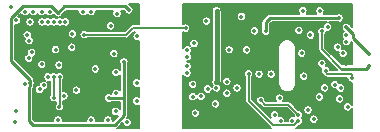
<source format=gbr>
G04 #@! TF.GenerationSoftware,KiCad,Pcbnew,(5.1.12)-1*
G04 #@! TF.CreationDate,2024-03-07T16:38:44+08:00*
G04 #@! TF.ProjectId,CM2_MesoScope,434d325f-4d65-4736-9f53-636f70652e6b,rev?*
G04 #@! TF.SameCoordinates,Original*
G04 #@! TF.FileFunction,Copper,L3,Inr*
G04 #@! TF.FilePolarity,Positive*
%FSLAX46Y46*%
G04 Gerber Fmt 4.6, Leading zero omitted, Abs format (unit mm)*
G04 Created by KiCad (PCBNEW (5.1.12)-1) date 2024-03-07 16:38:44*
%MOMM*%
%LPD*%
G01*
G04 APERTURE LIST*
G04 #@! TA.AperFunction,ViaPad*
%ADD10C,0.350000*%
G04 #@! TD*
G04 #@! TA.AperFunction,Conductor*
%ADD11C,0.381000*%
G04 #@! TD*
G04 #@! TA.AperFunction,Conductor*
%ADD12C,0.254000*%
G04 #@! TD*
G04 #@! TA.AperFunction,Conductor*
%ADD13C,0.152400*%
G04 #@! TD*
G04 #@! TA.AperFunction,Conductor*
%ADD14C,0.203200*%
G04 #@! TD*
G04 #@! TA.AperFunction,Conductor*
%ADD15C,0.100000*%
G04 #@! TD*
G04 APERTURE END LIST*
D10*
X126061640Y-112032820D03*
X125855900Y-114971600D03*
X126450260Y-116566720D03*
X121766500Y-117747820D03*
X120692080Y-115825040D03*
X116417260Y-111728020D03*
X117458660Y-108916240D03*
X117882840Y-111735640D03*
X113326080Y-114656640D03*
X103084840Y-111517220D03*
X101992640Y-113015820D03*
X100544840Y-112965020D03*
X101713240Y-111720420D03*
X116211660Y-115412000D03*
X116211660Y-114421400D03*
X106148040Y-117673420D03*
X101220440Y-108504020D03*
X104725640Y-108504020D03*
X104039840Y-108504020D03*
X99086840Y-114625420D03*
X98274040Y-117851220D03*
X101916400Y-117664000D03*
X103476640Y-115158820D03*
X106818640Y-113648020D03*
X105078450Y-113355420D03*
X106376640Y-109697820D03*
X107776040Y-117876620D03*
X106844028Y-115416608D03*
X106656640Y-112057820D03*
X104736640Y-117672820D03*
X106920240Y-108672420D03*
X103135640Y-110374220D03*
X97954840Y-108088220D03*
X102424440Y-115632020D03*
X117075360Y-114954800D03*
X114485860Y-109307960D03*
X114581860Y-115052640D03*
X113556860Y-117105140D03*
X113435300Y-111199020D03*
X123092382Y-116835960D03*
X124486840Y-114956360D03*
X122558280Y-112020820D03*
X124082980Y-108428560D03*
X125756840Y-115882780D03*
X115331660Y-114454800D03*
X115331660Y-114954800D03*
X115352260Y-108417960D03*
X122652200Y-108417640D03*
X122315140Y-110082100D03*
X106794040Y-116952820D03*
X98401640Y-116937820D03*
X120735260Y-110084640D03*
X119952940Y-112484940D03*
X114055060Y-113818440D03*
X113321000Y-115151940D03*
X117091660Y-116448580D03*
X121768660Y-117244900D03*
X114051040Y-116321820D03*
X123333680Y-116150160D03*
X126297860Y-112898960D03*
X122716460Y-113973380D03*
X123300660Y-110478340D03*
X114034740Y-115670100D03*
X101931640Y-108580220D03*
X99569440Y-114549220D03*
X107498640Y-112745820D03*
X106198840Y-115819220D03*
X107911640Y-108342224D03*
X112878360Y-112314080D03*
X108622000Y-110605360D03*
X118548320Y-110125280D03*
X101054634Y-114039414D03*
X100712440Y-114752424D03*
X100356840Y-115082618D03*
X118068260Y-113782880D03*
X102054640Y-114039406D03*
X102043400Y-116546400D03*
X108573740Y-116063800D03*
X112855938Y-113696520D03*
X122268660Y-117744900D03*
X122269420Y-117244900D03*
X118947100Y-113790500D03*
X101554640Y-114039438D03*
X101561640Y-115784420D03*
X108586440Y-114542340D03*
X112838400Y-113119940D03*
X119074100Y-116020620D03*
X102554640Y-109369422D03*
X102054640Y-109369426D03*
X101554640Y-109369422D03*
X101054640Y-109369422D03*
X100554640Y-109369406D03*
X99546840Y-109367620D03*
X98401640Y-109237820D03*
X99315440Y-110459820D03*
X99136640Y-108502820D03*
X99469642Y-110954420D03*
X99836640Y-108502820D03*
X99696440Y-111958420D03*
X100536640Y-108502820D03*
X99442440Y-112466420D03*
X104050040Y-117613220D03*
X99848840Y-116200220D03*
X103328640Y-108580220D03*
X102642840Y-108580220D03*
X98496640Y-111323420D03*
X105513040Y-115336620D03*
X102627640Y-117613220D03*
X103338840Y-117613220D03*
X107504440Y-112050620D03*
X107447038Y-108650991D03*
X106108240Y-116952820D03*
X112874640Y-111749020D03*
X113315920Y-115698040D03*
X115241240Y-116307640D03*
X125731440Y-109033080D03*
X119495740Y-110165920D03*
X124573200Y-113488240D03*
X126795700Y-114113080D03*
X119970720Y-113798120D03*
X120770820Y-117745280D03*
X120267900Y-117244900D03*
X123577520Y-117608120D03*
X125355520Y-114684580D03*
X124044320Y-115734160D03*
X124253160Y-112888800D03*
X104143980Y-110445320D03*
X124753540Y-109782380D03*
X112734260Y-109899220D03*
X124263320Y-110178620D03*
X128263820Y-113102160D03*
X126338360Y-109833320D03*
X128294300Y-112093780D03*
X126348660Y-110518980D03*
X126341040Y-111034600D03*
X125596820Y-111507040D03*
D11*
X115352260Y-114434200D02*
X115331660Y-114454800D01*
X115352260Y-108417960D02*
X115352260Y-114434200D01*
D12*
X106710439Y-118077021D02*
X99789441Y-118077021D01*
X107498640Y-117288820D02*
X106710439Y-118077021D01*
X99569440Y-114796707D02*
X99569440Y-114549220D01*
X99445239Y-114920908D02*
X99569440Y-114796707D01*
X99445239Y-117732819D02*
X99445239Y-114920908D01*
X99789441Y-118077021D02*
X99445239Y-117732819D01*
X107464029Y-115820209D02*
X107498640Y-115854820D01*
X106650299Y-115820209D02*
X107464029Y-115820209D01*
X106649310Y-115819220D02*
X106650299Y-115820209D01*
X106198840Y-115819220D02*
X106649310Y-115819220D01*
X107498640Y-115854820D02*
X107498640Y-117288820D01*
X107498640Y-112745820D02*
X107498640Y-115854820D01*
X101363440Y-108012020D02*
X101931640Y-108580220D01*
X99569440Y-114301733D02*
X97929440Y-112661733D01*
X98920040Y-108012020D02*
X101363440Y-108012020D01*
X99569440Y-114549220D02*
X99569440Y-114301733D01*
X97929440Y-109002620D02*
X98920040Y-108012020D01*
X97929440Y-112661733D02*
X97929440Y-109002620D01*
X107635037Y-108065621D02*
X107911640Y-108342224D01*
X107911640Y-108317620D02*
X107911640Y-108342224D01*
X102446239Y-108065621D02*
X107635037Y-108065621D01*
X107908041Y-108314021D02*
X107911640Y-108317620D01*
X101931640Y-108580220D02*
X102446239Y-108065621D01*
D13*
X102054640Y-116535160D02*
X102043400Y-116546400D01*
X102054640Y-114039406D02*
X102054640Y-116535160D01*
X118068260Y-113782880D02*
X118068260Y-116046020D01*
X118068260Y-116046020D02*
X120122861Y-118100621D01*
X122268660Y-117767806D02*
X122268660Y-117744900D01*
X121935845Y-118100621D02*
X122268660Y-117767806D01*
X120122861Y-118100621D02*
X121935845Y-118100621D01*
X101561640Y-114046438D02*
X101554640Y-114039438D01*
X101561640Y-115784420D02*
X101561640Y-114046438D01*
X121418520Y-116394000D02*
X122269420Y-117244900D01*
X119447480Y-116394000D02*
X121418520Y-116394000D01*
X119074100Y-116020620D02*
X119447480Y-116394000D01*
D12*
X119495740Y-110165920D02*
X119495740Y-109396300D01*
X119858960Y-109033080D02*
X125731440Y-109033080D01*
X119495740Y-109396300D02*
X119858960Y-109033080D01*
D13*
X126795700Y-113871780D02*
X126795700Y-114113080D01*
X126704260Y-113780340D02*
X126795700Y-113871780D01*
X124573200Y-113638100D02*
X124715440Y-113780340D01*
X124573200Y-113488240D02*
X124573200Y-113638100D01*
X124715440Y-113780340D02*
X126704260Y-113780340D01*
D14*
X104143980Y-110445320D02*
X107712680Y-110445320D01*
X107712680Y-110445320D02*
X108258780Y-109899220D01*
X108258780Y-109899220D02*
X112734260Y-109899220D01*
D13*
X124263320Y-110178620D02*
X124263320Y-111700080D01*
X124263320Y-111700080D02*
X125896540Y-113333300D01*
D12*
X128032680Y-113333300D02*
X128263820Y-113102160D01*
X125896540Y-113333300D02*
X128032680Y-113333300D01*
D13*
X128294300Y-112093780D02*
X128294300Y-112093780D01*
D12*
X126338360Y-109833320D02*
X126904920Y-110399880D01*
X126904920Y-110704400D02*
X128294300Y-112093780D01*
X126904920Y-110399880D02*
X126904920Y-110704400D01*
D13*
X108799800Y-109569020D02*
X108274992Y-109569020D01*
X108258779Y-109567423D01*
X108242566Y-109569020D01*
X108242565Y-109569020D01*
X108194050Y-109573798D01*
X108131807Y-109592680D01*
X108105103Y-109606953D01*
X108074442Y-109623341D01*
X108052414Y-109641420D01*
X108024164Y-109664604D01*
X108013825Y-109677202D01*
X107575908Y-110115120D01*
X104376262Y-110115120D01*
X104335156Y-110087654D01*
X104261706Y-110057230D01*
X104183731Y-110041720D01*
X104104229Y-110041720D01*
X104026254Y-110057230D01*
X103952804Y-110087654D01*
X103886700Y-110131823D01*
X103830483Y-110188040D01*
X103786314Y-110254144D01*
X103755890Y-110327594D01*
X103740380Y-110405569D01*
X103740380Y-110485071D01*
X103755890Y-110563046D01*
X103786314Y-110636496D01*
X103830483Y-110702600D01*
X103886700Y-110758817D01*
X103952804Y-110802986D01*
X104026254Y-110833410D01*
X104104229Y-110848920D01*
X104183731Y-110848920D01*
X104261706Y-110833410D01*
X104335156Y-110802986D01*
X104376262Y-110775520D01*
X107696467Y-110775520D01*
X107712680Y-110777117D01*
X107728893Y-110775520D01*
X107728895Y-110775520D01*
X107777410Y-110770742D01*
X107839653Y-110751860D01*
X107897017Y-110721199D01*
X107947296Y-110679936D01*
X107957639Y-110667333D01*
X108395553Y-110229420D01*
X108474941Y-110229420D01*
X108430824Y-110247694D01*
X108364720Y-110291863D01*
X108308503Y-110348080D01*
X108264334Y-110414184D01*
X108233910Y-110487634D01*
X108218400Y-110565609D01*
X108218400Y-110645111D01*
X108233910Y-110723086D01*
X108264334Y-110796536D01*
X108308503Y-110862640D01*
X108364720Y-110918857D01*
X108430824Y-110963026D01*
X108504274Y-110993450D01*
X108582249Y-111008960D01*
X108661751Y-111008960D01*
X108739726Y-110993450D01*
X108799800Y-110968567D01*
X108799800Y-114199497D01*
X108777616Y-114184674D01*
X108704166Y-114154250D01*
X108626191Y-114138740D01*
X108546689Y-114138740D01*
X108468714Y-114154250D01*
X108395264Y-114184674D01*
X108329160Y-114228843D01*
X108272943Y-114285060D01*
X108228774Y-114351164D01*
X108198350Y-114424614D01*
X108182840Y-114502589D01*
X108182840Y-114582091D01*
X108198350Y-114660066D01*
X108228774Y-114733516D01*
X108272943Y-114799620D01*
X108329160Y-114855837D01*
X108395264Y-114900006D01*
X108468714Y-114930430D01*
X108546689Y-114945940D01*
X108626191Y-114945940D01*
X108704166Y-114930430D01*
X108777616Y-114900006D01*
X108799800Y-114885183D01*
X108799800Y-115729443D01*
X108764916Y-115706134D01*
X108691466Y-115675710D01*
X108613491Y-115660200D01*
X108533989Y-115660200D01*
X108456014Y-115675710D01*
X108382564Y-115706134D01*
X108316460Y-115750303D01*
X108260243Y-115806520D01*
X108216074Y-115872624D01*
X108185650Y-115946074D01*
X108170140Y-116024049D01*
X108170140Y-116103551D01*
X108185650Y-116181526D01*
X108216074Y-116254976D01*
X108260243Y-116321080D01*
X108316460Y-116377297D01*
X108382564Y-116421466D01*
X108456014Y-116451890D01*
X108533989Y-116467400D01*
X108613491Y-116467400D01*
X108691466Y-116451890D01*
X108764916Y-116421466D01*
X108799800Y-116398157D01*
X108799800Y-118349800D01*
X106938591Y-118349800D01*
X106963102Y-118329684D01*
X106974238Y-118316115D01*
X107372696Y-117917658D01*
X107387950Y-117994346D01*
X107418374Y-118067796D01*
X107462543Y-118133900D01*
X107518760Y-118190117D01*
X107584864Y-118234286D01*
X107658314Y-118264710D01*
X107736289Y-118280220D01*
X107815791Y-118280220D01*
X107893766Y-118264710D01*
X107967216Y-118234286D01*
X108033320Y-118190117D01*
X108089537Y-118133900D01*
X108133706Y-118067796D01*
X108164130Y-117994346D01*
X108179640Y-117916371D01*
X108179640Y-117836869D01*
X108164130Y-117758894D01*
X108133706Y-117685444D01*
X108089537Y-117619340D01*
X108033320Y-117563123D01*
X107967216Y-117518954D01*
X107893766Y-117488530D01*
X107815791Y-117473020D01*
X107803393Y-117473020D01*
X107828761Y-117425560D01*
X107849094Y-117358530D01*
X107854240Y-117306283D01*
X107854240Y-117306275D01*
X107855959Y-117288820D01*
X107854240Y-117271365D01*
X107854240Y-115872272D01*
X107855959Y-115854819D01*
X107854240Y-115837366D01*
X107854240Y-112940088D01*
X107856306Y-112936996D01*
X107886730Y-112863546D01*
X107902240Y-112785571D01*
X107902240Y-112706069D01*
X107886730Y-112628094D01*
X107856306Y-112554644D01*
X107812137Y-112488540D01*
X107755920Y-112432323D01*
X107689816Y-112388154D01*
X107616366Y-112357730D01*
X107538391Y-112342220D01*
X107458889Y-112342220D01*
X107380914Y-112357730D01*
X107307464Y-112388154D01*
X107241360Y-112432323D01*
X107185143Y-112488540D01*
X107140974Y-112554644D01*
X107110550Y-112628094D01*
X107095040Y-112706069D01*
X107095040Y-112785571D01*
X107110550Y-112863546D01*
X107140974Y-112936996D01*
X107143040Y-112940088D01*
X107143040Y-113407058D01*
X107132137Y-113390740D01*
X107075920Y-113334523D01*
X107009816Y-113290354D01*
X106936366Y-113259930D01*
X106858391Y-113244420D01*
X106778889Y-113244420D01*
X106700914Y-113259930D01*
X106627464Y-113290354D01*
X106561360Y-113334523D01*
X106505143Y-113390740D01*
X106460974Y-113456844D01*
X106430550Y-113530294D01*
X106415040Y-113608269D01*
X106415040Y-113687771D01*
X106430550Y-113765746D01*
X106460974Y-113839196D01*
X106505143Y-113905300D01*
X106561360Y-113961517D01*
X106627464Y-114005686D01*
X106700914Y-114036110D01*
X106778889Y-114051620D01*
X106858391Y-114051620D01*
X106936366Y-114036110D01*
X107009816Y-114005686D01*
X107075920Y-113961517D01*
X107132137Y-113905300D01*
X107143040Y-113888982D01*
X107143041Y-115144844D01*
X107101308Y-115103111D01*
X107035204Y-115058942D01*
X106961754Y-115028518D01*
X106883779Y-115013008D01*
X106804277Y-115013008D01*
X106726302Y-115028518D01*
X106652852Y-115058942D01*
X106586748Y-115103111D01*
X106530531Y-115159328D01*
X106486362Y-115225432D01*
X106455938Y-115298882D01*
X106440428Y-115376857D01*
X106440428Y-115456359D01*
X106441872Y-115463620D01*
X106393108Y-115463620D01*
X106390016Y-115461554D01*
X106316566Y-115431130D01*
X106238591Y-115415620D01*
X106159089Y-115415620D01*
X106081114Y-115431130D01*
X106007664Y-115461554D01*
X105941560Y-115505723D01*
X105885343Y-115561940D01*
X105841174Y-115628044D01*
X105810750Y-115701494D01*
X105795240Y-115779469D01*
X105795240Y-115858971D01*
X105810750Y-115936946D01*
X105841174Y-116010396D01*
X105885343Y-116076500D01*
X105941560Y-116132717D01*
X106007664Y-116176886D01*
X106081114Y-116207310D01*
X106159089Y-116222820D01*
X106238591Y-116222820D01*
X106316566Y-116207310D01*
X106390016Y-116176886D01*
X106393108Y-116174820D01*
X106622795Y-116174820D01*
X106632836Y-116175809D01*
X106632844Y-116175809D01*
X106650299Y-116177528D01*
X106667754Y-116175809D01*
X107143040Y-116175809D01*
X107143041Y-116748675D01*
X107107537Y-116695540D01*
X107051320Y-116639323D01*
X106985216Y-116595154D01*
X106911766Y-116564730D01*
X106833791Y-116549220D01*
X106754289Y-116549220D01*
X106676314Y-116564730D01*
X106602864Y-116595154D01*
X106536760Y-116639323D01*
X106480543Y-116695540D01*
X106436374Y-116761644D01*
X106405950Y-116835094D01*
X106390440Y-116913069D01*
X106390440Y-116992571D01*
X106405950Y-117070546D01*
X106436374Y-117143996D01*
X106480543Y-117210100D01*
X106536760Y-117266317D01*
X106602864Y-117310486D01*
X106676314Y-117340910D01*
X106754289Y-117356420D01*
X106833791Y-117356420D01*
X106911766Y-117340910D01*
X106966206Y-117318360D01*
X106563146Y-117721421D01*
X106549999Y-117721421D01*
X106551640Y-117713171D01*
X106551640Y-117633669D01*
X106536130Y-117555694D01*
X106505706Y-117482244D01*
X106461537Y-117416140D01*
X106405320Y-117359923D01*
X106339216Y-117315754D01*
X106265766Y-117285330D01*
X106187791Y-117269820D01*
X106108289Y-117269820D01*
X106030314Y-117285330D01*
X105956864Y-117315754D01*
X105890760Y-117359923D01*
X105834543Y-117416140D01*
X105790374Y-117482244D01*
X105759950Y-117555694D01*
X105744440Y-117633669D01*
X105744440Y-117713171D01*
X105746081Y-117721421D01*
X105138480Y-117721421D01*
X105140240Y-117712571D01*
X105140240Y-117633069D01*
X105124730Y-117555094D01*
X105094306Y-117481644D01*
X105050137Y-117415540D01*
X104993920Y-117359323D01*
X104927816Y-117315154D01*
X104854366Y-117284730D01*
X104776391Y-117269220D01*
X104696889Y-117269220D01*
X104618914Y-117284730D01*
X104545464Y-117315154D01*
X104479360Y-117359323D01*
X104423143Y-117415540D01*
X104378974Y-117481644D01*
X104348550Y-117555094D01*
X104333040Y-117633069D01*
X104333040Y-117712571D01*
X104334800Y-117721421D01*
X102316485Y-117721421D01*
X102320000Y-117703751D01*
X102320000Y-117624249D01*
X102304490Y-117546274D01*
X102274066Y-117472824D01*
X102229897Y-117406720D01*
X102173680Y-117350503D01*
X102107576Y-117306334D01*
X102034126Y-117275910D01*
X101956151Y-117260400D01*
X101876649Y-117260400D01*
X101798674Y-117275910D01*
X101725224Y-117306334D01*
X101659120Y-117350503D01*
X101602903Y-117406720D01*
X101558734Y-117472824D01*
X101528310Y-117546274D01*
X101512800Y-117624249D01*
X101512800Y-117703751D01*
X101516315Y-117721421D01*
X99936735Y-117721421D01*
X99800839Y-117585525D01*
X99800839Y-115068201D01*
X99808539Y-115060501D01*
X99822102Y-115049370D01*
X99827439Y-115042867D01*
X99953240Y-115042867D01*
X99953240Y-115122369D01*
X99968750Y-115200344D01*
X99999174Y-115273794D01*
X100043343Y-115339898D01*
X100099560Y-115396115D01*
X100165664Y-115440284D01*
X100239114Y-115470708D01*
X100317089Y-115486218D01*
X100396591Y-115486218D01*
X100474566Y-115470708D01*
X100548016Y-115440284D01*
X100614120Y-115396115D01*
X100670337Y-115339898D01*
X100714506Y-115273794D01*
X100744930Y-115200344D01*
X100753810Y-115155702D01*
X100830166Y-115140514D01*
X100903616Y-115110090D01*
X100969720Y-115065921D01*
X101025937Y-115009704D01*
X101070106Y-114943600D01*
X101100530Y-114870150D01*
X101116040Y-114792175D01*
X101116040Y-114712673D01*
X101100530Y-114634698D01*
X101070106Y-114561248D01*
X101025937Y-114495144D01*
X100969720Y-114438927D01*
X100959286Y-114431955D01*
X101014883Y-114443014D01*
X101094385Y-114443014D01*
X101172360Y-114427504D01*
X101245810Y-114397080D01*
X101256841Y-114389710D01*
X101256840Y-115518443D01*
X101248143Y-115527140D01*
X101203974Y-115593244D01*
X101173550Y-115666694D01*
X101158040Y-115744669D01*
X101158040Y-115824171D01*
X101173550Y-115902146D01*
X101203974Y-115975596D01*
X101248143Y-116041700D01*
X101304360Y-116097917D01*
X101370464Y-116142086D01*
X101443914Y-116172510D01*
X101521889Y-116188020D01*
X101601391Y-116188020D01*
X101679366Y-116172510D01*
X101749841Y-116143318D01*
X101749841Y-116269182D01*
X101729903Y-116289120D01*
X101685734Y-116355224D01*
X101655310Y-116428674D01*
X101639800Y-116506649D01*
X101639800Y-116586151D01*
X101655310Y-116664126D01*
X101685734Y-116737576D01*
X101729903Y-116803680D01*
X101786120Y-116859897D01*
X101852224Y-116904066D01*
X101925674Y-116934490D01*
X102003649Y-116950000D01*
X102083151Y-116950000D01*
X102161126Y-116934490D01*
X102234576Y-116904066D01*
X102300680Y-116859897D01*
X102356897Y-116803680D01*
X102401066Y-116737576D01*
X102431490Y-116664126D01*
X102447000Y-116586151D01*
X102447000Y-116506649D01*
X102431490Y-116428674D01*
X102401066Y-116355224D01*
X102359440Y-116292926D01*
X102359440Y-116030598D01*
X102384689Y-116035620D01*
X102464191Y-116035620D01*
X102542166Y-116020110D01*
X102615616Y-115989686D01*
X102681720Y-115945517D01*
X102737937Y-115889300D01*
X102782106Y-115823196D01*
X102812530Y-115749746D01*
X102828040Y-115671771D01*
X102828040Y-115592269D01*
X102812530Y-115514294D01*
X102782106Y-115440844D01*
X102737937Y-115374740D01*
X102681720Y-115318523D01*
X102615616Y-115274354D01*
X102542166Y-115243930D01*
X102464191Y-115228420D01*
X102384689Y-115228420D01*
X102359440Y-115233442D01*
X102359440Y-115119069D01*
X103073040Y-115119069D01*
X103073040Y-115198571D01*
X103088550Y-115276546D01*
X103118974Y-115349996D01*
X103163143Y-115416100D01*
X103219360Y-115472317D01*
X103285464Y-115516486D01*
X103358914Y-115546910D01*
X103436889Y-115562420D01*
X103516391Y-115562420D01*
X103594366Y-115546910D01*
X103667816Y-115516486D01*
X103733920Y-115472317D01*
X103790137Y-115416100D01*
X103834306Y-115349996D01*
X103864730Y-115276546D01*
X103880240Y-115198571D01*
X103880240Y-115119069D01*
X103864730Y-115041094D01*
X103834306Y-114967644D01*
X103790137Y-114901540D01*
X103733920Y-114845323D01*
X103667816Y-114801154D01*
X103594366Y-114770730D01*
X103516391Y-114755220D01*
X103436889Y-114755220D01*
X103358914Y-114770730D01*
X103285464Y-114801154D01*
X103219360Y-114845323D01*
X103163143Y-114901540D01*
X103118974Y-114967644D01*
X103088550Y-115041094D01*
X103073040Y-115119069D01*
X102359440Y-115119069D01*
X102359440Y-114305383D01*
X102368137Y-114296686D01*
X102412306Y-114230582D01*
X102442730Y-114157132D01*
X102458240Y-114079157D01*
X102458240Y-113999655D01*
X102442730Y-113921680D01*
X102412306Y-113848230D01*
X102368137Y-113782126D01*
X102311920Y-113725909D01*
X102245816Y-113681740D01*
X102172366Y-113651316D01*
X102094391Y-113635806D01*
X102014889Y-113635806D01*
X101936914Y-113651316D01*
X101863464Y-113681740D01*
X101804616Y-113721061D01*
X101745816Y-113681772D01*
X101672366Y-113651348D01*
X101594391Y-113635838D01*
X101514889Y-113635838D01*
X101436914Y-113651348D01*
X101363464Y-113681772D01*
X101304655Y-113721067D01*
X101245810Y-113681748D01*
X101172360Y-113651324D01*
X101094385Y-113635814D01*
X101014883Y-113635814D01*
X100936908Y-113651324D01*
X100863458Y-113681748D01*
X100797354Y-113725917D01*
X100741137Y-113782134D01*
X100696968Y-113848238D01*
X100666544Y-113921688D01*
X100651034Y-113999663D01*
X100651034Y-114079165D01*
X100666544Y-114157140D01*
X100696968Y-114230590D01*
X100741137Y-114296694D01*
X100797354Y-114352911D01*
X100807788Y-114359883D01*
X100752191Y-114348824D01*
X100672689Y-114348824D01*
X100594714Y-114364334D01*
X100521264Y-114394758D01*
X100455160Y-114438927D01*
X100398943Y-114495144D01*
X100354774Y-114561248D01*
X100324350Y-114634698D01*
X100315470Y-114679340D01*
X100239114Y-114694528D01*
X100165664Y-114724952D01*
X100099560Y-114769121D01*
X100043343Y-114825338D01*
X99999174Y-114891442D01*
X99968750Y-114964892D01*
X99953240Y-115042867D01*
X99827439Y-115042867D01*
X99866541Y-114995223D01*
X99899561Y-114933447D01*
X99919894Y-114866417D01*
X99925040Y-114814170D01*
X99925040Y-114814162D01*
X99926759Y-114796707D01*
X99925040Y-114779252D01*
X99925040Y-114743488D01*
X99927106Y-114740396D01*
X99957530Y-114666946D01*
X99973040Y-114588971D01*
X99973040Y-114509469D01*
X99957530Y-114431494D01*
X99927106Y-114358044D01*
X99925040Y-114354952D01*
X99925040Y-114319185D01*
X99926759Y-114301732D01*
X99925040Y-114284279D01*
X99925040Y-114284270D01*
X99919894Y-114232023D01*
X99899561Y-114164993D01*
X99866541Y-114103217D01*
X99861284Y-114096811D01*
X99833235Y-114062633D01*
X99833230Y-114062628D01*
X99822103Y-114049070D01*
X99808545Y-114037943D01*
X98695870Y-112925269D01*
X100141240Y-112925269D01*
X100141240Y-113004771D01*
X100156750Y-113082746D01*
X100187174Y-113156196D01*
X100231343Y-113222300D01*
X100287560Y-113278517D01*
X100353664Y-113322686D01*
X100427114Y-113353110D01*
X100505089Y-113368620D01*
X100584591Y-113368620D01*
X100662566Y-113353110D01*
X100736016Y-113322686D01*
X100802120Y-113278517D01*
X100858337Y-113222300D01*
X100902506Y-113156196D01*
X100932930Y-113082746D01*
X100948440Y-113004771D01*
X100948440Y-112976069D01*
X101589040Y-112976069D01*
X101589040Y-113055571D01*
X101604550Y-113133546D01*
X101634974Y-113206996D01*
X101679143Y-113273100D01*
X101735360Y-113329317D01*
X101801464Y-113373486D01*
X101874914Y-113403910D01*
X101952889Y-113419420D01*
X102032391Y-113419420D01*
X102110366Y-113403910D01*
X102183816Y-113373486D01*
X102249920Y-113329317D01*
X102263568Y-113315669D01*
X104674850Y-113315669D01*
X104674850Y-113395171D01*
X104690360Y-113473146D01*
X104720784Y-113546596D01*
X104764953Y-113612700D01*
X104821170Y-113668917D01*
X104887274Y-113713086D01*
X104960724Y-113743510D01*
X105038699Y-113759020D01*
X105118201Y-113759020D01*
X105196176Y-113743510D01*
X105269626Y-113713086D01*
X105335730Y-113668917D01*
X105391947Y-113612700D01*
X105436116Y-113546596D01*
X105466540Y-113473146D01*
X105482050Y-113395171D01*
X105482050Y-113315669D01*
X105466540Y-113237694D01*
X105436116Y-113164244D01*
X105391947Y-113098140D01*
X105335730Y-113041923D01*
X105269626Y-112997754D01*
X105196176Y-112967330D01*
X105118201Y-112951820D01*
X105038699Y-112951820D01*
X104960724Y-112967330D01*
X104887274Y-112997754D01*
X104821170Y-113041923D01*
X104764953Y-113098140D01*
X104720784Y-113164244D01*
X104690360Y-113237694D01*
X104674850Y-113315669D01*
X102263568Y-113315669D01*
X102306137Y-113273100D01*
X102350306Y-113206996D01*
X102380730Y-113133546D01*
X102396240Y-113055571D01*
X102396240Y-112976069D01*
X102380730Y-112898094D01*
X102350306Y-112824644D01*
X102306137Y-112758540D01*
X102249920Y-112702323D01*
X102183816Y-112658154D01*
X102110366Y-112627730D01*
X102032391Y-112612220D01*
X101952889Y-112612220D01*
X101874914Y-112627730D01*
X101801464Y-112658154D01*
X101735360Y-112702323D01*
X101679143Y-112758540D01*
X101634974Y-112824644D01*
X101604550Y-112898094D01*
X101589040Y-112976069D01*
X100948440Y-112976069D01*
X100948440Y-112925269D01*
X100932930Y-112847294D01*
X100902506Y-112773844D01*
X100858337Y-112707740D01*
X100802120Y-112651523D01*
X100736016Y-112607354D01*
X100662566Y-112576930D01*
X100584591Y-112561420D01*
X100505089Y-112561420D01*
X100427114Y-112576930D01*
X100353664Y-112607354D01*
X100287560Y-112651523D01*
X100231343Y-112707740D01*
X100187174Y-112773844D01*
X100156750Y-112847294D01*
X100141240Y-112925269D01*
X98695870Y-112925269D01*
X98285040Y-112514440D01*
X98285040Y-112426669D01*
X99038840Y-112426669D01*
X99038840Y-112506171D01*
X99054350Y-112584146D01*
X99084774Y-112657596D01*
X99128943Y-112723700D01*
X99185160Y-112779917D01*
X99251264Y-112824086D01*
X99324714Y-112854510D01*
X99402689Y-112870020D01*
X99482191Y-112870020D01*
X99560166Y-112854510D01*
X99633616Y-112824086D01*
X99699720Y-112779917D01*
X99755937Y-112723700D01*
X99800106Y-112657596D01*
X99830530Y-112584146D01*
X99846040Y-112506171D01*
X99846040Y-112426669D01*
X99830530Y-112348694D01*
X99827361Y-112341044D01*
X99887616Y-112316086D01*
X99953720Y-112271917D01*
X100009937Y-112215700D01*
X100054106Y-112149596D01*
X100084530Y-112076146D01*
X100100040Y-111998171D01*
X100100040Y-111918669D01*
X100084530Y-111840694D01*
X100054106Y-111767244D01*
X100009937Y-111701140D01*
X99989466Y-111680669D01*
X101309640Y-111680669D01*
X101309640Y-111760171D01*
X101325150Y-111838146D01*
X101355574Y-111911596D01*
X101399743Y-111977700D01*
X101455960Y-112033917D01*
X101522064Y-112078086D01*
X101595514Y-112108510D01*
X101673489Y-112124020D01*
X101752991Y-112124020D01*
X101830966Y-112108510D01*
X101904416Y-112078086D01*
X101970520Y-112033917D01*
X101986368Y-112018069D01*
X106253040Y-112018069D01*
X106253040Y-112097571D01*
X106268550Y-112175546D01*
X106298974Y-112248996D01*
X106343143Y-112315100D01*
X106399360Y-112371317D01*
X106465464Y-112415486D01*
X106538914Y-112445910D01*
X106616889Y-112461420D01*
X106696391Y-112461420D01*
X106774366Y-112445910D01*
X106847816Y-112415486D01*
X106913920Y-112371317D01*
X106970137Y-112315100D01*
X107014306Y-112248996D01*
X107044730Y-112175546D01*
X107060240Y-112097571D01*
X107060240Y-112018069D01*
X107044730Y-111940094D01*
X107014306Y-111866644D01*
X106970137Y-111800540D01*
X106913920Y-111744323D01*
X106847816Y-111700154D01*
X106774366Y-111669730D01*
X106696391Y-111654220D01*
X106616889Y-111654220D01*
X106538914Y-111669730D01*
X106465464Y-111700154D01*
X106399360Y-111744323D01*
X106343143Y-111800540D01*
X106298974Y-111866644D01*
X106268550Y-111940094D01*
X106253040Y-112018069D01*
X101986368Y-112018069D01*
X102026737Y-111977700D01*
X102070906Y-111911596D01*
X102101330Y-111838146D01*
X102116840Y-111760171D01*
X102116840Y-111680669D01*
X102101330Y-111602694D01*
X102070906Y-111529244D01*
X102036312Y-111477469D01*
X102681240Y-111477469D01*
X102681240Y-111556971D01*
X102696750Y-111634946D01*
X102727174Y-111708396D01*
X102771343Y-111774500D01*
X102827560Y-111830717D01*
X102893664Y-111874886D01*
X102967114Y-111905310D01*
X103045089Y-111920820D01*
X103124591Y-111920820D01*
X103202566Y-111905310D01*
X103276016Y-111874886D01*
X103342120Y-111830717D01*
X103398337Y-111774500D01*
X103442506Y-111708396D01*
X103472930Y-111634946D01*
X103488440Y-111556971D01*
X103488440Y-111477469D01*
X103472930Y-111399494D01*
X103442506Y-111326044D01*
X103398337Y-111259940D01*
X103342120Y-111203723D01*
X103276016Y-111159554D01*
X103202566Y-111129130D01*
X103124591Y-111113620D01*
X103045089Y-111113620D01*
X102967114Y-111129130D01*
X102893664Y-111159554D01*
X102827560Y-111203723D01*
X102771343Y-111259940D01*
X102727174Y-111326044D01*
X102696750Y-111399494D01*
X102681240Y-111477469D01*
X102036312Y-111477469D01*
X102026737Y-111463140D01*
X101970520Y-111406923D01*
X101904416Y-111362754D01*
X101830966Y-111332330D01*
X101752991Y-111316820D01*
X101673489Y-111316820D01*
X101595514Y-111332330D01*
X101522064Y-111362754D01*
X101455960Y-111406923D01*
X101399743Y-111463140D01*
X101355574Y-111529244D01*
X101325150Y-111602694D01*
X101309640Y-111680669D01*
X99989466Y-111680669D01*
X99953720Y-111644923D01*
X99887616Y-111600754D01*
X99814166Y-111570330D01*
X99736191Y-111554820D01*
X99656689Y-111554820D01*
X99578714Y-111570330D01*
X99505264Y-111600754D01*
X99439160Y-111644923D01*
X99382943Y-111701140D01*
X99338774Y-111767244D01*
X99308350Y-111840694D01*
X99292840Y-111918669D01*
X99292840Y-111998171D01*
X99308350Y-112076146D01*
X99311519Y-112083796D01*
X99251264Y-112108754D01*
X99185160Y-112152923D01*
X99128943Y-112209140D01*
X99084774Y-112275244D01*
X99054350Y-112348694D01*
X99038840Y-112426669D01*
X98285040Y-112426669D01*
X98285040Y-110420069D01*
X98911840Y-110420069D01*
X98911840Y-110499571D01*
X98927350Y-110577546D01*
X98957774Y-110650996D01*
X99001943Y-110717100D01*
X99058160Y-110773317D01*
X99097042Y-110799297D01*
X99081552Y-110836694D01*
X99066042Y-110914669D01*
X99066042Y-110994171D01*
X99081552Y-111072146D01*
X99111976Y-111145596D01*
X99156145Y-111211700D01*
X99212362Y-111267917D01*
X99278466Y-111312086D01*
X99351916Y-111342510D01*
X99429891Y-111358020D01*
X99509393Y-111358020D01*
X99587368Y-111342510D01*
X99660818Y-111312086D01*
X99726922Y-111267917D01*
X99783139Y-111211700D01*
X99827308Y-111145596D01*
X99857732Y-111072146D01*
X99873242Y-110994171D01*
X99873242Y-110914669D01*
X99857732Y-110836694D01*
X99827308Y-110763244D01*
X99783139Y-110697140D01*
X99726922Y-110640923D01*
X99688040Y-110614943D01*
X99703530Y-110577546D01*
X99719040Y-110499571D01*
X99719040Y-110420069D01*
X99703530Y-110342094D01*
X99700372Y-110334469D01*
X102732040Y-110334469D01*
X102732040Y-110413971D01*
X102747550Y-110491946D01*
X102777974Y-110565396D01*
X102822143Y-110631500D01*
X102878360Y-110687717D01*
X102944464Y-110731886D01*
X103017914Y-110762310D01*
X103095889Y-110777820D01*
X103175391Y-110777820D01*
X103253366Y-110762310D01*
X103326816Y-110731886D01*
X103392920Y-110687717D01*
X103449137Y-110631500D01*
X103493306Y-110565396D01*
X103523730Y-110491946D01*
X103539240Y-110413971D01*
X103539240Y-110334469D01*
X103523730Y-110256494D01*
X103493306Y-110183044D01*
X103449137Y-110116940D01*
X103392920Y-110060723D01*
X103326816Y-110016554D01*
X103253366Y-109986130D01*
X103175391Y-109970620D01*
X103095889Y-109970620D01*
X103017914Y-109986130D01*
X102944464Y-110016554D01*
X102878360Y-110060723D01*
X102822143Y-110116940D01*
X102777974Y-110183044D01*
X102747550Y-110256494D01*
X102732040Y-110334469D01*
X99700372Y-110334469D01*
X99673106Y-110268644D01*
X99628937Y-110202540D01*
X99572720Y-110146323D01*
X99506616Y-110102154D01*
X99433166Y-110071730D01*
X99355191Y-110056220D01*
X99275689Y-110056220D01*
X99197714Y-110071730D01*
X99124264Y-110102154D01*
X99058160Y-110146323D01*
X99001943Y-110202540D01*
X98957774Y-110268644D01*
X98927350Y-110342094D01*
X98911840Y-110420069D01*
X98285040Y-110420069D01*
X98285040Y-109626134D01*
X98361889Y-109641420D01*
X98441391Y-109641420D01*
X98519366Y-109625910D01*
X98592816Y-109595486D01*
X98658920Y-109551317D01*
X98715137Y-109495100D01*
X98759306Y-109428996D01*
X98789730Y-109355546D01*
X98795235Y-109327869D01*
X99143240Y-109327869D01*
X99143240Y-109407371D01*
X99158750Y-109485346D01*
X99189174Y-109558796D01*
X99233343Y-109624900D01*
X99289560Y-109681117D01*
X99355664Y-109725286D01*
X99429114Y-109755710D01*
X99507089Y-109771220D01*
X99586591Y-109771220D01*
X99664566Y-109755710D01*
X99738016Y-109725286D01*
X99804120Y-109681117D01*
X99860337Y-109624900D01*
X99904506Y-109558796D01*
X99934930Y-109485346D01*
X99950440Y-109407371D01*
X99950440Y-109327869D01*
X99934930Y-109249894D01*
X99904506Y-109176444D01*
X99860337Y-109110340D01*
X99804120Y-109054123D01*
X99738016Y-109009954D01*
X99664566Y-108979530D01*
X99586591Y-108964020D01*
X99507089Y-108964020D01*
X99429114Y-108979530D01*
X99355664Y-109009954D01*
X99289560Y-109054123D01*
X99233343Y-109110340D01*
X99189174Y-109176444D01*
X99158750Y-109249894D01*
X99143240Y-109327869D01*
X98795235Y-109327869D01*
X98805240Y-109277571D01*
X98805240Y-109198069D01*
X98789730Y-109120094D01*
X98759306Y-109046644D01*
X98715137Y-108980540D01*
X98658920Y-108924323D01*
X98592816Y-108880154D01*
X98565934Y-108869019D01*
X98767839Y-108667114D01*
X98778974Y-108693996D01*
X98823143Y-108760100D01*
X98879360Y-108816317D01*
X98945464Y-108860486D01*
X99018914Y-108890910D01*
X99096889Y-108906420D01*
X99176391Y-108906420D01*
X99254366Y-108890910D01*
X99327816Y-108860486D01*
X99393920Y-108816317D01*
X99450137Y-108760100D01*
X99486640Y-108705469D01*
X99523143Y-108760100D01*
X99579360Y-108816317D01*
X99645464Y-108860486D01*
X99718914Y-108890910D01*
X99796889Y-108906420D01*
X99876391Y-108906420D01*
X99954366Y-108890910D01*
X100027816Y-108860486D01*
X100093920Y-108816317D01*
X100150137Y-108760100D01*
X100186640Y-108705469D01*
X100223143Y-108760100D01*
X100279360Y-108816317D01*
X100345464Y-108860486D01*
X100418914Y-108890910D01*
X100496889Y-108906420D01*
X100576391Y-108906420D01*
X100654366Y-108890910D01*
X100727816Y-108860486D01*
X100793920Y-108816317D01*
X100850137Y-108760100D01*
X100878139Y-108718192D01*
X100906943Y-108761300D01*
X100963160Y-108817517D01*
X101029264Y-108861686D01*
X101102714Y-108892110D01*
X101180689Y-108907620D01*
X101260191Y-108907620D01*
X101338166Y-108892110D01*
X101411616Y-108861686D01*
X101477720Y-108817517D01*
X101533937Y-108761300D01*
X101556071Y-108728174D01*
X101573974Y-108771396D01*
X101618143Y-108837500D01*
X101674360Y-108893717D01*
X101740464Y-108937886D01*
X101813914Y-108968310D01*
X101891889Y-108983820D01*
X101930917Y-108983820D01*
X101863464Y-109011760D01*
X101804643Y-109051063D01*
X101745816Y-109011756D01*
X101672366Y-108981332D01*
X101594391Y-108965822D01*
X101514889Y-108965822D01*
X101436914Y-108981332D01*
X101363464Y-109011756D01*
X101304640Y-109051061D01*
X101245816Y-109011756D01*
X101172366Y-108981332D01*
X101094391Y-108965822D01*
X101014889Y-108965822D01*
X100936914Y-108981332D01*
X100863464Y-109011756D01*
X100804652Y-109051053D01*
X100745816Y-109011740D01*
X100672366Y-108981316D01*
X100594391Y-108965806D01*
X100514889Y-108965806D01*
X100436914Y-108981316D01*
X100363464Y-109011740D01*
X100297360Y-109055909D01*
X100241143Y-109112126D01*
X100196974Y-109178230D01*
X100166550Y-109251680D01*
X100151040Y-109329655D01*
X100151040Y-109409157D01*
X100166550Y-109487132D01*
X100196974Y-109560582D01*
X100241143Y-109626686D01*
X100297360Y-109682903D01*
X100363464Y-109727072D01*
X100436914Y-109757496D01*
X100514889Y-109773006D01*
X100594391Y-109773006D01*
X100672366Y-109757496D01*
X100745816Y-109727072D01*
X100804628Y-109687775D01*
X100863464Y-109727088D01*
X100936914Y-109757512D01*
X101014889Y-109773022D01*
X101094391Y-109773022D01*
X101172366Y-109757512D01*
X101245816Y-109727088D01*
X101304640Y-109687783D01*
X101363464Y-109727088D01*
X101436914Y-109757512D01*
X101514889Y-109773022D01*
X101594391Y-109773022D01*
X101672366Y-109757512D01*
X101745816Y-109727088D01*
X101804637Y-109687785D01*
X101863464Y-109727092D01*
X101936914Y-109757516D01*
X102014889Y-109773026D01*
X102094391Y-109773026D01*
X102172366Y-109757516D01*
X102245816Y-109727092D01*
X102304643Y-109687785D01*
X102363464Y-109727088D01*
X102436914Y-109757512D01*
X102514889Y-109773022D01*
X102594391Y-109773022D01*
X102672366Y-109757512D01*
X102745816Y-109727088D01*
X102811920Y-109682919D01*
X102836770Y-109658069D01*
X105973040Y-109658069D01*
X105973040Y-109737571D01*
X105988550Y-109815546D01*
X106018974Y-109888996D01*
X106063143Y-109955100D01*
X106119360Y-110011317D01*
X106185464Y-110055486D01*
X106258914Y-110085910D01*
X106336889Y-110101420D01*
X106416391Y-110101420D01*
X106494366Y-110085910D01*
X106567816Y-110055486D01*
X106633920Y-110011317D01*
X106690137Y-109955100D01*
X106734306Y-109888996D01*
X106764730Y-109815546D01*
X106780240Y-109737571D01*
X106780240Y-109658069D01*
X106764730Y-109580094D01*
X106734306Y-109506644D01*
X106690137Y-109440540D01*
X106633920Y-109384323D01*
X106567816Y-109340154D01*
X106494366Y-109309730D01*
X106416391Y-109294220D01*
X106336889Y-109294220D01*
X106258914Y-109309730D01*
X106185464Y-109340154D01*
X106119360Y-109384323D01*
X106063143Y-109440540D01*
X106018974Y-109506644D01*
X105988550Y-109580094D01*
X105973040Y-109658069D01*
X102836770Y-109658069D01*
X102868137Y-109626702D01*
X102912306Y-109560598D01*
X102942730Y-109487148D01*
X102958240Y-109409173D01*
X102958240Y-109329671D01*
X102942730Y-109251696D01*
X102912306Y-109178246D01*
X102868137Y-109112142D01*
X102811920Y-109055925D01*
X102745816Y-109011756D01*
X102672366Y-108981332D01*
X102594391Y-108965822D01*
X102514889Y-108965822D01*
X102436914Y-108981332D01*
X102363464Y-109011756D01*
X102304637Y-109051063D01*
X102245816Y-109011760D01*
X102172366Y-108981336D01*
X102094391Y-108965826D01*
X102055363Y-108965826D01*
X102122816Y-108937886D01*
X102188920Y-108893717D01*
X102245137Y-108837500D01*
X102289306Y-108771396D01*
X102319730Y-108697946D01*
X102320456Y-108694298D01*
X102593533Y-108421221D01*
X103644803Y-108421221D01*
X103636240Y-108464269D01*
X103636240Y-108543771D01*
X103651750Y-108621746D01*
X103682174Y-108695196D01*
X103726343Y-108761300D01*
X103782560Y-108817517D01*
X103848664Y-108861686D01*
X103922114Y-108892110D01*
X104000089Y-108907620D01*
X104079591Y-108907620D01*
X104157566Y-108892110D01*
X104231016Y-108861686D01*
X104297120Y-108817517D01*
X104353337Y-108761300D01*
X104382740Y-108717295D01*
X104412143Y-108761300D01*
X104468360Y-108817517D01*
X104534464Y-108861686D01*
X104607914Y-108892110D01*
X104685889Y-108907620D01*
X104765391Y-108907620D01*
X104843366Y-108892110D01*
X104916816Y-108861686D01*
X104982920Y-108817517D01*
X105039137Y-108761300D01*
X105083306Y-108695196D01*
X105113730Y-108621746D01*
X105129240Y-108543771D01*
X105129240Y-108464269D01*
X105120677Y-108421221D01*
X106602680Y-108421221D01*
X106562574Y-108481244D01*
X106532150Y-108554694D01*
X106516640Y-108632669D01*
X106516640Y-108712171D01*
X106532150Y-108790146D01*
X106562574Y-108863596D01*
X106606743Y-108929700D01*
X106662960Y-108985917D01*
X106729064Y-109030086D01*
X106802514Y-109060510D01*
X106880489Y-109076020D01*
X106959991Y-109076020D01*
X107037966Y-109060510D01*
X107111416Y-109030086D01*
X107177520Y-108985917D01*
X107233737Y-108929700D01*
X107277906Y-108863596D01*
X107308330Y-108790146D01*
X107323840Y-108712171D01*
X107323840Y-108632669D01*
X107308330Y-108554694D01*
X107277906Y-108481244D01*
X107237800Y-108421221D01*
X107487744Y-108421221D01*
X107522824Y-108456302D01*
X107523550Y-108459950D01*
X107553974Y-108533400D01*
X107598143Y-108599504D01*
X107654360Y-108655721D01*
X107720464Y-108699890D01*
X107793914Y-108730314D01*
X107871889Y-108745824D01*
X107951391Y-108745824D01*
X108029366Y-108730314D01*
X108102816Y-108699890D01*
X108168920Y-108655721D01*
X108225137Y-108599504D01*
X108269306Y-108533400D01*
X108299730Y-108459950D01*
X108315240Y-108381975D01*
X108315240Y-108302473D01*
X108299730Y-108224498D01*
X108269306Y-108151048D01*
X108225137Y-108084944D01*
X108168920Y-108028727D01*
X108102816Y-107984558D01*
X108029366Y-107954134D01*
X108025718Y-107953408D01*
X107906509Y-107834200D01*
X108799800Y-107834200D01*
X108799800Y-109569020D01*
G04 #@! TA.AperFunction,Conductor*
D15*
G36*
X108799800Y-109569020D02*
G01*
X108274992Y-109569020D01*
X108258779Y-109567423D01*
X108242566Y-109569020D01*
X108242565Y-109569020D01*
X108194050Y-109573798D01*
X108131807Y-109592680D01*
X108105103Y-109606953D01*
X108074442Y-109623341D01*
X108052414Y-109641420D01*
X108024164Y-109664604D01*
X108013825Y-109677202D01*
X107575908Y-110115120D01*
X104376262Y-110115120D01*
X104335156Y-110087654D01*
X104261706Y-110057230D01*
X104183731Y-110041720D01*
X104104229Y-110041720D01*
X104026254Y-110057230D01*
X103952804Y-110087654D01*
X103886700Y-110131823D01*
X103830483Y-110188040D01*
X103786314Y-110254144D01*
X103755890Y-110327594D01*
X103740380Y-110405569D01*
X103740380Y-110485071D01*
X103755890Y-110563046D01*
X103786314Y-110636496D01*
X103830483Y-110702600D01*
X103886700Y-110758817D01*
X103952804Y-110802986D01*
X104026254Y-110833410D01*
X104104229Y-110848920D01*
X104183731Y-110848920D01*
X104261706Y-110833410D01*
X104335156Y-110802986D01*
X104376262Y-110775520D01*
X107696467Y-110775520D01*
X107712680Y-110777117D01*
X107728893Y-110775520D01*
X107728895Y-110775520D01*
X107777410Y-110770742D01*
X107839653Y-110751860D01*
X107897017Y-110721199D01*
X107947296Y-110679936D01*
X107957639Y-110667333D01*
X108395553Y-110229420D01*
X108474941Y-110229420D01*
X108430824Y-110247694D01*
X108364720Y-110291863D01*
X108308503Y-110348080D01*
X108264334Y-110414184D01*
X108233910Y-110487634D01*
X108218400Y-110565609D01*
X108218400Y-110645111D01*
X108233910Y-110723086D01*
X108264334Y-110796536D01*
X108308503Y-110862640D01*
X108364720Y-110918857D01*
X108430824Y-110963026D01*
X108504274Y-110993450D01*
X108582249Y-111008960D01*
X108661751Y-111008960D01*
X108739726Y-110993450D01*
X108799800Y-110968567D01*
X108799800Y-114199497D01*
X108777616Y-114184674D01*
X108704166Y-114154250D01*
X108626191Y-114138740D01*
X108546689Y-114138740D01*
X108468714Y-114154250D01*
X108395264Y-114184674D01*
X108329160Y-114228843D01*
X108272943Y-114285060D01*
X108228774Y-114351164D01*
X108198350Y-114424614D01*
X108182840Y-114502589D01*
X108182840Y-114582091D01*
X108198350Y-114660066D01*
X108228774Y-114733516D01*
X108272943Y-114799620D01*
X108329160Y-114855837D01*
X108395264Y-114900006D01*
X108468714Y-114930430D01*
X108546689Y-114945940D01*
X108626191Y-114945940D01*
X108704166Y-114930430D01*
X108777616Y-114900006D01*
X108799800Y-114885183D01*
X108799800Y-115729443D01*
X108764916Y-115706134D01*
X108691466Y-115675710D01*
X108613491Y-115660200D01*
X108533989Y-115660200D01*
X108456014Y-115675710D01*
X108382564Y-115706134D01*
X108316460Y-115750303D01*
X108260243Y-115806520D01*
X108216074Y-115872624D01*
X108185650Y-115946074D01*
X108170140Y-116024049D01*
X108170140Y-116103551D01*
X108185650Y-116181526D01*
X108216074Y-116254976D01*
X108260243Y-116321080D01*
X108316460Y-116377297D01*
X108382564Y-116421466D01*
X108456014Y-116451890D01*
X108533989Y-116467400D01*
X108613491Y-116467400D01*
X108691466Y-116451890D01*
X108764916Y-116421466D01*
X108799800Y-116398157D01*
X108799800Y-118349800D01*
X106938591Y-118349800D01*
X106963102Y-118329684D01*
X106974238Y-118316115D01*
X107372696Y-117917658D01*
X107387950Y-117994346D01*
X107418374Y-118067796D01*
X107462543Y-118133900D01*
X107518760Y-118190117D01*
X107584864Y-118234286D01*
X107658314Y-118264710D01*
X107736289Y-118280220D01*
X107815791Y-118280220D01*
X107893766Y-118264710D01*
X107967216Y-118234286D01*
X108033320Y-118190117D01*
X108089537Y-118133900D01*
X108133706Y-118067796D01*
X108164130Y-117994346D01*
X108179640Y-117916371D01*
X108179640Y-117836869D01*
X108164130Y-117758894D01*
X108133706Y-117685444D01*
X108089537Y-117619340D01*
X108033320Y-117563123D01*
X107967216Y-117518954D01*
X107893766Y-117488530D01*
X107815791Y-117473020D01*
X107803393Y-117473020D01*
X107828761Y-117425560D01*
X107849094Y-117358530D01*
X107854240Y-117306283D01*
X107854240Y-117306275D01*
X107855959Y-117288820D01*
X107854240Y-117271365D01*
X107854240Y-115872272D01*
X107855959Y-115854819D01*
X107854240Y-115837366D01*
X107854240Y-112940088D01*
X107856306Y-112936996D01*
X107886730Y-112863546D01*
X107902240Y-112785571D01*
X107902240Y-112706069D01*
X107886730Y-112628094D01*
X107856306Y-112554644D01*
X107812137Y-112488540D01*
X107755920Y-112432323D01*
X107689816Y-112388154D01*
X107616366Y-112357730D01*
X107538391Y-112342220D01*
X107458889Y-112342220D01*
X107380914Y-112357730D01*
X107307464Y-112388154D01*
X107241360Y-112432323D01*
X107185143Y-112488540D01*
X107140974Y-112554644D01*
X107110550Y-112628094D01*
X107095040Y-112706069D01*
X107095040Y-112785571D01*
X107110550Y-112863546D01*
X107140974Y-112936996D01*
X107143040Y-112940088D01*
X107143040Y-113407058D01*
X107132137Y-113390740D01*
X107075920Y-113334523D01*
X107009816Y-113290354D01*
X106936366Y-113259930D01*
X106858391Y-113244420D01*
X106778889Y-113244420D01*
X106700914Y-113259930D01*
X106627464Y-113290354D01*
X106561360Y-113334523D01*
X106505143Y-113390740D01*
X106460974Y-113456844D01*
X106430550Y-113530294D01*
X106415040Y-113608269D01*
X106415040Y-113687771D01*
X106430550Y-113765746D01*
X106460974Y-113839196D01*
X106505143Y-113905300D01*
X106561360Y-113961517D01*
X106627464Y-114005686D01*
X106700914Y-114036110D01*
X106778889Y-114051620D01*
X106858391Y-114051620D01*
X106936366Y-114036110D01*
X107009816Y-114005686D01*
X107075920Y-113961517D01*
X107132137Y-113905300D01*
X107143040Y-113888982D01*
X107143041Y-115144844D01*
X107101308Y-115103111D01*
X107035204Y-115058942D01*
X106961754Y-115028518D01*
X106883779Y-115013008D01*
X106804277Y-115013008D01*
X106726302Y-115028518D01*
X106652852Y-115058942D01*
X106586748Y-115103111D01*
X106530531Y-115159328D01*
X106486362Y-115225432D01*
X106455938Y-115298882D01*
X106440428Y-115376857D01*
X106440428Y-115456359D01*
X106441872Y-115463620D01*
X106393108Y-115463620D01*
X106390016Y-115461554D01*
X106316566Y-115431130D01*
X106238591Y-115415620D01*
X106159089Y-115415620D01*
X106081114Y-115431130D01*
X106007664Y-115461554D01*
X105941560Y-115505723D01*
X105885343Y-115561940D01*
X105841174Y-115628044D01*
X105810750Y-115701494D01*
X105795240Y-115779469D01*
X105795240Y-115858971D01*
X105810750Y-115936946D01*
X105841174Y-116010396D01*
X105885343Y-116076500D01*
X105941560Y-116132717D01*
X106007664Y-116176886D01*
X106081114Y-116207310D01*
X106159089Y-116222820D01*
X106238591Y-116222820D01*
X106316566Y-116207310D01*
X106390016Y-116176886D01*
X106393108Y-116174820D01*
X106622795Y-116174820D01*
X106632836Y-116175809D01*
X106632844Y-116175809D01*
X106650299Y-116177528D01*
X106667754Y-116175809D01*
X107143040Y-116175809D01*
X107143041Y-116748675D01*
X107107537Y-116695540D01*
X107051320Y-116639323D01*
X106985216Y-116595154D01*
X106911766Y-116564730D01*
X106833791Y-116549220D01*
X106754289Y-116549220D01*
X106676314Y-116564730D01*
X106602864Y-116595154D01*
X106536760Y-116639323D01*
X106480543Y-116695540D01*
X106436374Y-116761644D01*
X106405950Y-116835094D01*
X106390440Y-116913069D01*
X106390440Y-116992571D01*
X106405950Y-117070546D01*
X106436374Y-117143996D01*
X106480543Y-117210100D01*
X106536760Y-117266317D01*
X106602864Y-117310486D01*
X106676314Y-117340910D01*
X106754289Y-117356420D01*
X106833791Y-117356420D01*
X106911766Y-117340910D01*
X106966206Y-117318360D01*
X106563146Y-117721421D01*
X106549999Y-117721421D01*
X106551640Y-117713171D01*
X106551640Y-117633669D01*
X106536130Y-117555694D01*
X106505706Y-117482244D01*
X106461537Y-117416140D01*
X106405320Y-117359923D01*
X106339216Y-117315754D01*
X106265766Y-117285330D01*
X106187791Y-117269820D01*
X106108289Y-117269820D01*
X106030314Y-117285330D01*
X105956864Y-117315754D01*
X105890760Y-117359923D01*
X105834543Y-117416140D01*
X105790374Y-117482244D01*
X105759950Y-117555694D01*
X105744440Y-117633669D01*
X105744440Y-117713171D01*
X105746081Y-117721421D01*
X105138480Y-117721421D01*
X105140240Y-117712571D01*
X105140240Y-117633069D01*
X105124730Y-117555094D01*
X105094306Y-117481644D01*
X105050137Y-117415540D01*
X104993920Y-117359323D01*
X104927816Y-117315154D01*
X104854366Y-117284730D01*
X104776391Y-117269220D01*
X104696889Y-117269220D01*
X104618914Y-117284730D01*
X104545464Y-117315154D01*
X104479360Y-117359323D01*
X104423143Y-117415540D01*
X104378974Y-117481644D01*
X104348550Y-117555094D01*
X104333040Y-117633069D01*
X104333040Y-117712571D01*
X104334800Y-117721421D01*
X102316485Y-117721421D01*
X102320000Y-117703751D01*
X102320000Y-117624249D01*
X102304490Y-117546274D01*
X102274066Y-117472824D01*
X102229897Y-117406720D01*
X102173680Y-117350503D01*
X102107576Y-117306334D01*
X102034126Y-117275910D01*
X101956151Y-117260400D01*
X101876649Y-117260400D01*
X101798674Y-117275910D01*
X101725224Y-117306334D01*
X101659120Y-117350503D01*
X101602903Y-117406720D01*
X101558734Y-117472824D01*
X101528310Y-117546274D01*
X101512800Y-117624249D01*
X101512800Y-117703751D01*
X101516315Y-117721421D01*
X99936735Y-117721421D01*
X99800839Y-117585525D01*
X99800839Y-115068201D01*
X99808539Y-115060501D01*
X99822102Y-115049370D01*
X99827439Y-115042867D01*
X99953240Y-115042867D01*
X99953240Y-115122369D01*
X99968750Y-115200344D01*
X99999174Y-115273794D01*
X100043343Y-115339898D01*
X100099560Y-115396115D01*
X100165664Y-115440284D01*
X100239114Y-115470708D01*
X100317089Y-115486218D01*
X100396591Y-115486218D01*
X100474566Y-115470708D01*
X100548016Y-115440284D01*
X100614120Y-115396115D01*
X100670337Y-115339898D01*
X100714506Y-115273794D01*
X100744930Y-115200344D01*
X100753810Y-115155702D01*
X100830166Y-115140514D01*
X100903616Y-115110090D01*
X100969720Y-115065921D01*
X101025937Y-115009704D01*
X101070106Y-114943600D01*
X101100530Y-114870150D01*
X101116040Y-114792175D01*
X101116040Y-114712673D01*
X101100530Y-114634698D01*
X101070106Y-114561248D01*
X101025937Y-114495144D01*
X100969720Y-114438927D01*
X100959286Y-114431955D01*
X101014883Y-114443014D01*
X101094385Y-114443014D01*
X101172360Y-114427504D01*
X101245810Y-114397080D01*
X101256841Y-114389710D01*
X101256840Y-115518443D01*
X101248143Y-115527140D01*
X101203974Y-115593244D01*
X101173550Y-115666694D01*
X101158040Y-115744669D01*
X101158040Y-115824171D01*
X101173550Y-115902146D01*
X101203974Y-115975596D01*
X101248143Y-116041700D01*
X101304360Y-116097917D01*
X101370464Y-116142086D01*
X101443914Y-116172510D01*
X101521889Y-116188020D01*
X101601391Y-116188020D01*
X101679366Y-116172510D01*
X101749841Y-116143318D01*
X101749841Y-116269182D01*
X101729903Y-116289120D01*
X101685734Y-116355224D01*
X101655310Y-116428674D01*
X101639800Y-116506649D01*
X101639800Y-116586151D01*
X101655310Y-116664126D01*
X101685734Y-116737576D01*
X101729903Y-116803680D01*
X101786120Y-116859897D01*
X101852224Y-116904066D01*
X101925674Y-116934490D01*
X102003649Y-116950000D01*
X102083151Y-116950000D01*
X102161126Y-116934490D01*
X102234576Y-116904066D01*
X102300680Y-116859897D01*
X102356897Y-116803680D01*
X102401066Y-116737576D01*
X102431490Y-116664126D01*
X102447000Y-116586151D01*
X102447000Y-116506649D01*
X102431490Y-116428674D01*
X102401066Y-116355224D01*
X102359440Y-116292926D01*
X102359440Y-116030598D01*
X102384689Y-116035620D01*
X102464191Y-116035620D01*
X102542166Y-116020110D01*
X102615616Y-115989686D01*
X102681720Y-115945517D01*
X102737937Y-115889300D01*
X102782106Y-115823196D01*
X102812530Y-115749746D01*
X102828040Y-115671771D01*
X102828040Y-115592269D01*
X102812530Y-115514294D01*
X102782106Y-115440844D01*
X102737937Y-115374740D01*
X102681720Y-115318523D01*
X102615616Y-115274354D01*
X102542166Y-115243930D01*
X102464191Y-115228420D01*
X102384689Y-115228420D01*
X102359440Y-115233442D01*
X102359440Y-115119069D01*
X103073040Y-115119069D01*
X103073040Y-115198571D01*
X103088550Y-115276546D01*
X103118974Y-115349996D01*
X103163143Y-115416100D01*
X103219360Y-115472317D01*
X103285464Y-115516486D01*
X103358914Y-115546910D01*
X103436889Y-115562420D01*
X103516391Y-115562420D01*
X103594366Y-115546910D01*
X103667816Y-115516486D01*
X103733920Y-115472317D01*
X103790137Y-115416100D01*
X103834306Y-115349996D01*
X103864730Y-115276546D01*
X103880240Y-115198571D01*
X103880240Y-115119069D01*
X103864730Y-115041094D01*
X103834306Y-114967644D01*
X103790137Y-114901540D01*
X103733920Y-114845323D01*
X103667816Y-114801154D01*
X103594366Y-114770730D01*
X103516391Y-114755220D01*
X103436889Y-114755220D01*
X103358914Y-114770730D01*
X103285464Y-114801154D01*
X103219360Y-114845323D01*
X103163143Y-114901540D01*
X103118974Y-114967644D01*
X103088550Y-115041094D01*
X103073040Y-115119069D01*
X102359440Y-115119069D01*
X102359440Y-114305383D01*
X102368137Y-114296686D01*
X102412306Y-114230582D01*
X102442730Y-114157132D01*
X102458240Y-114079157D01*
X102458240Y-113999655D01*
X102442730Y-113921680D01*
X102412306Y-113848230D01*
X102368137Y-113782126D01*
X102311920Y-113725909D01*
X102245816Y-113681740D01*
X102172366Y-113651316D01*
X102094391Y-113635806D01*
X102014889Y-113635806D01*
X101936914Y-113651316D01*
X101863464Y-113681740D01*
X101804616Y-113721061D01*
X101745816Y-113681772D01*
X101672366Y-113651348D01*
X101594391Y-113635838D01*
X101514889Y-113635838D01*
X101436914Y-113651348D01*
X101363464Y-113681772D01*
X101304655Y-113721067D01*
X101245810Y-113681748D01*
X101172360Y-113651324D01*
X101094385Y-113635814D01*
X101014883Y-113635814D01*
X100936908Y-113651324D01*
X100863458Y-113681748D01*
X100797354Y-113725917D01*
X100741137Y-113782134D01*
X100696968Y-113848238D01*
X100666544Y-113921688D01*
X100651034Y-113999663D01*
X100651034Y-114079165D01*
X100666544Y-114157140D01*
X100696968Y-114230590D01*
X100741137Y-114296694D01*
X100797354Y-114352911D01*
X100807788Y-114359883D01*
X100752191Y-114348824D01*
X100672689Y-114348824D01*
X100594714Y-114364334D01*
X100521264Y-114394758D01*
X100455160Y-114438927D01*
X100398943Y-114495144D01*
X100354774Y-114561248D01*
X100324350Y-114634698D01*
X100315470Y-114679340D01*
X100239114Y-114694528D01*
X100165664Y-114724952D01*
X100099560Y-114769121D01*
X100043343Y-114825338D01*
X99999174Y-114891442D01*
X99968750Y-114964892D01*
X99953240Y-115042867D01*
X99827439Y-115042867D01*
X99866541Y-114995223D01*
X99899561Y-114933447D01*
X99919894Y-114866417D01*
X99925040Y-114814170D01*
X99925040Y-114814162D01*
X99926759Y-114796707D01*
X99925040Y-114779252D01*
X99925040Y-114743488D01*
X99927106Y-114740396D01*
X99957530Y-114666946D01*
X99973040Y-114588971D01*
X99973040Y-114509469D01*
X99957530Y-114431494D01*
X99927106Y-114358044D01*
X99925040Y-114354952D01*
X99925040Y-114319185D01*
X99926759Y-114301732D01*
X99925040Y-114284279D01*
X99925040Y-114284270D01*
X99919894Y-114232023D01*
X99899561Y-114164993D01*
X99866541Y-114103217D01*
X99861284Y-114096811D01*
X99833235Y-114062633D01*
X99833230Y-114062628D01*
X99822103Y-114049070D01*
X99808545Y-114037943D01*
X98695870Y-112925269D01*
X100141240Y-112925269D01*
X100141240Y-113004771D01*
X100156750Y-113082746D01*
X100187174Y-113156196D01*
X100231343Y-113222300D01*
X100287560Y-113278517D01*
X100353664Y-113322686D01*
X100427114Y-113353110D01*
X100505089Y-113368620D01*
X100584591Y-113368620D01*
X100662566Y-113353110D01*
X100736016Y-113322686D01*
X100802120Y-113278517D01*
X100858337Y-113222300D01*
X100902506Y-113156196D01*
X100932930Y-113082746D01*
X100948440Y-113004771D01*
X100948440Y-112976069D01*
X101589040Y-112976069D01*
X101589040Y-113055571D01*
X101604550Y-113133546D01*
X101634974Y-113206996D01*
X101679143Y-113273100D01*
X101735360Y-113329317D01*
X101801464Y-113373486D01*
X101874914Y-113403910D01*
X101952889Y-113419420D01*
X102032391Y-113419420D01*
X102110366Y-113403910D01*
X102183816Y-113373486D01*
X102249920Y-113329317D01*
X102263568Y-113315669D01*
X104674850Y-113315669D01*
X104674850Y-113395171D01*
X104690360Y-113473146D01*
X104720784Y-113546596D01*
X104764953Y-113612700D01*
X104821170Y-113668917D01*
X104887274Y-113713086D01*
X104960724Y-113743510D01*
X105038699Y-113759020D01*
X105118201Y-113759020D01*
X105196176Y-113743510D01*
X105269626Y-113713086D01*
X105335730Y-113668917D01*
X105391947Y-113612700D01*
X105436116Y-113546596D01*
X105466540Y-113473146D01*
X105482050Y-113395171D01*
X105482050Y-113315669D01*
X105466540Y-113237694D01*
X105436116Y-113164244D01*
X105391947Y-113098140D01*
X105335730Y-113041923D01*
X105269626Y-112997754D01*
X105196176Y-112967330D01*
X105118201Y-112951820D01*
X105038699Y-112951820D01*
X104960724Y-112967330D01*
X104887274Y-112997754D01*
X104821170Y-113041923D01*
X104764953Y-113098140D01*
X104720784Y-113164244D01*
X104690360Y-113237694D01*
X104674850Y-113315669D01*
X102263568Y-113315669D01*
X102306137Y-113273100D01*
X102350306Y-113206996D01*
X102380730Y-113133546D01*
X102396240Y-113055571D01*
X102396240Y-112976069D01*
X102380730Y-112898094D01*
X102350306Y-112824644D01*
X102306137Y-112758540D01*
X102249920Y-112702323D01*
X102183816Y-112658154D01*
X102110366Y-112627730D01*
X102032391Y-112612220D01*
X101952889Y-112612220D01*
X101874914Y-112627730D01*
X101801464Y-112658154D01*
X101735360Y-112702323D01*
X101679143Y-112758540D01*
X101634974Y-112824644D01*
X101604550Y-112898094D01*
X101589040Y-112976069D01*
X100948440Y-112976069D01*
X100948440Y-112925269D01*
X100932930Y-112847294D01*
X100902506Y-112773844D01*
X100858337Y-112707740D01*
X100802120Y-112651523D01*
X100736016Y-112607354D01*
X100662566Y-112576930D01*
X100584591Y-112561420D01*
X100505089Y-112561420D01*
X100427114Y-112576930D01*
X100353664Y-112607354D01*
X100287560Y-112651523D01*
X100231343Y-112707740D01*
X100187174Y-112773844D01*
X100156750Y-112847294D01*
X100141240Y-112925269D01*
X98695870Y-112925269D01*
X98285040Y-112514440D01*
X98285040Y-112426669D01*
X99038840Y-112426669D01*
X99038840Y-112506171D01*
X99054350Y-112584146D01*
X99084774Y-112657596D01*
X99128943Y-112723700D01*
X99185160Y-112779917D01*
X99251264Y-112824086D01*
X99324714Y-112854510D01*
X99402689Y-112870020D01*
X99482191Y-112870020D01*
X99560166Y-112854510D01*
X99633616Y-112824086D01*
X99699720Y-112779917D01*
X99755937Y-112723700D01*
X99800106Y-112657596D01*
X99830530Y-112584146D01*
X99846040Y-112506171D01*
X99846040Y-112426669D01*
X99830530Y-112348694D01*
X99827361Y-112341044D01*
X99887616Y-112316086D01*
X99953720Y-112271917D01*
X100009937Y-112215700D01*
X100054106Y-112149596D01*
X100084530Y-112076146D01*
X100100040Y-111998171D01*
X100100040Y-111918669D01*
X100084530Y-111840694D01*
X100054106Y-111767244D01*
X100009937Y-111701140D01*
X99989466Y-111680669D01*
X101309640Y-111680669D01*
X101309640Y-111760171D01*
X101325150Y-111838146D01*
X101355574Y-111911596D01*
X101399743Y-111977700D01*
X101455960Y-112033917D01*
X101522064Y-112078086D01*
X101595514Y-112108510D01*
X101673489Y-112124020D01*
X101752991Y-112124020D01*
X101830966Y-112108510D01*
X101904416Y-112078086D01*
X101970520Y-112033917D01*
X101986368Y-112018069D01*
X106253040Y-112018069D01*
X106253040Y-112097571D01*
X106268550Y-112175546D01*
X106298974Y-112248996D01*
X106343143Y-112315100D01*
X106399360Y-112371317D01*
X106465464Y-112415486D01*
X106538914Y-112445910D01*
X106616889Y-112461420D01*
X106696391Y-112461420D01*
X106774366Y-112445910D01*
X106847816Y-112415486D01*
X106913920Y-112371317D01*
X106970137Y-112315100D01*
X107014306Y-112248996D01*
X107044730Y-112175546D01*
X107060240Y-112097571D01*
X107060240Y-112018069D01*
X107044730Y-111940094D01*
X107014306Y-111866644D01*
X106970137Y-111800540D01*
X106913920Y-111744323D01*
X106847816Y-111700154D01*
X106774366Y-111669730D01*
X106696391Y-111654220D01*
X106616889Y-111654220D01*
X106538914Y-111669730D01*
X106465464Y-111700154D01*
X106399360Y-111744323D01*
X106343143Y-111800540D01*
X106298974Y-111866644D01*
X106268550Y-111940094D01*
X106253040Y-112018069D01*
X101986368Y-112018069D01*
X102026737Y-111977700D01*
X102070906Y-111911596D01*
X102101330Y-111838146D01*
X102116840Y-111760171D01*
X102116840Y-111680669D01*
X102101330Y-111602694D01*
X102070906Y-111529244D01*
X102036312Y-111477469D01*
X102681240Y-111477469D01*
X102681240Y-111556971D01*
X102696750Y-111634946D01*
X102727174Y-111708396D01*
X102771343Y-111774500D01*
X102827560Y-111830717D01*
X102893664Y-111874886D01*
X102967114Y-111905310D01*
X103045089Y-111920820D01*
X103124591Y-111920820D01*
X103202566Y-111905310D01*
X103276016Y-111874886D01*
X103342120Y-111830717D01*
X103398337Y-111774500D01*
X103442506Y-111708396D01*
X103472930Y-111634946D01*
X103488440Y-111556971D01*
X103488440Y-111477469D01*
X103472930Y-111399494D01*
X103442506Y-111326044D01*
X103398337Y-111259940D01*
X103342120Y-111203723D01*
X103276016Y-111159554D01*
X103202566Y-111129130D01*
X103124591Y-111113620D01*
X103045089Y-111113620D01*
X102967114Y-111129130D01*
X102893664Y-111159554D01*
X102827560Y-111203723D01*
X102771343Y-111259940D01*
X102727174Y-111326044D01*
X102696750Y-111399494D01*
X102681240Y-111477469D01*
X102036312Y-111477469D01*
X102026737Y-111463140D01*
X101970520Y-111406923D01*
X101904416Y-111362754D01*
X101830966Y-111332330D01*
X101752991Y-111316820D01*
X101673489Y-111316820D01*
X101595514Y-111332330D01*
X101522064Y-111362754D01*
X101455960Y-111406923D01*
X101399743Y-111463140D01*
X101355574Y-111529244D01*
X101325150Y-111602694D01*
X101309640Y-111680669D01*
X99989466Y-111680669D01*
X99953720Y-111644923D01*
X99887616Y-111600754D01*
X99814166Y-111570330D01*
X99736191Y-111554820D01*
X99656689Y-111554820D01*
X99578714Y-111570330D01*
X99505264Y-111600754D01*
X99439160Y-111644923D01*
X99382943Y-111701140D01*
X99338774Y-111767244D01*
X99308350Y-111840694D01*
X99292840Y-111918669D01*
X99292840Y-111998171D01*
X99308350Y-112076146D01*
X99311519Y-112083796D01*
X99251264Y-112108754D01*
X99185160Y-112152923D01*
X99128943Y-112209140D01*
X99084774Y-112275244D01*
X99054350Y-112348694D01*
X99038840Y-112426669D01*
X98285040Y-112426669D01*
X98285040Y-110420069D01*
X98911840Y-110420069D01*
X98911840Y-110499571D01*
X98927350Y-110577546D01*
X98957774Y-110650996D01*
X99001943Y-110717100D01*
X99058160Y-110773317D01*
X99097042Y-110799297D01*
X99081552Y-110836694D01*
X99066042Y-110914669D01*
X99066042Y-110994171D01*
X99081552Y-111072146D01*
X99111976Y-111145596D01*
X99156145Y-111211700D01*
X99212362Y-111267917D01*
X99278466Y-111312086D01*
X99351916Y-111342510D01*
X99429891Y-111358020D01*
X99509393Y-111358020D01*
X99587368Y-111342510D01*
X99660818Y-111312086D01*
X99726922Y-111267917D01*
X99783139Y-111211700D01*
X99827308Y-111145596D01*
X99857732Y-111072146D01*
X99873242Y-110994171D01*
X99873242Y-110914669D01*
X99857732Y-110836694D01*
X99827308Y-110763244D01*
X99783139Y-110697140D01*
X99726922Y-110640923D01*
X99688040Y-110614943D01*
X99703530Y-110577546D01*
X99719040Y-110499571D01*
X99719040Y-110420069D01*
X99703530Y-110342094D01*
X99700372Y-110334469D01*
X102732040Y-110334469D01*
X102732040Y-110413971D01*
X102747550Y-110491946D01*
X102777974Y-110565396D01*
X102822143Y-110631500D01*
X102878360Y-110687717D01*
X102944464Y-110731886D01*
X103017914Y-110762310D01*
X103095889Y-110777820D01*
X103175391Y-110777820D01*
X103253366Y-110762310D01*
X103326816Y-110731886D01*
X103392920Y-110687717D01*
X103449137Y-110631500D01*
X103493306Y-110565396D01*
X103523730Y-110491946D01*
X103539240Y-110413971D01*
X103539240Y-110334469D01*
X103523730Y-110256494D01*
X103493306Y-110183044D01*
X103449137Y-110116940D01*
X103392920Y-110060723D01*
X103326816Y-110016554D01*
X103253366Y-109986130D01*
X103175391Y-109970620D01*
X103095889Y-109970620D01*
X103017914Y-109986130D01*
X102944464Y-110016554D01*
X102878360Y-110060723D01*
X102822143Y-110116940D01*
X102777974Y-110183044D01*
X102747550Y-110256494D01*
X102732040Y-110334469D01*
X99700372Y-110334469D01*
X99673106Y-110268644D01*
X99628937Y-110202540D01*
X99572720Y-110146323D01*
X99506616Y-110102154D01*
X99433166Y-110071730D01*
X99355191Y-110056220D01*
X99275689Y-110056220D01*
X99197714Y-110071730D01*
X99124264Y-110102154D01*
X99058160Y-110146323D01*
X99001943Y-110202540D01*
X98957774Y-110268644D01*
X98927350Y-110342094D01*
X98911840Y-110420069D01*
X98285040Y-110420069D01*
X98285040Y-109626134D01*
X98361889Y-109641420D01*
X98441391Y-109641420D01*
X98519366Y-109625910D01*
X98592816Y-109595486D01*
X98658920Y-109551317D01*
X98715137Y-109495100D01*
X98759306Y-109428996D01*
X98789730Y-109355546D01*
X98795235Y-109327869D01*
X99143240Y-109327869D01*
X99143240Y-109407371D01*
X99158750Y-109485346D01*
X99189174Y-109558796D01*
X99233343Y-109624900D01*
X99289560Y-109681117D01*
X99355664Y-109725286D01*
X99429114Y-109755710D01*
X99507089Y-109771220D01*
X99586591Y-109771220D01*
X99664566Y-109755710D01*
X99738016Y-109725286D01*
X99804120Y-109681117D01*
X99860337Y-109624900D01*
X99904506Y-109558796D01*
X99934930Y-109485346D01*
X99950440Y-109407371D01*
X99950440Y-109327869D01*
X99934930Y-109249894D01*
X99904506Y-109176444D01*
X99860337Y-109110340D01*
X99804120Y-109054123D01*
X99738016Y-109009954D01*
X99664566Y-108979530D01*
X99586591Y-108964020D01*
X99507089Y-108964020D01*
X99429114Y-108979530D01*
X99355664Y-109009954D01*
X99289560Y-109054123D01*
X99233343Y-109110340D01*
X99189174Y-109176444D01*
X99158750Y-109249894D01*
X99143240Y-109327869D01*
X98795235Y-109327869D01*
X98805240Y-109277571D01*
X98805240Y-109198069D01*
X98789730Y-109120094D01*
X98759306Y-109046644D01*
X98715137Y-108980540D01*
X98658920Y-108924323D01*
X98592816Y-108880154D01*
X98565934Y-108869019D01*
X98767839Y-108667114D01*
X98778974Y-108693996D01*
X98823143Y-108760100D01*
X98879360Y-108816317D01*
X98945464Y-108860486D01*
X99018914Y-108890910D01*
X99096889Y-108906420D01*
X99176391Y-108906420D01*
X99254366Y-108890910D01*
X99327816Y-108860486D01*
X99393920Y-108816317D01*
X99450137Y-108760100D01*
X99486640Y-108705469D01*
X99523143Y-108760100D01*
X99579360Y-108816317D01*
X99645464Y-108860486D01*
X99718914Y-108890910D01*
X99796889Y-108906420D01*
X99876391Y-108906420D01*
X99954366Y-108890910D01*
X100027816Y-108860486D01*
X100093920Y-108816317D01*
X100150137Y-108760100D01*
X100186640Y-108705469D01*
X100223143Y-108760100D01*
X100279360Y-108816317D01*
X100345464Y-108860486D01*
X100418914Y-108890910D01*
X100496889Y-108906420D01*
X100576391Y-108906420D01*
X100654366Y-108890910D01*
X100727816Y-108860486D01*
X100793920Y-108816317D01*
X100850137Y-108760100D01*
X100878139Y-108718192D01*
X100906943Y-108761300D01*
X100963160Y-108817517D01*
X101029264Y-108861686D01*
X101102714Y-108892110D01*
X101180689Y-108907620D01*
X101260191Y-108907620D01*
X101338166Y-108892110D01*
X101411616Y-108861686D01*
X101477720Y-108817517D01*
X101533937Y-108761300D01*
X101556071Y-108728174D01*
X101573974Y-108771396D01*
X101618143Y-108837500D01*
X101674360Y-108893717D01*
X101740464Y-108937886D01*
X101813914Y-108968310D01*
X101891889Y-108983820D01*
X101930917Y-108983820D01*
X101863464Y-109011760D01*
X101804643Y-109051063D01*
X101745816Y-109011756D01*
X101672366Y-108981332D01*
X101594391Y-108965822D01*
X101514889Y-108965822D01*
X101436914Y-108981332D01*
X101363464Y-109011756D01*
X101304640Y-109051061D01*
X101245816Y-109011756D01*
X101172366Y-108981332D01*
X101094391Y-108965822D01*
X101014889Y-108965822D01*
X100936914Y-108981332D01*
X100863464Y-109011756D01*
X100804652Y-109051053D01*
X100745816Y-109011740D01*
X100672366Y-108981316D01*
X100594391Y-108965806D01*
X100514889Y-108965806D01*
X100436914Y-108981316D01*
X100363464Y-109011740D01*
X100297360Y-109055909D01*
X100241143Y-109112126D01*
X100196974Y-109178230D01*
X100166550Y-109251680D01*
X100151040Y-109329655D01*
X100151040Y-109409157D01*
X100166550Y-109487132D01*
X100196974Y-109560582D01*
X100241143Y-109626686D01*
X100297360Y-109682903D01*
X100363464Y-109727072D01*
X100436914Y-109757496D01*
X100514889Y-109773006D01*
X100594391Y-109773006D01*
X100672366Y-109757496D01*
X100745816Y-109727072D01*
X100804628Y-109687775D01*
X100863464Y-109727088D01*
X100936914Y-109757512D01*
X101014889Y-109773022D01*
X101094391Y-109773022D01*
X101172366Y-109757512D01*
X101245816Y-109727088D01*
X101304640Y-109687783D01*
X101363464Y-109727088D01*
X101436914Y-109757512D01*
X101514889Y-109773022D01*
X101594391Y-109773022D01*
X101672366Y-109757512D01*
X101745816Y-109727088D01*
X101804637Y-109687785D01*
X101863464Y-109727092D01*
X101936914Y-109757516D01*
X102014889Y-109773026D01*
X102094391Y-109773026D01*
X102172366Y-109757516D01*
X102245816Y-109727092D01*
X102304643Y-109687785D01*
X102363464Y-109727088D01*
X102436914Y-109757512D01*
X102514889Y-109773022D01*
X102594391Y-109773022D01*
X102672366Y-109757512D01*
X102745816Y-109727088D01*
X102811920Y-109682919D01*
X102836770Y-109658069D01*
X105973040Y-109658069D01*
X105973040Y-109737571D01*
X105988550Y-109815546D01*
X106018974Y-109888996D01*
X106063143Y-109955100D01*
X106119360Y-110011317D01*
X106185464Y-110055486D01*
X106258914Y-110085910D01*
X106336889Y-110101420D01*
X106416391Y-110101420D01*
X106494366Y-110085910D01*
X106567816Y-110055486D01*
X106633920Y-110011317D01*
X106690137Y-109955100D01*
X106734306Y-109888996D01*
X106764730Y-109815546D01*
X106780240Y-109737571D01*
X106780240Y-109658069D01*
X106764730Y-109580094D01*
X106734306Y-109506644D01*
X106690137Y-109440540D01*
X106633920Y-109384323D01*
X106567816Y-109340154D01*
X106494366Y-109309730D01*
X106416391Y-109294220D01*
X106336889Y-109294220D01*
X106258914Y-109309730D01*
X106185464Y-109340154D01*
X106119360Y-109384323D01*
X106063143Y-109440540D01*
X106018974Y-109506644D01*
X105988550Y-109580094D01*
X105973040Y-109658069D01*
X102836770Y-109658069D01*
X102868137Y-109626702D01*
X102912306Y-109560598D01*
X102942730Y-109487148D01*
X102958240Y-109409173D01*
X102958240Y-109329671D01*
X102942730Y-109251696D01*
X102912306Y-109178246D01*
X102868137Y-109112142D01*
X102811920Y-109055925D01*
X102745816Y-109011756D01*
X102672366Y-108981332D01*
X102594391Y-108965822D01*
X102514889Y-108965822D01*
X102436914Y-108981332D01*
X102363464Y-109011756D01*
X102304637Y-109051063D01*
X102245816Y-109011760D01*
X102172366Y-108981336D01*
X102094391Y-108965826D01*
X102055363Y-108965826D01*
X102122816Y-108937886D01*
X102188920Y-108893717D01*
X102245137Y-108837500D01*
X102289306Y-108771396D01*
X102319730Y-108697946D01*
X102320456Y-108694298D01*
X102593533Y-108421221D01*
X103644803Y-108421221D01*
X103636240Y-108464269D01*
X103636240Y-108543771D01*
X103651750Y-108621746D01*
X103682174Y-108695196D01*
X103726343Y-108761300D01*
X103782560Y-108817517D01*
X103848664Y-108861686D01*
X103922114Y-108892110D01*
X104000089Y-108907620D01*
X104079591Y-108907620D01*
X104157566Y-108892110D01*
X104231016Y-108861686D01*
X104297120Y-108817517D01*
X104353337Y-108761300D01*
X104382740Y-108717295D01*
X104412143Y-108761300D01*
X104468360Y-108817517D01*
X104534464Y-108861686D01*
X104607914Y-108892110D01*
X104685889Y-108907620D01*
X104765391Y-108907620D01*
X104843366Y-108892110D01*
X104916816Y-108861686D01*
X104982920Y-108817517D01*
X105039137Y-108761300D01*
X105083306Y-108695196D01*
X105113730Y-108621746D01*
X105129240Y-108543771D01*
X105129240Y-108464269D01*
X105120677Y-108421221D01*
X106602680Y-108421221D01*
X106562574Y-108481244D01*
X106532150Y-108554694D01*
X106516640Y-108632669D01*
X106516640Y-108712171D01*
X106532150Y-108790146D01*
X106562574Y-108863596D01*
X106606743Y-108929700D01*
X106662960Y-108985917D01*
X106729064Y-109030086D01*
X106802514Y-109060510D01*
X106880489Y-109076020D01*
X106959991Y-109076020D01*
X107037966Y-109060510D01*
X107111416Y-109030086D01*
X107177520Y-108985917D01*
X107233737Y-108929700D01*
X107277906Y-108863596D01*
X107308330Y-108790146D01*
X107323840Y-108712171D01*
X107323840Y-108632669D01*
X107308330Y-108554694D01*
X107277906Y-108481244D01*
X107237800Y-108421221D01*
X107487744Y-108421221D01*
X107522824Y-108456302D01*
X107523550Y-108459950D01*
X107553974Y-108533400D01*
X107598143Y-108599504D01*
X107654360Y-108655721D01*
X107720464Y-108699890D01*
X107793914Y-108730314D01*
X107871889Y-108745824D01*
X107951391Y-108745824D01*
X108029366Y-108730314D01*
X108102816Y-108699890D01*
X108168920Y-108655721D01*
X108225137Y-108599504D01*
X108269306Y-108533400D01*
X108299730Y-108459950D01*
X108315240Y-108381975D01*
X108315240Y-108302473D01*
X108299730Y-108224498D01*
X108269306Y-108151048D01*
X108225137Y-108084944D01*
X108168920Y-108028727D01*
X108102816Y-107984558D01*
X108029366Y-107954134D01*
X108025718Y-107953408D01*
X107906509Y-107834200D01*
X108799800Y-107834200D01*
X108799800Y-109569020D01*
G37*
G04 #@! TD.AperFunction*
D13*
X126833800Y-109825866D02*
X126727176Y-109719242D01*
X126726450Y-109715594D01*
X126696026Y-109642144D01*
X126651857Y-109576040D01*
X126595640Y-109519823D01*
X126529536Y-109475654D01*
X126456086Y-109445230D01*
X126378111Y-109429720D01*
X126298609Y-109429720D01*
X126220634Y-109445230D01*
X126147184Y-109475654D01*
X126081080Y-109519823D01*
X126024863Y-109576040D01*
X125980694Y-109642144D01*
X125950270Y-109715594D01*
X125934760Y-109793569D01*
X125934760Y-109873071D01*
X125950270Y-109951046D01*
X125980694Y-110024496D01*
X126024863Y-110090600D01*
X126081080Y-110146817D01*
X126130130Y-110179591D01*
X126091380Y-110205483D01*
X126035163Y-110261700D01*
X125990994Y-110327804D01*
X125960570Y-110401254D01*
X125945060Y-110479229D01*
X125945060Y-110558731D01*
X125960570Y-110636706D01*
X125990994Y-110710156D01*
X126032535Y-110772328D01*
X126027543Y-110777320D01*
X125983374Y-110843424D01*
X125952950Y-110916874D01*
X125937440Y-110994849D01*
X125937440Y-111074351D01*
X125952950Y-111152326D01*
X125983374Y-111225776D01*
X126027543Y-111291880D01*
X126083760Y-111348097D01*
X126149864Y-111392266D01*
X126223314Y-111422690D01*
X126301289Y-111438200D01*
X126380791Y-111438200D01*
X126458766Y-111422690D01*
X126532216Y-111392266D01*
X126598320Y-111348097D01*
X126654537Y-111291880D01*
X126698706Y-111225776D01*
X126729130Y-111152326D01*
X126744640Y-111074351D01*
X126744640Y-111047013D01*
X126833800Y-111136173D01*
X126833800Y-112977700D01*
X125971992Y-112977700D01*
X124568120Y-111573829D01*
X124568120Y-111467289D01*
X125193220Y-111467289D01*
X125193220Y-111546791D01*
X125208730Y-111624766D01*
X125239154Y-111698216D01*
X125283323Y-111764320D01*
X125339540Y-111820537D01*
X125405644Y-111864706D01*
X125479094Y-111895130D01*
X125557069Y-111910640D01*
X125636571Y-111910640D01*
X125678881Y-111902224D01*
X125673550Y-111915094D01*
X125658040Y-111993069D01*
X125658040Y-112072571D01*
X125673550Y-112150546D01*
X125703974Y-112223996D01*
X125748143Y-112290100D01*
X125804360Y-112346317D01*
X125870464Y-112390486D01*
X125943914Y-112420910D01*
X126021889Y-112436420D01*
X126101391Y-112436420D01*
X126179366Y-112420910D01*
X126252816Y-112390486D01*
X126318920Y-112346317D01*
X126375137Y-112290100D01*
X126419306Y-112223996D01*
X126449730Y-112150546D01*
X126465240Y-112072571D01*
X126465240Y-111993069D01*
X126449730Y-111915094D01*
X126419306Y-111841644D01*
X126375137Y-111775540D01*
X126318920Y-111719323D01*
X126252816Y-111675154D01*
X126179366Y-111644730D01*
X126101391Y-111629220D01*
X126021889Y-111629220D01*
X125979579Y-111637636D01*
X125984910Y-111624766D01*
X126000420Y-111546791D01*
X126000420Y-111467289D01*
X125984910Y-111389314D01*
X125954486Y-111315864D01*
X125910317Y-111249760D01*
X125854100Y-111193543D01*
X125787996Y-111149374D01*
X125714546Y-111118950D01*
X125636571Y-111103440D01*
X125557069Y-111103440D01*
X125479094Y-111118950D01*
X125405644Y-111149374D01*
X125339540Y-111193543D01*
X125283323Y-111249760D01*
X125239154Y-111315864D01*
X125208730Y-111389314D01*
X125193220Y-111467289D01*
X124568120Y-111467289D01*
X124568120Y-110444597D01*
X124576817Y-110435900D01*
X124620986Y-110369796D01*
X124651410Y-110296346D01*
X124666920Y-110218371D01*
X124666920Y-110176657D01*
X124713789Y-110185980D01*
X124793291Y-110185980D01*
X124871266Y-110170470D01*
X124944716Y-110140046D01*
X125010820Y-110095877D01*
X125067037Y-110039660D01*
X125111206Y-109973556D01*
X125141630Y-109900106D01*
X125157140Y-109822131D01*
X125157140Y-109742629D01*
X125141630Y-109664654D01*
X125111206Y-109591204D01*
X125067037Y-109525100D01*
X125010820Y-109468883D01*
X124944716Y-109424714D01*
X124871266Y-109394290D01*
X124843062Y-109388680D01*
X125537172Y-109388680D01*
X125540264Y-109390746D01*
X125613714Y-109421170D01*
X125691689Y-109436680D01*
X125771191Y-109436680D01*
X125849166Y-109421170D01*
X125922616Y-109390746D01*
X125988720Y-109346577D01*
X126044937Y-109290360D01*
X126089106Y-109224256D01*
X126119530Y-109150806D01*
X126135040Y-109072831D01*
X126135040Y-108993329D01*
X126119530Y-108915354D01*
X126089106Y-108841904D01*
X126044937Y-108775800D01*
X125988720Y-108719583D01*
X125922616Y-108675414D01*
X125849166Y-108644990D01*
X125771191Y-108629480D01*
X125691689Y-108629480D01*
X125613714Y-108644990D01*
X125540264Y-108675414D01*
X125537172Y-108677480D01*
X124402063Y-108677480D01*
X124440646Y-108619736D01*
X124471070Y-108546286D01*
X124486580Y-108468311D01*
X124486580Y-108388809D01*
X124471070Y-108310834D01*
X124440646Y-108237384D01*
X124396477Y-108171280D01*
X124340260Y-108115063D01*
X124274156Y-108070894D01*
X124200706Y-108040470D01*
X124122731Y-108024960D01*
X124043229Y-108024960D01*
X123965254Y-108040470D01*
X123891804Y-108070894D01*
X123825700Y-108115063D01*
X123769483Y-108171280D01*
X123725314Y-108237384D01*
X123694890Y-108310834D01*
X123679380Y-108388809D01*
X123679380Y-108468311D01*
X123694890Y-108546286D01*
X123725314Y-108619736D01*
X123763897Y-108677480D01*
X122963137Y-108677480D01*
X122965697Y-108674920D01*
X123009866Y-108608816D01*
X123040290Y-108535366D01*
X123055800Y-108457391D01*
X123055800Y-108377889D01*
X123040290Y-108299914D01*
X123009866Y-108226464D01*
X122965697Y-108160360D01*
X122909480Y-108104143D01*
X122843376Y-108059974D01*
X122769926Y-108029550D01*
X122691951Y-108014040D01*
X122612449Y-108014040D01*
X122534474Y-108029550D01*
X122461024Y-108059974D01*
X122394920Y-108104143D01*
X122338703Y-108160360D01*
X122294534Y-108226464D01*
X122264110Y-108299914D01*
X122248600Y-108377889D01*
X122248600Y-108457391D01*
X122264110Y-108535366D01*
X122294534Y-108608816D01*
X122338703Y-108674920D01*
X122341263Y-108677480D01*
X119876415Y-108677480D01*
X119858960Y-108675761D01*
X119841505Y-108677480D01*
X119841497Y-108677480D01*
X119789250Y-108682626D01*
X119722220Y-108702959D01*
X119660444Y-108735979D01*
X119606297Y-108780417D01*
X119595165Y-108793981D01*
X119256641Y-109132506D01*
X119243078Y-109143637D01*
X119198640Y-109197784D01*
X119184490Y-109224256D01*
X119165620Y-109259559D01*
X119145286Y-109326590D01*
X119138421Y-109396300D01*
X119140141Y-109413765D01*
X119140140Y-109971652D01*
X119138074Y-109974744D01*
X119107650Y-110048194D01*
X119092140Y-110126169D01*
X119092140Y-110205671D01*
X119107650Y-110283646D01*
X119138074Y-110357096D01*
X119182243Y-110423200D01*
X119238460Y-110479417D01*
X119304564Y-110523586D01*
X119378014Y-110554010D01*
X119455989Y-110569520D01*
X119535491Y-110569520D01*
X119613466Y-110554010D01*
X119686916Y-110523586D01*
X119753020Y-110479417D01*
X119809237Y-110423200D01*
X119853406Y-110357096D01*
X119883830Y-110283646D01*
X119899340Y-110205671D01*
X119899340Y-110126169D01*
X119883830Y-110048194D01*
X119881409Y-110042349D01*
X121911540Y-110042349D01*
X121911540Y-110121851D01*
X121927050Y-110199826D01*
X121957474Y-110273276D01*
X122001643Y-110339380D01*
X122057860Y-110395597D01*
X122123964Y-110439766D01*
X122197414Y-110470190D01*
X122275389Y-110485700D01*
X122354891Y-110485700D01*
X122432866Y-110470190D01*
X122506316Y-110439766D01*
X122508077Y-110438589D01*
X122897060Y-110438589D01*
X122897060Y-110518091D01*
X122912570Y-110596066D01*
X122942994Y-110669516D01*
X122987163Y-110735620D01*
X123043380Y-110791837D01*
X123109484Y-110836006D01*
X123182934Y-110866430D01*
X123260909Y-110881940D01*
X123340411Y-110881940D01*
X123418386Y-110866430D01*
X123491836Y-110836006D01*
X123557940Y-110791837D01*
X123614157Y-110735620D01*
X123658326Y-110669516D01*
X123688750Y-110596066D01*
X123704260Y-110518091D01*
X123704260Y-110438589D01*
X123688750Y-110360614D01*
X123658326Y-110287164D01*
X123614157Y-110221060D01*
X123557940Y-110164843D01*
X123491836Y-110120674D01*
X123418386Y-110090250D01*
X123340411Y-110074740D01*
X123260909Y-110074740D01*
X123182934Y-110090250D01*
X123109484Y-110120674D01*
X123043380Y-110164843D01*
X122987163Y-110221060D01*
X122942994Y-110287164D01*
X122912570Y-110360614D01*
X122897060Y-110438589D01*
X122508077Y-110438589D01*
X122572420Y-110395597D01*
X122628637Y-110339380D01*
X122672806Y-110273276D01*
X122703230Y-110199826D01*
X122718740Y-110121851D01*
X122718740Y-110042349D01*
X122703230Y-109964374D01*
X122672806Y-109890924D01*
X122628637Y-109824820D01*
X122572420Y-109768603D01*
X122506316Y-109724434D01*
X122432866Y-109694010D01*
X122354891Y-109678500D01*
X122275389Y-109678500D01*
X122197414Y-109694010D01*
X122123964Y-109724434D01*
X122057860Y-109768603D01*
X122001643Y-109824820D01*
X121957474Y-109890924D01*
X121927050Y-109964374D01*
X121911540Y-110042349D01*
X119881409Y-110042349D01*
X119853406Y-109974744D01*
X119851340Y-109971652D01*
X119851340Y-109543593D01*
X120006254Y-109388680D01*
X124664018Y-109388680D01*
X124635814Y-109394290D01*
X124562364Y-109424714D01*
X124496260Y-109468883D01*
X124440043Y-109525100D01*
X124395874Y-109591204D01*
X124365450Y-109664654D01*
X124349940Y-109742629D01*
X124349940Y-109784343D01*
X124303071Y-109775020D01*
X124223569Y-109775020D01*
X124145594Y-109790530D01*
X124072144Y-109820954D01*
X124006040Y-109865123D01*
X123949823Y-109921340D01*
X123905654Y-109987444D01*
X123875230Y-110060894D01*
X123859720Y-110138869D01*
X123859720Y-110218371D01*
X123875230Y-110296346D01*
X123905654Y-110369796D01*
X123949823Y-110435900D01*
X123958520Y-110444597D01*
X123958521Y-111685112D01*
X123957047Y-111700080D01*
X123962931Y-111759831D01*
X123980360Y-111817285D01*
X123987965Y-111831512D01*
X124008663Y-111870237D01*
X124046753Y-111916648D01*
X124058377Y-111926188D01*
X125550827Y-113418639D01*
X125566419Y-113470040D01*
X125569359Y-113475540D01*
X124976800Y-113475540D01*
X124976800Y-113448489D01*
X124961290Y-113370514D01*
X124930866Y-113297064D01*
X124886697Y-113230960D01*
X124830480Y-113174743D01*
X124764376Y-113130574D01*
X124690926Y-113100150D01*
X124612951Y-113084640D01*
X124607710Y-113084640D01*
X124610826Y-113079976D01*
X124641250Y-113006526D01*
X124656760Y-112928551D01*
X124656760Y-112849049D01*
X124641250Y-112771074D01*
X124610826Y-112697624D01*
X124566657Y-112631520D01*
X124510440Y-112575303D01*
X124444336Y-112531134D01*
X124370886Y-112500710D01*
X124292911Y-112485200D01*
X124213409Y-112485200D01*
X124135434Y-112500710D01*
X124061984Y-112531134D01*
X123995880Y-112575303D01*
X123939663Y-112631520D01*
X123895494Y-112697624D01*
X123865070Y-112771074D01*
X123849560Y-112849049D01*
X123849560Y-112928551D01*
X123865070Y-113006526D01*
X123895494Y-113079976D01*
X123939663Y-113146080D01*
X123995880Y-113202297D01*
X124061984Y-113246466D01*
X124135434Y-113276890D01*
X124213409Y-113292400D01*
X124218650Y-113292400D01*
X124215534Y-113297064D01*
X124185110Y-113370514D01*
X124169600Y-113448489D01*
X124169600Y-113527991D01*
X124185110Y-113605966D01*
X124215534Y-113679416D01*
X124259703Y-113745520D01*
X124314068Y-113799885D01*
X124318543Y-113808257D01*
X124330340Y-113822631D01*
X124344670Y-113840091D01*
X124356633Y-113854668D01*
X124368257Y-113864208D01*
X124489328Y-113985279D01*
X124498872Y-113996908D01*
X124545283Y-114034998D01*
X124583454Y-114055400D01*
X124598234Y-114063300D01*
X124655688Y-114080729D01*
X124660843Y-114081237D01*
X124700474Y-114085140D01*
X124700482Y-114085140D01*
X124715440Y-114086613D01*
X124730398Y-114085140D01*
X126392100Y-114085140D01*
X126392100Y-114152831D01*
X126407610Y-114230806D01*
X126438034Y-114304256D01*
X126482203Y-114370360D01*
X126538420Y-114426577D01*
X126604524Y-114470746D01*
X126677974Y-114501170D01*
X126755949Y-114516680D01*
X126833800Y-114516680D01*
X126833800Y-116438009D01*
X126807926Y-116375544D01*
X126763757Y-116309440D01*
X126707540Y-116253223D01*
X126641436Y-116209054D01*
X126567986Y-116178630D01*
X126490011Y-116163120D01*
X126410509Y-116163120D01*
X126332534Y-116178630D01*
X126259084Y-116209054D01*
X126192980Y-116253223D01*
X126136763Y-116309440D01*
X126092594Y-116375544D01*
X126062170Y-116448994D01*
X126046660Y-116526969D01*
X126046660Y-116606471D01*
X126062170Y-116684446D01*
X126092594Y-116757896D01*
X126136763Y-116824000D01*
X126192980Y-116880217D01*
X126259084Y-116924386D01*
X126332534Y-116954810D01*
X126410509Y-116970320D01*
X126490011Y-116970320D01*
X126567986Y-116954810D01*
X126641436Y-116924386D01*
X126707540Y-116880217D01*
X126763757Y-116824000D01*
X126807926Y-116757896D01*
X126833800Y-116695431D01*
X126833800Y-118349800D01*
X122112678Y-118349800D01*
X122152413Y-118317189D01*
X122161957Y-118305560D01*
X122321651Y-118145866D01*
X122386386Y-118132990D01*
X122459836Y-118102566D01*
X122525940Y-118058397D01*
X122582157Y-118002180D01*
X122626326Y-117936076D01*
X122656750Y-117862626D01*
X122672260Y-117784651D01*
X122672260Y-117705149D01*
X122656750Y-117627174D01*
X122632393Y-117568369D01*
X123173920Y-117568369D01*
X123173920Y-117647871D01*
X123189430Y-117725846D01*
X123219854Y-117799296D01*
X123264023Y-117865400D01*
X123320240Y-117921617D01*
X123386344Y-117965786D01*
X123459794Y-117996210D01*
X123537769Y-118011720D01*
X123617271Y-118011720D01*
X123695246Y-117996210D01*
X123768696Y-117965786D01*
X123834800Y-117921617D01*
X123891017Y-117865400D01*
X123935186Y-117799296D01*
X123965610Y-117725846D01*
X123981120Y-117647871D01*
X123981120Y-117568369D01*
X123965610Y-117490394D01*
X123935186Y-117416944D01*
X123891017Y-117350840D01*
X123834800Y-117294623D01*
X123768696Y-117250454D01*
X123695246Y-117220030D01*
X123617271Y-117204520D01*
X123537769Y-117204520D01*
X123459794Y-117220030D01*
X123386344Y-117250454D01*
X123320240Y-117294623D01*
X123264023Y-117350840D01*
X123219854Y-117416944D01*
X123189430Y-117490394D01*
X123173920Y-117568369D01*
X122632393Y-117568369D01*
X122626326Y-117553724D01*
X122587401Y-117495469D01*
X122627086Y-117436076D01*
X122657510Y-117362626D01*
X122673020Y-117284651D01*
X122673020Y-117205149D01*
X122657510Y-117127174D01*
X122627086Y-117053724D01*
X122582917Y-116987620D01*
X122526700Y-116931403D01*
X122460596Y-116887234D01*
X122387146Y-116856810D01*
X122309171Y-116841300D01*
X122296872Y-116841300D01*
X122251781Y-116796209D01*
X122688782Y-116796209D01*
X122688782Y-116875711D01*
X122704292Y-116953686D01*
X122734716Y-117027136D01*
X122778885Y-117093240D01*
X122835102Y-117149457D01*
X122901206Y-117193626D01*
X122974656Y-117224050D01*
X123052631Y-117239560D01*
X123132133Y-117239560D01*
X123210108Y-117224050D01*
X123283558Y-117193626D01*
X123349662Y-117149457D01*
X123405879Y-117093240D01*
X123450048Y-117027136D01*
X123480472Y-116953686D01*
X123495982Y-116875711D01*
X123495982Y-116796209D01*
X123480472Y-116718234D01*
X123450048Y-116644784D01*
X123405879Y-116578680D01*
X123349662Y-116522463D01*
X123283558Y-116478294D01*
X123210108Y-116447870D01*
X123132133Y-116432360D01*
X123052631Y-116432360D01*
X122974656Y-116447870D01*
X122901206Y-116478294D01*
X122835102Y-116522463D01*
X122778885Y-116578680D01*
X122734716Y-116644784D01*
X122704292Y-116718234D01*
X122688782Y-116796209D01*
X122251781Y-116796209D01*
X121644632Y-116189061D01*
X121635088Y-116177432D01*
X121588677Y-116139342D01*
X121535726Y-116111040D01*
X121478271Y-116093611D01*
X121433486Y-116089200D01*
X121433478Y-116089200D01*
X121418520Y-116087727D01*
X121403562Y-116089200D01*
X120998697Y-116089200D01*
X121005577Y-116082320D01*
X121049746Y-116016216D01*
X121080170Y-115942766D01*
X121095680Y-115864791D01*
X121095680Y-115785289D01*
X121080170Y-115707314D01*
X121074825Y-115694409D01*
X123640720Y-115694409D01*
X123640720Y-115773911D01*
X123656230Y-115851886D01*
X123686654Y-115925336D01*
X123730823Y-115991440D01*
X123787040Y-116047657D01*
X123853144Y-116091826D01*
X123926594Y-116122250D01*
X124004569Y-116137760D01*
X124084071Y-116137760D01*
X124162046Y-116122250D01*
X124235496Y-116091826D01*
X124301600Y-116047657D01*
X124357817Y-115991440D01*
X124401986Y-115925336D01*
X124432410Y-115851886D01*
X124434171Y-115843029D01*
X125353240Y-115843029D01*
X125353240Y-115922531D01*
X125368750Y-116000506D01*
X125399174Y-116073956D01*
X125443343Y-116140060D01*
X125499560Y-116196277D01*
X125565664Y-116240446D01*
X125639114Y-116270870D01*
X125717089Y-116286380D01*
X125796591Y-116286380D01*
X125874566Y-116270870D01*
X125948016Y-116240446D01*
X126014120Y-116196277D01*
X126070337Y-116140060D01*
X126114506Y-116073956D01*
X126144930Y-116000506D01*
X126160440Y-115922531D01*
X126160440Y-115843029D01*
X126144930Y-115765054D01*
X126114506Y-115691604D01*
X126070337Y-115625500D01*
X126014120Y-115569283D01*
X125948016Y-115525114D01*
X125874566Y-115494690D01*
X125796591Y-115479180D01*
X125717089Y-115479180D01*
X125639114Y-115494690D01*
X125565664Y-115525114D01*
X125499560Y-115569283D01*
X125443343Y-115625500D01*
X125399174Y-115691604D01*
X125368750Y-115765054D01*
X125353240Y-115843029D01*
X124434171Y-115843029D01*
X124447920Y-115773911D01*
X124447920Y-115694409D01*
X124432410Y-115616434D01*
X124401986Y-115542984D01*
X124357817Y-115476880D01*
X124301600Y-115420663D01*
X124235496Y-115376494D01*
X124162046Y-115346070D01*
X124084071Y-115330560D01*
X124004569Y-115330560D01*
X123926594Y-115346070D01*
X123853144Y-115376494D01*
X123787040Y-115420663D01*
X123730823Y-115476880D01*
X123686654Y-115542984D01*
X123656230Y-115616434D01*
X123640720Y-115694409D01*
X121074825Y-115694409D01*
X121049746Y-115633864D01*
X121005577Y-115567760D01*
X120949360Y-115511543D01*
X120883256Y-115467374D01*
X120809806Y-115436950D01*
X120731831Y-115421440D01*
X120652329Y-115421440D01*
X120574354Y-115436950D01*
X120500904Y-115467374D01*
X120434800Y-115511543D01*
X120378583Y-115567760D01*
X120334414Y-115633864D01*
X120303990Y-115707314D01*
X120288480Y-115785289D01*
X120288480Y-115864791D01*
X120303990Y-115942766D01*
X120334414Y-116016216D01*
X120378583Y-116082320D01*
X120385463Y-116089200D01*
X119573732Y-116089200D01*
X119477700Y-115993168D01*
X119477700Y-115980869D01*
X119462190Y-115902894D01*
X119431766Y-115829444D01*
X119387597Y-115763340D01*
X119331380Y-115707123D01*
X119265276Y-115662954D01*
X119191826Y-115632530D01*
X119113851Y-115617020D01*
X119034349Y-115617020D01*
X118956374Y-115632530D01*
X118882924Y-115662954D01*
X118816820Y-115707123D01*
X118760603Y-115763340D01*
X118716434Y-115829444D01*
X118686010Y-115902894D01*
X118670500Y-115980869D01*
X118670500Y-116060371D01*
X118686010Y-116138346D01*
X118716434Y-116211796D01*
X118760603Y-116277900D01*
X118816820Y-116334117D01*
X118882924Y-116378286D01*
X118956374Y-116408710D01*
X119034349Y-116424220D01*
X119046648Y-116424220D01*
X119221371Y-116598943D01*
X119230912Y-116610568D01*
X119277323Y-116648658D01*
X119330274Y-116676960D01*
X119387728Y-116694389D01*
X119393369Y-116694945D01*
X119432514Y-116698800D01*
X119432521Y-116698800D01*
X119447479Y-116700273D01*
X119462437Y-116698800D01*
X121292269Y-116698800D01*
X121865820Y-117272352D01*
X121865820Y-117284651D01*
X121880611Y-117359011D01*
X121806251Y-117344220D01*
X121726749Y-117344220D01*
X121648774Y-117359730D01*
X121575324Y-117390154D01*
X121509220Y-117434323D01*
X121453003Y-117490540D01*
X121408834Y-117556644D01*
X121378410Y-117630094D01*
X121362900Y-117708069D01*
X121362900Y-117787571D01*
X121364541Y-117795821D01*
X121172274Y-117795821D01*
X121174420Y-117785031D01*
X121174420Y-117705529D01*
X121158910Y-117627554D01*
X121128486Y-117554104D01*
X121084317Y-117488000D01*
X121028100Y-117431783D01*
X120961996Y-117387614D01*
X120888546Y-117357190D01*
X120810571Y-117341680D01*
X120731069Y-117341680D01*
X120657235Y-117356366D01*
X120671500Y-117284651D01*
X120671500Y-117205149D01*
X120655990Y-117127174D01*
X120625566Y-117053724D01*
X120581397Y-116987620D01*
X120525180Y-116931403D01*
X120459076Y-116887234D01*
X120385626Y-116856810D01*
X120307651Y-116841300D01*
X120228149Y-116841300D01*
X120150174Y-116856810D01*
X120076724Y-116887234D01*
X120010620Y-116931403D01*
X119954403Y-116987620D01*
X119910234Y-117053724D01*
X119879810Y-117127174D01*
X119864300Y-117205149D01*
X119864300Y-117284651D01*
X119879810Y-117362626D01*
X119910234Y-117436076D01*
X119952251Y-117498959D01*
X118373060Y-115919769D01*
X118373060Y-114048857D01*
X118381757Y-114040160D01*
X118425926Y-113974056D01*
X118456350Y-113900606D01*
X118471860Y-113822631D01*
X118471860Y-113750749D01*
X118543500Y-113750749D01*
X118543500Y-113830251D01*
X118559010Y-113908226D01*
X118589434Y-113981676D01*
X118633603Y-114047780D01*
X118689820Y-114103997D01*
X118755924Y-114148166D01*
X118829374Y-114178590D01*
X118907349Y-114194100D01*
X118986851Y-114194100D01*
X119064826Y-114178590D01*
X119138276Y-114148166D01*
X119204380Y-114103997D01*
X119260597Y-114047780D01*
X119304766Y-113981676D01*
X119335190Y-113908226D01*
X119350700Y-113830251D01*
X119350700Y-113758369D01*
X119567120Y-113758369D01*
X119567120Y-113837871D01*
X119582630Y-113915846D01*
X119613054Y-113989296D01*
X119657223Y-114055400D01*
X119713440Y-114111617D01*
X119779544Y-114155786D01*
X119852994Y-114186210D01*
X119930969Y-114201720D01*
X120010471Y-114201720D01*
X120088446Y-114186210D01*
X120161896Y-114155786D01*
X120228000Y-114111617D01*
X120284217Y-114055400D01*
X120328386Y-113989296D01*
X120358810Y-113915846D01*
X120374320Y-113837871D01*
X120374320Y-113758369D01*
X120358810Y-113680394D01*
X120328386Y-113606944D01*
X120284217Y-113540840D01*
X120228000Y-113484623D01*
X120161896Y-113440454D01*
X120088446Y-113410030D01*
X120010471Y-113394520D01*
X119930969Y-113394520D01*
X119852994Y-113410030D01*
X119779544Y-113440454D01*
X119713440Y-113484623D01*
X119657223Y-113540840D01*
X119613054Y-113606944D01*
X119582630Y-113680394D01*
X119567120Y-113758369D01*
X119350700Y-113758369D01*
X119350700Y-113750749D01*
X119335190Y-113672774D01*
X119304766Y-113599324D01*
X119260597Y-113533220D01*
X119204380Y-113477003D01*
X119138276Y-113432834D01*
X119064826Y-113402410D01*
X118986851Y-113386900D01*
X118907349Y-113386900D01*
X118829374Y-113402410D01*
X118755924Y-113432834D01*
X118689820Y-113477003D01*
X118633603Y-113533220D01*
X118589434Y-113599324D01*
X118559010Y-113672774D01*
X118543500Y-113750749D01*
X118471860Y-113750749D01*
X118471860Y-113743129D01*
X118456350Y-113665154D01*
X118425926Y-113591704D01*
X118381757Y-113525600D01*
X118325540Y-113469383D01*
X118259436Y-113425214D01*
X118185986Y-113394790D01*
X118108011Y-113379280D01*
X118028509Y-113379280D01*
X117950534Y-113394790D01*
X117877084Y-113425214D01*
X117810980Y-113469383D01*
X117754763Y-113525600D01*
X117710594Y-113591704D01*
X117680170Y-113665154D01*
X117664660Y-113743129D01*
X117664660Y-113822631D01*
X117680170Y-113900606D01*
X117710594Y-113974056D01*
X117754763Y-114040160D01*
X117763460Y-114048857D01*
X117763461Y-116031052D01*
X117761987Y-116046020D01*
X117767871Y-116105771D01*
X117785300Y-116163225D01*
X117785301Y-116163226D01*
X117813603Y-116216177D01*
X117851693Y-116262588D01*
X117863317Y-116272128D01*
X119896753Y-118305565D01*
X119906293Y-118317189D01*
X119946028Y-118349800D01*
X112508200Y-118349800D01*
X112508200Y-117065389D01*
X113153260Y-117065389D01*
X113153260Y-117144891D01*
X113168770Y-117222866D01*
X113199194Y-117296316D01*
X113243363Y-117362420D01*
X113299580Y-117418637D01*
X113365684Y-117462806D01*
X113439134Y-117493230D01*
X113517109Y-117508740D01*
X113596611Y-117508740D01*
X113674586Y-117493230D01*
X113748036Y-117462806D01*
X113814140Y-117418637D01*
X113870357Y-117362420D01*
X113914526Y-117296316D01*
X113944950Y-117222866D01*
X113960460Y-117144891D01*
X113960460Y-117065389D01*
X113944950Y-116987414D01*
X113914526Y-116913964D01*
X113870357Y-116847860D01*
X113814140Y-116791643D01*
X113748036Y-116747474D01*
X113674586Y-116717050D01*
X113596611Y-116701540D01*
X113517109Y-116701540D01*
X113439134Y-116717050D01*
X113365684Y-116747474D01*
X113299580Y-116791643D01*
X113243363Y-116847860D01*
X113199194Y-116913964D01*
X113168770Y-116987414D01*
X113153260Y-117065389D01*
X112508200Y-117065389D01*
X112508200Y-116267889D01*
X114837640Y-116267889D01*
X114837640Y-116347391D01*
X114853150Y-116425366D01*
X114883574Y-116498816D01*
X114927743Y-116564920D01*
X114983960Y-116621137D01*
X115050064Y-116665306D01*
X115123514Y-116695730D01*
X115201489Y-116711240D01*
X115280991Y-116711240D01*
X115358966Y-116695730D01*
X115432416Y-116665306D01*
X115498520Y-116621137D01*
X115554737Y-116564920D01*
X115598906Y-116498816D01*
X115629330Y-116425366D01*
X115644840Y-116347391D01*
X115644840Y-116267889D01*
X115629330Y-116189914D01*
X115598906Y-116116464D01*
X115554737Y-116050360D01*
X115498520Y-115994143D01*
X115432416Y-115949974D01*
X115358966Y-115919550D01*
X115280991Y-115904040D01*
X115201489Y-115904040D01*
X115123514Y-115919550D01*
X115050064Y-115949974D01*
X114983960Y-115994143D01*
X114927743Y-116050360D01*
X114883574Y-116116464D01*
X114853150Y-116189914D01*
X114837640Y-116267889D01*
X112508200Y-116267889D01*
X112508200Y-115658289D01*
X112912320Y-115658289D01*
X112912320Y-115737791D01*
X112927830Y-115815766D01*
X112958254Y-115889216D01*
X113002423Y-115955320D01*
X113058640Y-116011537D01*
X113124744Y-116055706D01*
X113198194Y-116086130D01*
X113276169Y-116101640D01*
X113355671Y-116101640D01*
X113433646Y-116086130D01*
X113507096Y-116055706D01*
X113573200Y-116011537D01*
X113629417Y-115955320D01*
X113673586Y-115889216D01*
X113682065Y-115868746D01*
X113721243Y-115927380D01*
X113777460Y-115983597D01*
X113843564Y-116027766D01*
X113917014Y-116058190D01*
X113994989Y-116073700D01*
X114074491Y-116073700D01*
X114152466Y-116058190D01*
X114225916Y-116027766D01*
X114292020Y-115983597D01*
X114348237Y-115927380D01*
X114392406Y-115861276D01*
X114422830Y-115787826D01*
X114438340Y-115709851D01*
X114438340Y-115630349D01*
X114422830Y-115552374D01*
X114392406Y-115478924D01*
X114348237Y-115412820D01*
X114292020Y-115356603D01*
X114225916Y-115312434D01*
X114152466Y-115282010D01*
X114074491Y-115266500D01*
X113994989Y-115266500D01*
X113917014Y-115282010D01*
X113843564Y-115312434D01*
X113777460Y-115356603D01*
X113721243Y-115412820D01*
X113677074Y-115478924D01*
X113668595Y-115499394D01*
X113629417Y-115440760D01*
X113573200Y-115384543D01*
X113507096Y-115340374D01*
X113433646Y-115309950D01*
X113355671Y-115294440D01*
X113276169Y-115294440D01*
X113198194Y-115309950D01*
X113124744Y-115340374D01*
X113058640Y-115384543D01*
X113002423Y-115440760D01*
X112958254Y-115506864D01*
X112927830Y-115580314D01*
X112912320Y-115658289D01*
X112508200Y-115658289D01*
X112508200Y-114616889D01*
X112922480Y-114616889D01*
X112922480Y-114696391D01*
X112937990Y-114774366D01*
X112968414Y-114847816D01*
X113012583Y-114913920D01*
X113068800Y-114970137D01*
X113134904Y-115014306D01*
X113208354Y-115044730D01*
X113286329Y-115060240D01*
X113365831Y-115060240D01*
X113443806Y-115044730D01*
X113517256Y-115014306D01*
X113519376Y-115012889D01*
X114178260Y-115012889D01*
X114178260Y-115092391D01*
X114193770Y-115170366D01*
X114224194Y-115243816D01*
X114268363Y-115309920D01*
X114324580Y-115366137D01*
X114390684Y-115410306D01*
X114464134Y-115440730D01*
X114542109Y-115456240D01*
X114621611Y-115456240D01*
X114699586Y-115440730D01*
X114773036Y-115410306D01*
X114829992Y-115372249D01*
X115808060Y-115372249D01*
X115808060Y-115451751D01*
X115823570Y-115529726D01*
X115853994Y-115603176D01*
X115898163Y-115669280D01*
X115954380Y-115725497D01*
X116020484Y-115769666D01*
X116093934Y-115800090D01*
X116171909Y-115815600D01*
X116251411Y-115815600D01*
X116329386Y-115800090D01*
X116402836Y-115769666D01*
X116468940Y-115725497D01*
X116525157Y-115669280D01*
X116569326Y-115603176D01*
X116599750Y-115529726D01*
X116615260Y-115451751D01*
X116615260Y-115372249D01*
X116599750Y-115294274D01*
X116569326Y-115220824D01*
X116525157Y-115154720D01*
X116468940Y-115098503D01*
X116402836Y-115054334D01*
X116329386Y-115023910D01*
X116251411Y-115008400D01*
X116171909Y-115008400D01*
X116093934Y-115023910D01*
X116020484Y-115054334D01*
X115954380Y-115098503D01*
X115898163Y-115154720D01*
X115853994Y-115220824D01*
X115823570Y-115294274D01*
X115808060Y-115372249D01*
X114829992Y-115372249D01*
X114839140Y-115366137D01*
X114895357Y-115309920D01*
X114939526Y-115243816D01*
X114969950Y-115170366D01*
X114974616Y-115146907D01*
X115018163Y-115212080D01*
X115074380Y-115268297D01*
X115140484Y-115312466D01*
X115213934Y-115342890D01*
X115291909Y-115358400D01*
X115371411Y-115358400D01*
X115449386Y-115342890D01*
X115522836Y-115312466D01*
X115588940Y-115268297D01*
X115645157Y-115212080D01*
X115689326Y-115145976D01*
X115719750Y-115072526D01*
X115735260Y-114994551D01*
X115735260Y-114915049D01*
X116671760Y-114915049D01*
X116671760Y-114994551D01*
X116687270Y-115072526D01*
X116717694Y-115145976D01*
X116761863Y-115212080D01*
X116818080Y-115268297D01*
X116884184Y-115312466D01*
X116957634Y-115342890D01*
X117035609Y-115358400D01*
X117115111Y-115358400D01*
X117193086Y-115342890D01*
X117266536Y-115312466D01*
X117332640Y-115268297D01*
X117388857Y-115212080D01*
X117433026Y-115145976D01*
X117463450Y-115072526D01*
X117478960Y-114994551D01*
X117478960Y-114915049D01*
X117463450Y-114837074D01*
X117433026Y-114763624D01*
X117388857Y-114697520D01*
X117332640Y-114641303D01*
X117266536Y-114597134D01*
X117193086Y-114566710D01*
X117115111Y-114551200D01*
X117035609Y-114551200D01*
X116957634Y-114566710D01*
X116884184Y-114597134D01*
X116818080Y-114641303D01*
X116761863Y-114697520D01*
X116717694Y-114763624D01*
X116687270Y-114837074D01*
X116671760Y-114915049D01*
X115735260Y-114915049D01*
X115719750Y-114837074D01*
X115689326Y-114763624D01*
X115660042Y-114719797D01*
X115702414Y-114668166D01*
X115741331Y-114595358D01*
X115765295Y-114516358D01*
X115771360Y-114454780D01*
X115773387Y-114434200D01*
X115771360Y-114413620D01*
X115771360Y-114381649D01*
X115808060Y-114381649D01*
X115808060Y-114461151D01*
X115823570Y-114539126D01*
X115853994Y-114612576D01*
X115898163Y-114678680D01*
X115954380Y-114734897D01*
X116020484Y-114779066D01*
X116093934Y-114809490D01*
X116171909Y-114825000D01*
X116251411Y-114825000D01*
X116329386Y-114809490D01*
X116402836Y-114779066D01*
X116468940Y-114734897D01*
X116525157Y-114678680D01*
X116569326Y-114612576D01*
X116599750Y-114539126D01*
X116615260Y-114461151D01*
X116615260Y-114381649D01*
X116599750Y-114303674D01*
X116569326Y-114230224D01*
X116525157Y-114164120D01*
X116468940Y-114107903D01*
X116402836Y-114063734D01*
X116329386Y-114033310D01*
X116251411Y-114017800D01*
X116171909Y-114017800D01*
X116093934Y-114033310D01*
X116020484Y-114063734D01*
X115954380Y-114107903D01*
X115898163Y-114164120D01*
X115853994Y-114230224D01*
X115823570Y-114303674D01*
X115808060Y-114381649D01*
X115771360Y-114381649D01*
X115771360Y-111688269D01*
X116013660Y-111688269D01*
X116013660Y-111767771D01*
X116029170Y-111845746D01*
X116059594Y-111919196D01*
X116103763Y-111985300D01*
X116159980Y-112041517D01*
X116226084Y-112085686D01*
X116299534Y-112116110D01*
X116377509Y-112131620D01*
X116457011Y-112131620D01*
X116534986Y-112116110D01*
X116608436Y-112085686D01*
X116674540Y-112041517D01*
X116730757Y-111985300D01*
X116774926Y-111919196D01*
X116805350Y-111845746D01*
X116820860Y-111767771D01*
X116820860Y-111695889D01*
X117479240Y-111695889D01*
X117479240Y-111775391D01*
X117494750Y-111853366D01*
X117525174Y-111926816D01*
X117569343Y-111992920D01*
X117625560Y-112049137D01*
X117691664Y-112093306D01*
X117765114Y-112123730D01*
X117843089Y-112139240D01*
X117922591Y-112139240D01*
X118000566Y-112123730D01*
X118074016Y-112093306D01*
X118140120Y-112049137D01*
X118196337Y-111992920D01*
X118240506Y-111926816D01*
X118270930Y-111853366D01*
X118286440Y-111775391D01*
X118286440Y-111695889D01*
X118270930Y-111617914D01*
X118251201Y-111570282D01*
X120570360Y-111570282D01*
X120570361Y-114595199D01*
X120571619Y-114607974D01*
X120571619Y-114614467D01*
X120571989Y-114617988D01*
X120582866Y-114714963D01*
X120587651Y-114737473D01*
X120592110Y-114759994D01*
X120593157Y-114763377D01*
X120622663Y-114856392D01*
X120631716Y-114877515D01*
X120640476Y-114898768D01*
X120642160Y-114901883D01*
X120689171Y-114987396D01*
X120702177Y-115006390D01*
X120714878Y-115025507D01*
X120717135Y-115028236D01*
X120779860Y-115102988D01*
X120796295Y-115119083D01*
X120812477Y-115135378D01*
X120815221Y-115137616D01*
X120891271Y-115198762D01*
X120910520Y-115211358D01*
X120929560Y-115224201D01*
X120932686Y-115225863D01*
X121019166Y-115271074D01*
X121040497Y-115279692D01*
X121061664Y-115288590D01*
X121065054Y-115289614D01*
X121158666Y-115317166D01*
X121181238Y-115321472D01*
X121203761Y-115326095D01*
X121207281Y-115326440D01*
X121207285Y-115326440D01*
X121304468Y-115335284D01*
X121327485Y-115335124D01*
X121350435Y-115335284D01*
X121353959Y-115334939D01*
X121353963Y-115334939D01*
X121451007Y-115324739D01*
X121473531Y-115320115D01*
X121496100Y-115315810D01*
X121499490Y-115314787D01*
X121592709Y-115285931D01*
X121613945Y-115277004D01*
X121635211Y-115268412D01*
X121638332Y-115266753D01*
X121638336Y-115266751D01*
X121638339Y-115266749D01*
X121724175Y-115220337D01*
X121743198Y-115207506D01*
X121762463Y-115194899D01*
X121765207Y-115192661D01*
X121840396Y-115130459D01*
X121856613Y-115114128D01*
X121873012Y-115098069D01*
X121875270Y-115095341D01*
X121936946Y-115019720D01*
X121949664Y-115000577D01*
X121962653Y-114981608D01*
X121964337Y-114978493D01*
X121997240Y-114916609D01*
X124083240Y-114916609D01*
X124083240Y-114996111D01*
X124098750Y-115074086D01*
X124129174Y-115147536D01*
X124173343Y-115213640D01*
X124229560Y-115269857D01*
X124295664Y-115314026D01*
X124369114Y-115344450D01*
X124447089Y-115359960D01*
X124526591Y-115359960D01*
X124604566Y-115344450D01*
X124678016Y-115314026D01*
X124744120Y-115269857D01*
X124800337Y-115213640D01*
X124844506Y-115147536D01*
X124874930Y-115074086D01*
X124890440Y-114996111D01*
X124890440Y-114916609D01*
X124874930Y-114838634D01*
X124844506Y-114765184D01*
X124800337Y-114699080D01*
X124746086Y-114644829D01*
X124951920Y-114644829D01*
X124951920Y-114724331D01*
X124967430Y-114802306D01*
X124997854Y-114875756D01*
X125042023Y-114941860D01*
X125098240Y-114998077D01*
X125164344Y-115042246D01*
X125237794Y-115072670D01*
X125315769Y-115088180D01*
X125395271Y-115088180D01*
X125464830Y-115074344D01*
X125467810Y-115089326D01*
X125498234Y-115162776D01*
X125542403Y-115228880D01*
X125598620Y-115285097D01*
X125664724Y-115329266D01*
X125738174Y-115359690D01*
X125816149Y-115375200D01*
X125895651Y-115375200D01*
X125973626Y-115359690D01*
X126047076Y-115329266D01*
X126113180Y-115285097D01*
X126169397Y-115228880D01*
X126213566Y-115162776D01*
X126243990Y-115089326D01*
X126259500Y-115011351D01*
X126259500Y-114931849D01*
X126243990Y-114853874D01*
X126213566Y-114780424D01*
X126169397Y-114714320D01*
X126113180Y-114658103D01*
X126047076Y-114613934D01*
X125973626Y-114583510D01*
X125895651Y-114568000D01*
X125816149Y-114568000D01*
X125746590Y-114581836D01*
X125743610Y-114566854D01*
X125713186Y-114493404D01*
X125669017Y-114427300D01*
X125612800Y-114371083D01*
X125546696Y-114326914D01*
X125473246Y-114296490D01*
X125395271Y-114280980D01*
X125315769Y-114280980D01*
X125237794Y-114296490D01*
X125164344Y-114326914D01*
X125098240Y-114371083D01*
X125042023Y-114427300D01*
X124997854Y-114493404D01*
X124967430Y-114566854D01*
X124951920Y-114644829D01*
X124746086Y-114644829D01*
X124744120Y-114642863D01*
X124678016Y-114598694D01*
X124604566Y-114568270D01*
X124526591Y-114552760D01*
X124447089Y-114552760D01*
X124369114Y-114568270D01*
X124295664Y-114598694D01*
X124229560Y-114642863D01*
X124173343Y-114699080D01*
X124129174Y-114765184D01*
X124098750Y-114838634D01*
X124083240Y-114916609D01*
X121997240Y-114916609D01*
X122010149Y-114892332D01*
X122018911Y-114871072D01*
X122027961Y-114849957D01*
X122029009Y-114846575D01*
X122057214Y-114753157D01*
X122061683Y-114730585D01*
X122066457Y-114708125D01*
X122066828Y-114704603D01*
X122076350Y-114607486D01*
X122076350Y-114607485D01*
X122077560Y-114595199D01*
X122077560Y-113933629D01*
X122312860Y-113933629D01*
X122312860Y-114013131D01*
X122328370Y-114091106D01*
X122358794Y-114164556D01*
X122402963Y-114230660D01*
X122459180Y-114286877D01*
X122525284Y-114331046D01*
X122598734Y-114361470D01*
X122676709Y-114376980D01*
X122756211Y-114376980D01*
X122834186Y-114361470D01*
X122907636Y-114331046D01*
X122973740Y-114286877D01*
X123029957Y-114230660D01*
X123074126Y-114164556D01*
X123104550Y-114091106D01*
X123120060Y-114013131D01*
X123120060Y-113933629D01*
X123104550Y-113855654D01*
X123074126Y-113782204D01*
X123029957Y-113716100D01*
X122973740Y-113659883D01*
X122907636Y-113615714D01*
X122834186Y-113585290D01*
X122756211Y-113569780D01*
X122676709Y-113569780D01*
X122598734Y-113585290D01*
X122525284Y-113615714D01*
X122459180Y-113659883D01*
X122402963Y-113716100D01*
X122358794Y-113782204D01*
X122328370Y-113855654D01*
X122312860Y-113933629D01*
X122077560Y-113933629D01*
X122077560Y-111981069D01*
X122154680Y-111981069D01*
X122154680Y-112060571D01*
X122170190Y-112138546D01*
X122200614Y-112211996D01*
X122244783Y-112278100D01*
X122301000Y-112334317D01*
X122367104Y-112378486D01*
X122440554Y-112408910D01*
X122518529Y-112424420D01*
X122598031Y-112424420D01*
X122676006Y-112408910D01*
X122749456Y-112378486D01*
X122815560Y-112334317D01*
X122871777Y-112278100D01*
X122915946Y-112211996D01*
X122946370Y-112138546D01*
X122961880Y-112060571D01*
X122961880Y-111981069D01*
X122946370Y-111903094D01*
X122915946Y-111829644D01*
X122871777Y-111763540D01*
X122815560Y-111707323D01*
X122749456Y-111663154D01*
X122676006Y-111632730D01*
X122598031Y-111617220D01*
X122518529Y-111617220D01*
X122440554Y-111632730D01*
X122367104Y-111663154D01*
X122301000Y-111707323D01*
X122244783Y-111763540D01*
X122200614Y-111829644D01*
X122170190Y-111903094D01*
X122154680Y-111981069D01*
X122077560Y-111981069D01*
X122077560Y-111570281D01*
X122076301Y-111557496D01*
X122076301Y-111551013D01*
X122075931Y-111547492D01*
X122065054Y-111450517D01*
X122060269Y-111428007D01*
X122055810Y-111405486D01*
X122054763Y-111402103D01*
X122025257Y-111309088D01*
X122016200Y-111287958D01*
X122007443Y-111266711D01*
X122005759Y-111263596D01*
X121958749Y-111178084D01*
X121945732Y-111159074D01*
X121933042Y-111139973D01*
X121930785Y-111137244D01*
X121868060Y-111062492D01*
X121851641Y-111046414D01*
X121835443Y-111030102D01*
X121832699Y-111027864D01*
X121756649Y-110966718D01*
X121737400Y-110954122D01*
X121718360Y-110941279D01*
X121715234Y-110939617D01*
X121628755Y-110894407D01*
X121607429Y-110885791D01*
X121586255Y-110876890D01*
X121582866Y-110875866D01*
X121489254Y-110848314D01*
X121466651Y-110844002D01*
X121444159Y-110839386D01*
X121440637Y-110839040D01*
X121440635Y-110839040D01*
X121343453Y-110830196D01*
X121320469Y-110830357D01*
X121297486Y-110830196D01*
X121293961Y-110830541D01*
X121196913Y-110840741D01*
X121174402Y-110845362D01*
X121151820Y-110849670D01*
X121148430Y-110850693D01*
X121055211Y-110879549D01*
X121033987Y-110888471D01*
X121012709Y-110897068D01*
X121009582Y-110898730D01*
X120923745Y-110945143D01*
X120904698Y-110957990D01*
X120885457Y-110970581D01*
X120882713Y-110972819D01*
X120807524Y-111035021D01*
X120791307Y-111051352D01*
X120774908Y-111067411D01*
X120772650Y-111070139D01*
X120710974Y-111145760D01*
X120698244Y-111164921D01*
X120685267Y-111183873D01*
X120683583Y-111186987D01*
X120637771Y-111273148D01*
X120629010Y-111294404D01*
X120619958Y-111315523D01*
X120618911Y-111318905D01*
X120590706Y-111412323D01*
X120586237Y-111434895D01*
X120581463Y-111457355D01*
X120581092Y-111460877D01*
X120571585Y-111557844D01*
X120570360Y-111570282D01*
X118251201Y-111570282D01*
X118240506Y-111544464D01*
X118196337Y-111478360D01*
X118140120Y-111422143D01*
X118074016Y-111377974D01*
X118000566Y-111347550D01*
X117922591Y-111332040D01*
X117843089Y-111332040D01*
X117765114Y-111347550D01*
X117691664Y-111377974D01*
X117625560Y-111422143D01*
X117569343Y-111478360D01*
X117525174Y-111544464D01*
X117494750Y-111617914D01*
X117479240Y-111695889D01*
X116820860Y-111695889D01*
X116820860Y-111688269D01*
X116805350Y-111610294D01*
X116774926Y-111536844D01*
X116730757Y-111470740D01*
X116674540Y-111414523D01*
X116608436Y-111370354D01*
X116534986Y-111339930D01*
X116457011Y-111324420D01*
X116377509Y-111324420D01*
X116299534Y-111339930D01*
X116226084Y-111370354D01*
X116159980Y-111414523D01*
X116103763Y-111470740D01*
X116059594Y-111536844D01*
X116029170Y-111610294D01*
X116013660Y-111688269D01*
X115771360Y-111688269D01*
X115771360Y-110085529D01*
X118144720Y-110085529D01*
X118144720Y-110165031D01*
X118160230Y-110243006D01*
X118190654Y-110316456D01*
X118234823Y-110382560D01*
X118291040Y-110438777D01*
X118357144Y-110482946D01*
X118430594Y-110513370D01*
X118508569Y-110528880D01*
X118588071Y-110528880D01*
X118666046Y-110513370D01*
X118739496Y-110482946D01*
X118805600Y-110438777D01*
X118861817Y-110382560D01*
X118905986Y-110316456D01*
X118936410Y-110243006D01*
X118951920Y-110165031D01*
X118951920Y-110085529D01*
X118936410Y-110007554D01*
X118905986Y-109934104D01*
X118861817Y-109868000D01*
X118805600Y-109811783D01*
X118739496Y-109767614D01*
X118666046Y-109737190D01*
X118588071Y-109721680D01*
X118508569Y-109721680D01*
X118430594Y-109737190D01*
X118357144Y-109767614D01*
X118291040Y-109811783D01*
X118234823Y-109868000D01*
X118190654Y-109934104D01*
X118160230Y-110007554D01*
X118144720Y-110085529D01*
X115771360Y-110085529D01*
X115771360Y-108876489D01*
X117055060Y-108876489D01*
X117055060Y-108955991D01*
X117070570Y-109033966D01*
X117100994Y-109107416D01*
X117145163Y-109173520D01*
X117201380Y-109229737D01*
X117267484Y-109273906D01*
X117340934Y-109304330D01*
X117418909Y-109319840D01*
X117498411Y-109319840D01*
X117576386Y-109304330D01*
X117649836Y-109273906D01*
X117715940Y-109229737D01*
X117772157Y-109173520D01*
X117816326Y-109107416D01*
X117846750Y-109033966D01*
X117862260Y-108955991D01*
X117862260Y-108876489D01*
X117846750Y-108798514D01*
X117816326Y-108725064D01*
X117772157Y-108658960D01*
X117715940Y-108602743D01*
X117649836Y-108558574D01*
X117576386Y-108528150D01*
X117498411Y-108512640D01*
X117418909Y-108512640D01*
X117340934Y-108528150D01*
X117267484Y-108558574D01*
X117201380Y-108602743D01*
X117145163Y-108658960D01*
X117100994Y-108725064D01*
X117070570Y-108798514D01*
X117055060Y-108876489D01*
X115771360Y-108876489D01*
X115771360Y-108397380D01*
X115765295Y-108335802D01*
X115741331Y-108256802D01*
X115702414Y-108183994D01*
X115650042Y-108120178D01*
X115586225Y-108067806D01*
X115513417Y-108028889D01*
X115434417Y-108004925D01*
X115352260Y-107996833D01*
X115270102Y-108004925D01*
X115191102Y-108028889D01*
X115118294Y-108067806D01*
X115054478Y-108120178D01*
X115002106Y-108183995D01*
X114963189Y-108256803D01*
X114939225Y-108335803D01*
X114933160Y-108397381D01*
X114933161Y-114324725D01*
X114918625Y-114372643D01*
X114910533Y-114454800D01*
X114918625Y-114536957D01*
X114942590Y-114615958D01*
X114981506Y-114688765D01*
X115004937Y-114717315D01*
X114973994Y-114763624D01*
X114943570Y-114837074D01*
X114938904Y-114860533D01*
X114895357Y-114795360D01*
X114839140Y-114739143D01*
X114773036Y-114694974D01*
X114699586Y-114664550D01*
X114621611Y-114649040D01*
X114542109Y-114649040D01*
X114464134Y-114664550D01*
X114390684Y-114694974D01*
X114324580Y-114739143D01*
X114268363Y-114795360D01*
X114224194Y-114861464D01*
X114193770Y-114934914D01*
X114178260Y-115012889D01*
X113519376Y-115012889D01*
X113583360Y-114970137D01*
X113639577Y-114913920D01*
X113683746Y-114847816D01*
X113714170Y-114774366D01*
X113729680Y-114696391D01*
X113729680Y-114616889D01*
X113714170Y-114538914D01*
X113683746Y-114465464D01*
X113639577Y-114399360D01*
X113583360Y-114343143D01*
X113517256Y-114298974D01*
X113443806Y-114268550D01*
X113365831Y-114253040D01*
X113286329Y-114253040D01*
X113208354Y-114268550D01*
X113134904Y-114298974D01*
X113068800Y-114343143D01*
X113012583Y-114399360D01*
X112968414Y-114465464D01*
X112937990Y-114538914D01*
X112922480Y-114616889D01*
X112508200Y-114616889D01*
X112508200Y-113902554D01*
X112542441Y-113953800D01*
X112598658Y-114010017D01*
X112664762Y-114054186D01*
X112738212Y-114084610D01*
X112816187Y-114100120D01*
X112895689Y-114100120D01*
X112973664Y-114084610D01*
X113047114Y-114054186D01*
X113113218Y-114010017D01*
X113169435Y-113953800D01*
X113213604Y-113887696D01*
X113244028Y-113814246D01*
X113259538Y-113736271D01*
X113259538Y-113656769D01*
X113244028Y-113578794D01*
X113213604Y-113505344D01*
X113169435Y-113439240D01*
X113129656Y-113399461D01*
X113151897Y-113377220D01*
X113196066Y-113311116D01*
X113226490Y-113237666D01*
X113242000Y-113159691D01*
X113242000Y-113080189D01*
X113226490Y-113002214D01*
X113196066Y-112928764D01*
X113151897Y-112862660D01*
X113095680Y-112806443D01*
X113029576Y-112762274D01*
X112956126Y-112731850D01*
X112884888Y-112717680D01*
X112918111Y-112717680D01*
X112996086Y-112702170D01*
X113069536Y-112671746D01*
X113135640Y-112627577D01*
X113191857Y-112571360D01*
X113236026Y-112505256D01*
X113266450Y-112431806D01*
X113281960Y-112353831D01*
X113281960Y-112274329D01*
X113266450Y-112196354D01*
X113236026Y-112122904D01*
X113191857Y-112056800D01*
X113164747Y-112029690D01*
X113188137Y-112006300D01*
X113232306Y-111940196D01*
X113262730Y-111866746D01*
X113278240Y-111788771D01*
X113278240Y-111709269D01*
X113262730Y-111631294D01*
X113232306Y-111557844D01*
X113221376Y-111541487D01*
X113244124Y-111556686D01*
X113317574Y-111587110D01*
X113395549Y-111602620D01*
X113475051Y-111602620D01*
X113553026Y-111587110D01*
X113626476Y-111556686D01*
X113692580Y-111512517D01*
X113748797Y-111456300D01*
X113792966Y-111390196D01*
X113823390Y-111316746D01*
X113838900Y-111238771D01*
X113838900Y-111159269D01*
X113823390Y-111081294D01*
X113792966Y-111007844D01*
X113748797Y-110941740D01*
X113692580Y-110885523D01*
X113626476Y-110841354D01*
X113553026Y-110810930D01*
X113475051Y-110795420D01*
X113395549Y-110795420D01*
X113317574Y-110810930D01*
X113244124Y-110841354D01*
X113178020Y-110885523D01*
X113121803Y-110941740D01*
X113077634Y-111007844D01*
X113047210Y-111081294D01*
X113031700Y-111159269D01*
X113031700Y-111238771D01*
X113047210Y-111316746D01*
X113077634Y-111390196D01*
X113088564Y-111406553D01*
X113065816Y-111391354D01*
X112992366Y-111360930D01*
X112914391Y-111345420D01*
X112834889Y-111345420D01*
X112756914Y-111360930D01*
X112683464Y-111391354D01*
X112617360Y-111435523D01*
X112561143Y-111491740D01*
X112516974Y-111557844D01*
X112508200Y-111579026D01*
X112508200Y-110233577D01*
X112543084Y-110256886D01*
X112616534Y-110287310D01*
X112694509Y-110302820D01*
X112774011Y-110302820D01*
X112851986Y-110287310D01*
X112925436Y-110256886D01*
X112991540Y-110212717D01*
X113047757Y-110156500D01*
X113091926Y-110090396D01*
X113122350Y-110016946D01*
X113137860Y-109938971D01*
X113137860Y-109859469D01*
X113122350Y-109781494D01*
X113091926Y-109708044D01*
X113047757Y-109641940D01*
X112991540Y-109585723D01*
X112925436Y-109541554D01*
X112851986Y-109511130D01*
X112774011Y-109495620D01*
X112694509Y-109495620D01*
X112616534Y-109511130D01*
X112543084Y-109541554D01*
X112508200Y-109564863D01*
X112508200Y-109268209D01*
X114082260Y-109268209D01*
X114082260Y-109347711D01*
X114097770Y-109425686D01*
X114128194Y-109499136D01*
X114172363Y-109565240D01*
X114228580Y-109621457D01*
X114294684Y-109665626D01*
X114368134Y-109696050D01*
X114446109Y-109711560D01*
X114525611Y-109711560D01*
X114603586Y-109696050D01*
X114677036Y-109665626D01*
X114743140Y-109621457D01*
X114799357Y-109565240D01*
X114843526Y-109499136D01*
X114873950Y-109425686D01*
X114889460Y-109347711D01*
X114889460Y-109268209D01*
X114873950Y-109190234D01*
X114843526Y-109116784D01*
X114799357Y-109050680D01*
X114743140Y-108994463D01*
X114677036Y-108950294D01*
X114603586Y-108919870D01*
X114525611Y-108904360D01*
X114446109Y-108904360D01*
X114368134Y-108919870D01*
X114294684Y-108950294D01*
X114228580Y-108994463D01*
X114172363Y-109050680D01*
X114128194Y-109116784D01*
X114097770Y-109190234D01*
X114082260Y-109268209D01*
X112508200Y-109268209D01*
X112508200Y-107834200D01*
X126833800Y-107834200D01*
X126833800Y-109825866D01*
G04 #@! TA.AperFunction,Conductor*
D15*
G36*
X126833800Y-109825866D02*
G01*
X126727176Y-109719242D01*
X126726450Y-109715594D01*
X126696026Y-109642144D01*
X126651857Y-109576040D01*
X126595640Y-109519823D01*
X126529536Y-109475654D01*
X126456086Y-109445230D01*
X126378111Y-109429720D01*
X126298609Y-109429720D01*
X126220634Y-109445230D01*
X126147184Y-109475654D01*
X126081080Y-109519823D01*
X126024863Y-109576040D01*
X125980694Y-109642144D01*
X125950270Y-109715594D01*
X125934760Y-109793569D01*
X125934760Y-109873071D01*
X125950270Y-109951046D01*
X125980694Y-110024496D01*
X126024863Y-110090600D01*
X126081080Y-110146817D01*
X126130130Y-110179591D01*
X126091380Y-110205483D01*
X126035163Y-110261700D01*
X125990994Y-110327804D01*
X125960570Y-110401254D01*
X125945060Y-110479229D01*
X125945060Y-110558731D01*
X125960570Y-110636706D01*
X125990994Y-110710156D01*
X126032535Y-110772328D01*
X126027543Y-110777320D01*
X125983374Y-110843424D01*
X125952950Y-110916874D01*
X125937440Y-110994849D01*
X125937440Y-111074351D01*
X125952950Y-111152326D01*
X125983374Y-111225776D01*
X126027543Y-111291880D01*
X126083760Y-111348097D01*
X126149864Y-111392266D01*
X126223314Y-111422690D01*
X126301289Y-111438200D01*
X126380791Y-111438200D01*
X126458766Y-111422690D01*
X126532216Y-111392266D01*
X126598320Y-111348097D01*
X126654537Y-111291880D01*
X126698706Y-111225776D01*
X126729130Y-111152326D01*
X126744640Y-111074351D01*
X126744640Y-111047013D01*
X126833800Y-111136173D01*
X126833800Y-112977700D01*
X125971992Y-112977700D01*
X124568120Y-111573829D01*
X124568120Y-111467289D01*
X125193220Y-111467289D01*
X125193220Y-111546791D01*
X125208730Y-111624766D01*
X125239154Y-111698216D01*
X125283323Y-111764320D01*
X125339540Y-111820537D01*
X125405644Y-111864706D01*
X125479094Y-111895130D01*
X125557069Y-111910640D01*
X125636571Y-111910640D01*
X125678881Y-111902224D01*
X125673550Y-111915094D01*
X125658040Y-111993069D01*
X125658040Y-112072571D01*
X125673550Y-112150546D01*
X125703974Y-112223996D01*
X125748143Y-112290100D01*
X125804360Y-112346317D01*
X125870464Y-112390486D01*
X125943914Y-112420910D01*
X126021889Y-112436420D01*
X126101391Y-112436420D01*
X126179366Y-112420910D01*
X126252816Y-112390486D01*
X126318920Y-112346317D01*
X126375137Y-112290100D01*
X126419306Y-112223996D01*
X126449730Y-112150546D01*
X126465240Y-112072571D01*
X126465240Y-111993069D01*
X126449730Y-111915094D01*
X126419306Y-111841644D01*
X126375137Y-111775540D01*
X126318920Y-111719323D01*
X126252816Y-111675154D01*
X126179366Y-111644730D01*
X126101391Y-111629220D01*
X126021889Y-111629220D01*
X125979579Y-111637636D01*
X125984910Y-111624766D01*
X126000420Y-111546791D01*
X126000420Y-111467289D01*
X125984910Y-111389314D01*
X125954486Y-111315864D01*
X125910317Y-111249760D01*
X125854100Y-111193543D01*
X125787996Y-111149374D01*
X125714546Y-111118950D01*
X125636571Y-111103440D01*
X125557069Y-111103440D01*
X125479094Y-111118950D01*
X125405644Y-111149374D01*
X125339540Y-111193543D01*
X125283323Y-111249760D01*
X125239154Y-111315864D01*
X125208730Y-111389314D01*
X125193220Y-111467289D01*
X124568120Y-111467289D01*
X124568120Y-110444597D01*
X124576817Y-110435900D01*
X124620986Y-110369796D01*
X124651410Y-110296346D01*
X124666920Y-110218371D01*
X124666920Y-110176657D01*
X124713789Y-110185980D01*
X124793291Y-110185980D01*
X124871266Y-110170470D01*
X124944716Y-110140046D01*
X125010820Y-110095877D01*
X125067037Y-110039660D01*
X125111206Y-109973556D01*
X125141630Y-109900106D01*
X125157140Y-109822131D01*
X125157140Y-109742629D01*
X125141630Y-109664654D01*
X125111206Y-109591204D01*
X125067037Y-109525100D01*
X125010820Y-109468883D01*
X124944716Y-109424714D01*
X124871266Y-109394290D01*
X124843062Y-109388680D01*
X125537172Y-109388680D01*
X125540264Y-109390746D01*
X125613714Y-109421170D01*
X125691689Y-109436680D01*
X125771191Y-109436680D01*
X125849166Y-109421170D01*
X125922616Y-109390746D01*
X125988720Y-109346577D01*
X126044937Y-109290360D01*
X126089106Y-109224256D01*
X126119530Y-109150806D01*
X126135040Y-109072831D01*
X126135040Y-108993329D01*
X126119530Y-108915354D01*
X126089106Y-108841904D01*
X126044937Y-108775800D01*
X125988720Y-108719583D01*
X125922616Y-108675414D01*
X125849166Y-108644990D01*
X125771191Y-108629480D01*
X125691689Y-108629480D01*
X125613714Y-108644990D01*
X125540264Y-108675414D01*
X125537172Y-108677480D01*
X124402063Y-108677480D01*
X124440646Y-108619736D01*
X124471070Y-108546286D01*
X124486580Y-108468311D01*
X124486580Y-108388809D01*
X124471070Y-108310834D01*
X124440646Y-108237384D01*
X124396477Y-108171280D01*
X124340260Y-108115063D01*
X124274156Y-108070894D01*
X124200706Y-108040470D01*
X124122731Y-108024960D01*
X124043229Y-108024960D01*
X123965254Y-108040470D01*
X123891804Y-108070894D01*
X123825700Y-108115063D01*
X123769483Y-108171280D01*
X123725314Y-108237384D01*
X123694890Y-108310834D01*
X123679380Y-108388809D01*
X123679380Y-108468311D01*
X123694890Y-108546286D01*
X123725314Y-108619736D01*
X123763897Y-108677480D01*
X122963137Y-108677480D01*
X122965697Y-108674920D01*
X123009866Y-108608816D01*
X123040290Y-108535366D01*
X123055800Y-108457391D01*
X123055800Y-108377889D01*
X123040290Y-108299914D01*
X123009866Y-108226464D01*
X122965697Y-108160360D01*
X122909480Y-108104143D01*
X122843376Y-108059974D01*
X122769926Y-108029550D01*
X122691951Y-108014040D01*
X122612449Y-108014040D01*
X122534474Y-108029550D01*
X122461024Y-108059974D01*
X122394920Y-108104143D01*
X122338703Y-108160360D01*
X122294534Y-108226464D01*
X122264110Y-108299914D01*
X122248600Y-108377889D01*
X122248600Y-108457391D01*
X122264110Y-108535366D01*
X122294534Y-108608816D01*
X122338703Y-108674920D01*
X122341263Y-108677480D01*
X119876415Y-108677480D01*
X119858960Y-108675761D01*
X119841505Y-108677480D01*
X119841497Y-108677480D01*
X119789250Y-108682626D01*
X119722220Y-108702959D01*
X119660444Y-108735979D01*
X119606297Y-108780417D01*
X119595165Y-108793981D01*
X119256641Y-109132506D01*
X119243078Y-109143637D01*
X119198640Y-109197784D01*
X119184490Y-109224256D01*
X119165620Y-109259559D01*
X119145286Y-109326590D01*
X119138421Y-109396300D01*
X119140141Y-109413765D01*
X119140140Y-109971652D01*
X119138074Y-109974744D01*
X119107650Y-110048194D01*
X119092140Y-110126169D01*
X119092140Y-110205671D01*
X119107650Y-110283646D01*
X119138074Y-110357096D01*
X119182243Y-110423200D01*
X119238460Y-110479417D01*
X119304564Y-110523586D01*
X119378014Y-110554010D01*
X119455989Y-110569520D01*
X119535491Y-110569520D01*
X119613466Y-110554010D01*
X119686916Y-110523586D01*
X119753020Y-110479417D01*
X119809237Y-110423200D01*
X119853406Y-110357096D01*
X119883830Y-110283646D01*
X119899340Y-110205671D01*
X119899340Y-110126169D01*
X119883830Y-110048194D01*
X119881409Y-110042349D01*
X121911540Y-110042349D01*
X121911540Y-110121851D01*
X121927050Y-110199826D01*
X121957474Y-110273276D01*
X122001643Y-110339380D01*
X122057860Y-110395597D01*
X122123964Y-110439766D01*
X122197414Y-110470190D01*
X122275389Y-110485700D01*
X122354891Y-110485700D01*
X122432866Y-110470190D01*
X122506316Y-110439766D01*
X122508077Y-110438589D01*
X122897060Y-110438589D01*
X122897060Y-110518091D01*
X122912570Y-110596066D01*
X122942994Y-110669516D01*
X122987163Y-110735620D01*
X123043380Y-110791837D01*
X123109484Y-110836006D01*
X123182934Y-110866430D01*
X123260909Y-110881940D01*
X123340411Y-110881940D01*
X123418386Y-110866430D01*
X123491836Y-110836006D01*
X123557940Y-110791837D01*
X123614157Y-110735620D01*
X123658326Y-110669516D01*
X123688750Y-110596066D01*
X123704260Y-110518091D01*
X123704260Y-110438589D01*
X123688750Y-110360614D01*
X123658326Y-110287164D01*
X123614157Y-110221060D01*
X123557940Y-110164843D01*
X123491836Y-110120674D01*
X123418386Y-110090250D01*
X123340411Y-110074740D01*
X123260909Y-110074740D01*
X123182934Y-110090250D01*
X123109484Y-110120674D01*
X123043380Y-110164843D01*
X122987163Y-110221060D01*
X122942994Y-110287164D01*
X122912570Y-110360614D01*
X122897060Y-110438589D01*
X122508077Y-110438589D01*
X122572420Y-110395597D01*
X122628637Y-110339380D01*
X122672806Y-110273276D01*
X122703230Y-110199826D01*
X122718740Y-110121851D01*
X122718740Y-110042349D01*
X122703230Y-109964374D01*
X122672806Y-109890924D01*
X122628637Y-109824820D01*
X122572420Y-109768603D01*
X122506316Y-109724434D01*
X122432866Y-109694010D01*
X122354891Y-109678500D01*
X122275389Y-109678500D01*
X122197414Y-109694010D01*
X122123964Y-109724434D01*
X122057860Y-109768603D01*
X122001643Y-109824820D01*
X121957474Y-109890924D01*
X121927050Y-109964374D01*
X121911540Y-110042349D01*
X119881409Y-110042349D01*
X119853406Y-109974744D01*
X119851340Y-109971652D01*
X119851340Y-109543593D01*
X120006254Y-109388680D01*
X124664018Y-109388680D01*
X124635814Y-109394290D01*
X124562364Y-109424714D01*
X124496260Y-109468883D01*
X124440043Y-109525100D01*
X124395874Y-109591204D01*
X124365450Y-109664654D01*
X124349940Y-109742629D01*
X124349940Y-109784343D01*
X124303071Y-109775020D01*
X124223569Y-109775020D01*
X124145594Y-109790530D01*
X124072144Y-109820954D01*
X124006040Y-109865123D01*
X123949823Y-109921340D01*
X123905654Y-109987444D01*
X123875230Y-110060894D01*
X123859720Y-110138869D01*
X123859720Y-110218371D01*
X123875230Y-110296346D01*
X123905654Y-110369796D01*
X123949823Y-110435900D01*
X123958520Y-110444597D01*
X123958521Y-111685112D01*
X123957047Y-111700080D01*
X123962931Y-111759831D01*
X123980360Y-111817285D01*
X123987965Y-111831512D01*
X124008663Y-111870237D01*
X124046753Y-111916648D01*
X124058377Y-111926188D01*
X125550827Y-113418639D01*
X125566419Y-113470040D01*
X125569359Y-113475540D01*
X124976800Y-113475540D01*
X124976800Y-113448489D01*
X124961290Y-113370514D01*
X124930866Y-113297064D01*
X124886697Y-113230960D01*
X124830480Y-113174743D01*
X124764376Y-113130574D01*
X124690926Y-113100150D01*
X124612951Y-113084640D01*
X124607710Y-113084640D01*
X124610826Y-113079976D01*
X124641250Y-113006526D01*
X124656760Y-112928551D01*
X124656760Y-112849049D01*
X124641250Y-112771074D01*
X124610826Y-112697624D01*
X124566657Y-112631520D01*
X124510440Y-112575303D01*
X124444336Y-112531134D01*
X124370886Y-112500710D01*
X124292911Y-112485200D01*
X124213409Y-112485200D01*
X124135434Y-112500710D01*
X124061984Y-112531134D01*
X123995880Y-112575303D01*
X123939663Y-112631520D01*
X123895494Y-112697624D01*
X123865070Y-112771074D01*
X123849560Y-112849049D01*
X123849560Y-112928551D01*
X123865070Y-113006526D01*
X123895494Y-113079976D01*
X123939663Y-113146080D01*
X123995880Y-113202297D01*
X124061984Y-113246466D01*
X124135434Y-113276890D01*
X124213409Y-113292400D01*
X124218650Y-113292400D01*
X124215534Y-113297064D01*
X124185110Y-113370514D01*
X124169600Y-113448489D01*
X124169600Y-113527991D01*
X124185110Y-113605966D01*
X124215534Y-113679416D01*
X124259703Y-113745520D01*
X124314068Y-113799885D01*
X124318543Y-113808257D01*
X124330340Y-113822631D01*
X124344670Y-113840091D01*
X124356633Y-113854668D01*
X124368257Y-113864208D01*
X124489328Y-113985279D01*
X124498872Y-113996908D01*
X124545283Y-114034998D01*
X124583454Y-114055400D01*
X124598234Y-114063300D01*
X124655688Y-114080729D01*
X124660843Y-114081237D01*
X124700474Y-114085140D01*
X124700482Y-114085140D01*
X124715440Y-114086613D01*
X124730398Y-114085140D01*
X126392100Y-114085140D01*
X126392100Y-114152831D01*
X126407610Y-114230806D01*
X126438034Y-114304256D01*
X126482203Y-114370360D01*
X126538420Y-114426577D01*
X126604524Y-114470746D01*
X126677974Y-114501170D01*
X126755949Y-114516680D01*
X126833800Y-114516680D01*
X126833800Y-116438009D01*
X126807926Y-116375544D01*
X126763757Y-116309440D01*
X126707540Y-116253223D01*
X126641436Y-116209054D01*
X126567986Y-116178630D01*
X126490011Y-116163120D01*
X126410509Y-116163120D01*
X126332534Y-116178630D01*
X126259084Y-116209054D01*
X126192980Y-116253223D01*
X126136763Y-116309440D01*
X126092594Y-116375544D01*
X126062170Y-116448994D01*
X126046660Y-116526969D01*
X126046660Y-116606471D01*
X126062170Y-116684446D01*
X126092594Y-116757896D01*
X126136763Y-116824000D01*
X126192980Y-116880217D01*
X126259084Y-116924386D01*
X126332534Y-116954810D01*
X126410509Y-116970320D01*
X126490011Y-116970320D01*
X126567986Y-116954810D01*
X126641436Y-116924386D01*
X126707540Y-116880217D01*
X126763757Y-116824000D01*
X126807926Y-116757896D01*
X126833800Y-116695431D01*
X126833800Y-118349800D01*
X122112678Y-118349800D01*
X122152413Y-118317189D01*
X122161957Y-118305560D01*
X122321651Y-118145866D01*
X122386386Y-118132990D01*
X122459836Y-118102566D01*
X122525940Y-118058397D01*
X122582157Y-118002180D01*
X122626326Y-117936076D01*
X122656750Y-117862626D01*
X122672260Y-117784651D01*
X122672260Y-117705149D01*
X122656750Y-117627174D01*
X122632393Y-117568369D01*
X123173920Y-117568369D01*
X123173920Y-117647871D01*
X123189430Y-117725846D01*
X123219854Y-117799296D01*
X123264023Y-117865400D01*
X123320240Y-117921617D01*
X123386344Y-117965786D01*
X123459794Y-117996210D01*
X123537769Y-118011720D01*
X123617271Y-118011720D01*
X123695246Y-117996210D01*
X123768696Y-117965786D01*
X123834800Y-117921617D01*
X123891017Y-117865400D01*
X123935186Y-117799296D01*
X123965610Y-117725846D01*
X123981120Y-117647871D01*
X123981120Y-117568369D01*
X123965610Y-117490394D01*
X123935186Y-117416944D01*
X123891017Y-117350840D01*
X123834800Y-117294623D01*
X123768696Y-117250454D01*
X123695246Y-117220030D01*
X123617271Y-117204520D01*
X123537769Y-117204520D01*
X123459794Y-117220030D01*
X123386344Y-117250454D01*
X123320240Y-117294623D01*
X123264023Y-117350840D01*
X123219854Y-117416944D01*
X123189430Y-117490394D01*
X123173920Y-117568369D01*
X122632393Y-117568369D01*
X122626326Y-117553724D01*
X122587401Y-117495469D01*
X122627086Y-117436076D01*
X122657510Y-117362626D01*
X122673020Y-117284651D01*
X122673020Y-117205149D01*
X122657510Y-117127174D01*
X122627086Y-117053724D01*
X122582917Y-116987620D01*
X122526700Y-116931403D01*
X122460596Y-116887234D01*
X122387146Y-116856810D01*
X122309171Y-116841300D01*
X122296872Y-116841300D01*
X122251781Y-116796209D01*
X122688782Y-116796209D01*
X122688782Y-116875711D01*
X122704292Y-116953686D01*
X122734716Y-117027136D01*
X122778885Y-117093240D01*
X122835102Y-117149457D01*
X122901206Y-117193626D01*
X122974656Y-117224050D01*
X123052631Y-117239560D01*
X123132133Y-117239560D01*
X123210108Y-117224050D01*
X123283558Y-117193626D01*
X123349662Y-117149457D01*
X123405879Y-117093240D01*
X123450048Y-117027136D01*
X123480472Y-116953686D01*
X123495982Y-116875711D01*
X123495982Y-116796209D01*
X123480472Y-116718234D01*
X123450048Y-116644784D01*
X123405879Y-116578680D01*
X123349662Y-116522463D01*
X123283558Y-116478294D01*
X123210108Y-116447870D01*
X123132133Y-116432360D01*
X123052631Y-116432360D01*
X122974656Y-116447870D01*
X122901206Y-116478294D01*
X122835102Y-116522463D01*
X122778885Y-116578680D01*
X122734716Y-116644784D01*
X122704292Y-116718234D01*
X122688782Y-116796209D01*
X122251781Y-116796209D01*
X121644632Y-116189061D01*
X121635088Y-116177432D01*
X121588677Y-116139342D01*
X121535726Y-116111040D01*
X121478271Y-116093611D01*
X121433486Y-116089200D01*
X121433478Y-116089200D01*
X121418520Y-116087727D01*
X121403562Y-116089200D01*
X120998697Y-116089200D01*
X121005577Y-116082320D01*
X121049746Y-116016216D01*
X121080170Y-115942766D01*
X121095680Y-115864791D01*
X121095680Y-115785289D01*
X121080170Y-115707314D01*
X121074825Y-115694409D01*
X123640720Y-115694409D01*
X123640720Y-115773911D01*
X123656230Y-115851886D01*
X123686654Y-115925336D01*
X123730823Y-115991440D01*
X123787040Y-116047657D01*
X123853144Y-116091826D01*
X123926594Y-116122250D01*
X124004569Y-116137760D01*
X124084071Y-116137760D01*
X124162046Y-116122250D01*
X124235496Y-116091826D01*
X124301600Y-116047657D01*
X124357817Y-115991440D01*
X124401986Y-115925336D01*
X124432410Y-115851886D01*
X124434171Y-115843029D01*
X125353240Y-115843029D01*
X125353240Y-115922531D01*
X125368750Y-116000506D01*
X125399174Y-116073956D01*
X125443343Y-116140060D01*
X125499560Y-116196277D01*
X125565664Y-116240446D01*
X125639114Y-116270870D01*
X125717089Y-116286380D01*
X125796591Y-116286380D01*
X125874566Y-116270870D01*
X125948016Y-116240446D01*
X126014120Y-116196277D01*
X126070337Y-116140060D01*
X126114506Y-116073956D01*
X126144930Y-116000506D01*
X126160440Y-115922531D01*
X126160440Y-115843029D01*
X126144930Y-115765054D01*
X126114506Y-115691604D01*
X126070337Y-115625500D01*
X126014120Y-115569283D01*
X125948016Y-115525114D01*
X125874566Y-115494690D01*
X125796591Y-115479180D01*
X125717089Y-115479180D01*
X125639114Y-115494690D01*
X125565664Y-115525114D01*
X125499560Y-115569283D01*
X125443343Y-115625500D01*
X125399174Y-115691604D01*
X125368750Y-115765054D01*
X125353240Y-115843029D01*
X124434171Y-115843029D01*
X124447920Y-115773911D01*
X124447920Y-115694409D01*
X124432410Y-115616434D01*
X124401986Y-115542984D01*
X124357817Y-115476880D01*
X124301600Y-115420663D01*
X124235496Y-115376494D01*
X124162046Y-115346070D01*
X124084071Y-115330560D01*
X124004569Y-115330560D01*
X123926594Y-115346070D01*
X123853144Y-115376494D01*
X123787040Y-115420663D01*
X123730823Y-115476880D01*
X123686654Y-115542984D01*
X123656230Y-115616434D01*
X123640720Y-115694409D01*
X121074825Y-115694409D01*
X121049746Y-115633864D01*
X121005577Y-115567760D01*
X120949360Y-115511543D01*
X120883256Y-115467374D01*
X120809806Y-115436950D01*
X120731831Y-115421440D01*
X120652329Y-115421440D01*
X120574354Y-115436950D01*
X120500904Y-115467374D01*
X120434800Y-115511543D01*
X120378583Y-115567760D01*
X120334414Y-115633864D01*
X120303990Y-115707314D01*
X120288480Y-115785289D01*
X120288480Y-115864791D01*
X120303990Y-115942766D01*
X120334414Y-116016216D01*
X120378583Y-116082320D01*
X120385463Y-116089200D01*
X119573732Y-116089200D01*
X119477700Y-115993168D01*
X119477700Y-115980869D01*
X119462190Y-115902894D01*
X119431766Y-115829444D01*
X119387597Y-115763340D01*
X119331380Y-115707123D01*
X119265276Y-115662954D01*
X119191826Y-115632530D01*
X119113851Y-115617020D01*
X119034349Y-115617020D01*
X118956374Y-115632530D01*
X118882924Y-115662954D01*
X118816820Y-115707123D01*
X118760603Y-115763340D01*
X118716434Y-115829444D01*
X118686010Y-115902894D01*
X118670500Y-115980869D01*
X118670500Y-116060371D01*
X118686010Y-116138346D01*
X118716434Y-116211796D01*
X118760603Y-116277900D01*
X118816820Y-116334117D01*
X118882924Y-116378286D01*
X118956374Y-116408710D01*
X119034349Y-116424220D01*
X119046648Y-116424220D01*
X119221371Y-116598943D01*
X119230912Y-116610568D01*
X119277323Y-116648658D01*
X119330274Y-116676960D01*
X119387728Y-116694389D01*
X119393369Y-116694945D01*
X119432514Y-116698800D01*
X119432521Y-116698800D01*
X119447479Y-116700273D01*
X119462437Y-116698800D01*
X121292269Y-116698800D01*
X121865820Y-117272352D01*
X121865820Y-117284651D01*
X121880611Y-117359011D01*
X121806251Y-117344220D01*
X121726749Y-117344220D01*
X121648774Y-117359730D01*
X121575324Y-117390154D01*
X121509220Y-117434323D01*
X121453003Y-117490540D01*
X121408834Y-117556644D01*
X121378410Y-117630094D01*
X121362900Y-117708069D01*
X121362900Y-117787571D01*
X121364541Y-117795821D01*
X121172274Y-117795821D01*
X121174420Y-117785031D01*
X121174420Y-117705529D01*
X121158910Y-117627554D01*
X121128486Y-117554104D01*
X121084317Y-117488000D01*
X121028100Y-117431783D01*
X120961996Y-117387614D01*
X120888546Y-117357190D01*
X120810571Y-117341680D01*
X120731069Y-117341680D01*
X120657235Y-117356366D01*
X120671500Y-117284651D01*
X120671500Y-117205149D01*
X120655990Y-117127174D01*
X120625566Y-117053724D01*
X120581397Y-116987620D01*
X120525180Y-116931403D01*
X120459076Y-116887234D01*
X120385626Y-116856810D01*
X120307651Y-116841300D01*
X120228149Y-116841300D01*
X120150174Y-116856810D01*
X120076724Y-116887234D01*
X120010620Y-116931403D01*
X119954403Y-116987620D01*
X119910234Y-117053724D01*
X119879810Y-117127174D01*
X119864300Y-117205149D01*
X119864300Y-117284651D01*
X119879810Y-117362626D01*
X119910234Y-117436076D01*
X119952251Y-117498959D01*
X118373060Y-115919769D01*
X118373060Y-114048857D01*
X118381757Y-114040160D01*
X118425926Y-113974056D01*
X118456350Y-113900606D01*
X118471860Y-113822631D01*
X118471860Y-113750749D01*
X118543500Y-113750749D01*
X118543500Y-113830251D01*
X118559010Y-113908226D01*
X118589434Y-113981676D01*
X118633603Y-114047780D01*
X118689820Y-114103997D01*
X118755924Y-114148166D01*
X118829374Y-114178590D01*
X118907349Y-114194100D01*
X118986851Y-114194100D01*
X119064826Y-114178590D01*
X119138276Y-114148166D01*
X119204380Y-114103997D01*
X119260597Y-114047780D01*
X119304766Y-113981676D01*
X119335190Y-113908226D01*
X119350700Y-113830251D01*
X119350700Y-113758369D01*
X119567120Y-113758369D01*
X119567120Y-113837871D01*
X119582630Y-113915846D01*
X119613054Y-113989296D01*
X119657223Y-114055400D01*
X119713440Y-114111617D01*
X119779544Y-114155786D01*
X119852994Y-114186210D01*
X119930969Y-114201720D01*
X120010471Y-114201720D01*
X120088446Y-114186210D01*
X120161896Y-114155786D01*
X120228000Y-114111617D01*
X120284217Y-114055400D01*
X120328386Y-113989296D01*
X120358810Y-113915846D01*
X120374320Y-113837871D01*
X120374320Y-113758369D01*
X120358810Y-113680394D01*
X120328386Y-113606944D01*
X120284217Y-113540840D01*
X120228000Y-113484623D01*
X120161896Y-113440454D01*
X120088446Y-113410030D01*
X120010471Y-113394520D01*
X119930969Y-113394520D01*
X119852994Y-113410030D01*
X119779544Y-113440454D01*
X119713440Y-113484623D01*
X119657223Y-113540840D01*
X119613054Y-113606944D01*
X119582630Y-113680394D01*
X119567120Y-113758369D01*
X119350700Y-113758369D01*
X119350700Y-113750749D01*
X119335190Y-113672774D01*
X119304766Y-113599324D01*
X119260597Y-113533220D01*
X119204380Y-113477003D01*
X119138276Y-113432834D01*
X119064826Y-113402410D01*
X118986851Y-113386900D01*
X118907349Y-113386900D01*
X118829374Y-113402410D01*
X118755924Y-113432834D01*
X118689820Y-113477003D01*
X118633603Y-113533220D01*
X118589434Y-113599324D01*
X118559010Y-113672774D01*
X118543500Y-113750749D01*
X118471860Y-113750749D01*
X118471860Y-113743129D01*
X118456350Y-113665154D01*
X118425926Y-113591704D01*
X118381757Y-113525600D01*
X118325540Y-113469383D01*
X118259436Y-113425214D01*
X118185986Y-113394790D01*
X118108011Y-113379280D01*
X118028509Y-113379280D01*
X117950534Y-113394790D01*
X117877084Y-113425214D01*
X117810980Y-113469383D01*
X117754763Y-113525600D01*
X117710594Y-113591704D01*
X117680170Y-113665154D01*
X117664660Y-113743129D01*
X117664660Y-113822631D01*
X117680170Y-113900606D01*
X117710594Y-113974056D01*
X117754763Y-114040160D01*
X117763460Y-114048857D01*
X117763461Y-116031052D01*
X117761987Y-116046020D01*
X117767871Y-116105771D01*
X117785300Y-116163225D01*
X117785301Y-116163226D01*
X117813603Y-116216177D01*
X117851693Y-116262588D01*
X117863317Y-116272128D01*
X119896753Y-118305565D01*
X119906293Y-118317189D01*
X119946028Y-118349800D01*
X112508200Y-118349800D01*
X112508200Y-117065389D01*
X113153260Y-117065389D01*
X113153260Y-117144891D01*
X113168770Y-117222866D01*
X113199194Y-117296316D01*
X113243363Y-117362420D01*
X113299580Y-117418637D01*
X113365684Y-117462806D01*
X113439134Y-117493230D01*
X113517109Y-117508740D01*
X113596611Y-117508740D01*
X113674586Y-117493230D01*
X113748036Y-117462806D01*
X113814140Y-117418637D01*
X113870357Y-117362420D01*
X113914526Y-117296316D01*
X113944950Y-117222866D01*
X113960460Y-117144891D01*
X113960460Y-117065389D01*
X113944950Y-116987414D01*
X113914526Y-116913964D01*
X113870357Y-116847860D01*
X113814140Y-116791643D01*
X113748036Y-116747474D01*
X113674586Y-116717050D01*
X113596611Y-116701540D01*
X113517109Y-116701540D01*
X113439134Y-116717050D01*
X113365684Y-116747474D01*
X113299580Y-116791643D01*
X113243363Y-116847860D01*
X113199194Y-116913964D01*
X113168770Y-116987414D01*
X113153260Y-117065389D01*
X112508200Y-117065389D01*
X112508200Y-116267889D01*
X114837640Y-116267889D01*
X114837640Y-116347391D01*
X114853150Y-116425366D01*
X114883574Y-116498816D01*
X114927743Y-116564920D01*
X114983960Y-116621137D01*
X115050064Y-116665306D01*
X115123514Y-116695730D01*
X115201489Y-116711240D01*
X115280991Y-116711240D01*
X115358966Y-116695730D01*
X115432416Y-116665306D01*
X115498520Y-116621137D01*
X115554737Y-116564920D01*
X115598906Y-116498816D01*
X115629330Y-116425366D01*
X115644840Y-116347391D01*
X115644840Y-116267889D01*
X115629330Y-116189914D01*
X115598906Y-116116464D01*
X115554737Y-116050360D01*
X115498520Y-115994143D01*
X115432416Y-115949974D01*
X115358966Y-115919550D01*
X115280991Y-115904040D01*
X115201489Y-115904040D01*
X115123514Y-115919550D01*
X115050064Y-115949974D01*
X114983960Y-115994143D01*
X114927743Y-116050360D01*
X114883574Y-116116464D01*
X114853150Y-116189914D01*
X114837640Y-116267889D01*
X112508200Y-116267889D01*
X112508200Y-115658289D01*
X112912320Y-115658289D01*
X112912320Y-115737791D01*
X112927830Y-115815766D01*
X112958254Y-115889216D01*
X113002423Y-115955320D01*
X113058640Y-116011537D01*
X113124744Y-116055706D01*
X113198194Y-116086130D01*
X113276169Y-116101640D01*
X113355671Y-116101640D01*
X113433646Y-116086130D01*
X113507096Y-116055706D01*
X113573200Y-116011537D01*
X113629417Y-115955320D01*
X113673586Y-115889216D01*
X113682065Y-115868746D01*
X113721243Y-115927380D01*
X113777460Y-115983597D01*
X113843564Y-116027766D01*
X113917014Y-116058190D01*
X113994989Y-116073700D01*
X114074491Y-116073700D01*
X114152466Y-116058190D01*
X114225916Y-116027766D01*
X114292020Y-115983597D01*
X114348237Y-115927380D01*
X114392406Y-115861276D01*
X114422830Y-115787826D01*
X114438340Y-115709851D01*
X114438340Y-115630349D01*
X114422830Y-115552374D01*
X114392406Y-115478924D01*
X114348237Y-115412820D01*
X114292020Y-115356603D01*
X114225916Y-115312434D01*
X114152466Y-115282010D01*
X114074491Y-115266500D01*
X113994989Y-115266500D01*
X113917014Y-115282010D01*
X113843564Y-115312434D01*
X113777460Y-115356603D01*
X113721243Y-115412820D01*
X113677074Y-115478924D01*
X113668595Y-115499394D01*
X113629417Y-115440760D01*
X113573200Y-115384543D01*
X113507096Y-115340374D01*
X113433646Y-115309950D01*
X113355671Y-115294440D01*
X113276169Y-115294440D01*
X113198194Y-115309950D01*
X113124744Y-115340374D01*
X113058640Y-115384543D01*
X113002423Y-115440760D01*
X112958254Y-115506864D01*
X112927830Y-115580314D01*
X112912320Y-115658289D01*
X112508200Y-115658289D01*
X112508200Y-114616889D01*
X112922480Y-114616889D01*
X112922480Y-114696391D01*
X112937990Y-114774366D01*
X112968414Y-114847816D01*
X113012583Y-114913920D01*
X113068800Y-114970137D01*
X113134904Y-115014306D01*
X113208354Y-115044730D01*
X113286329Y-115060240D01*
X113365831Y-115060240D01*
X113443806Y-115044730D01*
X113517256Y-115014306D01*
X113519376Y-115012889D01*
X114178260Y-115012889D01*
X114178260Y-115092391D01*
X114193770Y-115170366D01*
X114224194Y-115243816D01*
X114268363Y-115309920D01*
X114324580Y-115366137D01*
X114390684Y-115410306D01*
X114464134Y-115440730D01*
X114542109Y-115456240D01*
X114621611Y-115456240D01*
X114699586Y-115440730D01*
X114773036Y-115410306D01*
X114829992Y-115372249D01*
X115808060Y-115372249D01*
X115808060Y-115451751D01*
X115823570Y-115529726D01*
X115853994Y-115603176D01*
X115898163Y-115669280D01*
X115954380Y-115725497D01*
X116020484Y-115769666D01*
X116093934Y-115800090D01*
X116171909Y-115815600D01*
X116251411Y-115815600D01*
X116329386Y-115800090D01*
X116402836Y-115769666D01*
X116468940Y-115725497D01*
X116525157Y-115669280D01*
X116569326Y-115603176D01*
X116599750Y-115529726D01*
X116615260Y-115451751D01*
X116615260Y-115372249D01*
X116599750Y-115294274D01*
X116569326Y-115220824D01*
X116525157Y-115154720D01*
X116468940Y-115098503D01*
X116402836Y-115054334D01*
X116329386Y-115023910D01*
X116251411Y-115008400D01*
X116171909Y-115008400D01*
X116093934Y-115023910D01*
X116020484Y-115054334D01*
X115954380Y-115098503D01*
X115898163Y-115154720D01*
X115853994Y-115220824D01*
X115823570Y-115294274D01*
X115808060Y-115372249D01*
X114829992Y-115372249D01*
X114839140Y-115366137D01*
X114895357Y-115309920D01*
X114939526Y-115243816D01*
X114969950Y-115170366D01*
X114974616Y-115146907D01*
X115018163Y-115212080D01*
X115074380Y-115268297D01*
X115140484Y-115312466D01*
X115213934Y-115342890D01*
X115291909Y-115358400D01*
X115371411Y-115358400D01*
X115449386Y-115342890D01*
X115522836Y-115312466D01*
X115588940Y-115268297D01*
X115645157Y-115212080D01*
X115689326Y-115145976D01*
X115719750Y-115072526D01*
X115735260Y-114994551D01*
X115735260Y-114915049D01*
X116671760Y-114915049D01*
X116671760Y-114994551D01*
X116687270Y-115072526D01*
X116717694Y-115145976D01*
X116761863Y-115212080D01*
X116818080Y-115268297D01*
X116884184Y-115312466D01*
X116957634Y-115342890D01*
X117035609Y-115358400D01*
X117115111Y-115358400D01*
X117193086Y-115342890D01*
X117266536Y-115312466D01*
X117332640Y-115268297D01*
X117388857Y-115212080D01*
X117433026Y-115145976D01*
X117463450Y-115072526D01*
X117478960Y-114994551D01*
X117478960Y-114915049D01*
X117463450Y-114837074D01*
X117433026Y-114763624D01*
X117388857Y-114697520D01*
X117332640Y-114641303D01*
X117266536Y-114597134D01*
X117193086Y-114566710D01*
X117115111Y-114551200D01*
X117035609Y-114551200D01*
X116957634Y-114566710D01*
X116884184Y-114597134D01*
X116818080Y-114641303D01*
X116761863Y-114697520D01*
X116717694Y-114763624D01*
X116687270Y-114837074D01*
X116671760Y-114915049D01*
X115735260Y-114915049D01*
X115719750Y-114837074D01*
X115689326Y-114763624D01*
X115660042Y-114719797D01*
X115702414Y-114668166D01*
X115741331Y-114595358D01*
X115765295Y-114516358D01*
X115771360Y-114454780D01*
X115773387Y-114434200D01*
X115771360Y-114413620D01*
X115771360Y-114381649D01*
X115808060Y-114381649D01*
X115808060Y-114461151D01*
X115823570Y-114539126D01*
X115853994Y-114612576D01*
X115898163Y-114678680D01*
X115954380Y-114734897D01*
X116020484Y-114779066D01*
X116093934Y-114809490D01*
X116171909Y-114825000D01*
X116251411Y-114825000D01*
X116329386Y-114809490D01*
X116402836Y-114779066D01*
X116468940Y-114734897D01*
X116525157Y-114678680D01*
X116569326Y-114612576D01*
X116599750Y-114539126D01*
X116615260Y-114461151D01*
X116615260Y-114381649D01*
X116599750Y-114303674D01*
X116569326Y-114230224D01*
X116525157Y-114164120D01*
X116468940Y-114107903D01*
X116402836Y-114063734D01*
X116329386Y-114033310D01*
X116251411Y-114017800D01*
X116171909Y-114017800D01*
X116093934Y-114033310D01*
X116020484Y-114063734D01*
X115954380Y-114107903D01*
X115898163Y-114164120D01*
X115853994Y-114230224D01*
X115823570Y-114303674D01*
X115808060Y-114381649D01*
X115771360Y-114381649D01*
X115771360Y-111688269D01*
X116013660Y-111688269D01*
X116013660Y-111767771D01*
X116029170Y-111845746D01*
X116059594Y-111919196D01*
X116103763Y-111985300D01*
X116159980Y-112041517D01*
X116226084Y-112085686D01*
X116299534Y-112116110D01*
X116377509Y-112131620D01*
X116457011Y-112131620D01*
X116534986Y-112116110D01*
X116608436Y-112085686D01*
X116674540Y-112041517D01*
X116730757Y-111985300D01*
X116774926Y-111919196D01*
X116805350Y-111845746D01*
X116820860Y-111767771D01*
X116820860Y-111695889D01*
X117479240Y-111695889D01*
X117479240Y-111775391D01*
X117494750Y-111853366D01*
X117525174Y-111926816D01*
X117569343Y-111992920D01*
X117625560Y-112049137D01*
X117691664Y-112093306D01*
X117765114Y-112123730D01*
X117843089Y-112139240D01*
X117922591Y-112139240D01*
X118000566Y-112123730D01*
X118074016Y-112093306D01*
X118140120Y-112049137D01*
X118196337Y-111992920D01*
X118240506Y-111926816D01*
X118270930Y-111853366D01*
X118286440Y-111775391D01*
X118286440Y-111695889D01*
X118270930Y-111617914D01*
X118251201Y-111570282D01*
X120570360Y-111570282D01*
X120570361Y-114595199D01*
X120571619Y-114607974D01*
X120571619Y-114614467D01*
X120571989Y-114617988D01*
X120582866Y-114714963D01*
X120587651Y-114737473D01*
X120592110Y-114759994D01*
X120593157Y-114763377D01*
X120622663Y-114856392D01*
X120631716Y-114877515D01*
X120640476Y-114898768D01*
X120642160Y-114901883D01*
X120689171Y-114987396D01*
X120702177Y-115006390D01*
X120714878Y-115025507D01*
X120717135Y-115028236D01*
X120779860Y-115102988D01*
X120796295Y-115119083D01*
X120812477Y-115135378D01*
X120815221Y-115137616D01*
X120891271Y-115198762D01*
X120910520Y-115211358D01*
X120929560Y-115224201D01*
X120932686Y-115225863D01*
X121019166Y-115271074D01*
X121040497Y-115279692D01*
X121061664Y-115288590D01*
X121065054Y-115289614D01*
X121158666Y-115317166D01*
X121181238Y-115321472D01*
X121203761Y-115326095D01*
X121207281Y-115326440D01*
X121207285Y-115326440D01*
X121304468Y-115335284D01*
X121327485Y-115335124D01*
X121350435Y-115335284D01*
X121353959Y-115334939D01*
X121353963Y-115334939D01*
X121451007Y-115324739D01*
X121473531Y-115320115D01*
X121496100Y-115315810D01*
X121499490Y-115314787D01*
X121592709Y-115285931D01*
X121613945Y-115277004D01*
X121635211Y-115268412D01*
X121638332Y-115266753D01*
X121638336Y-115266751D01*
X121638339Y-115266749D01*
X121724175Y-115220337D01*
X121743198Y-115207506D01*
X121762463Y-115194899D01*
X121765207Y-115192661D01*
X121840396Y-115130459D01*
X121856613Y-115114128D01*
X121873012Y-115098069D01*
X121875270Y-115095341D01*
X121936946Y-115019720D01*
X121949664Y-115000577D01*
X121962653Y-114981608D01*
X121964337Y-114978493D01*
X121997240Y-114916609D01*
X124083240Y-114916609D01*
X124083240Y-114996111D01*
X124098750Y-115074086D01*
X124129174Y-115147536D01*
X124173343Y-115213640D01*
X124229560Y-115269857D01*
X124295664Y-115314026D01*
X124369114Y-115344450D01*
X124447089Y-115359960D01*
X124526591Y-115359960D01*
X124604566Y-115344450D01*
X124678016Y-115314026D01*
X124744120Y-115269857D01*
X124800337Y-115213640D01*
X124844506Y-115147536D01*
X124874930Y-115074086D01*
X124890440Y-114996111D01*
X124890440Y-114916609D01*
X124874930Y-114838634D01*
X124844506Y-114765184D01*
X124800337Y-114699080D01*
X124746086Y-114644829D01*
X124951920Y-114644829D01*
X124951920Y-114724331D01*
X124967430Y-114802306D01*
X124997854Y-114875756D01*
X125042023Y-114941860D01*
X125098240Y-114998077D01*
X125164344Y-115042246D01*
X125237794Y-115072670D01*
X125315769Y-115088180D01*
X125395271Y-115088180D01*
X125464830Y-115074344D01*
X125467810Y-115089326D01*
X125498234Y-115162776D01*
X125542403Y-115228880D01*
X125598620Y-115285097D01*
X125664724Y-115329266D01*
X125738174Y-115359690D01*
X125816149Y-115375200D01*
X125895651Y-115375200D01*
X125973626Y-115359690D01*
X126047076Y-115329266D01*
X126113180Y-115285097D01*
X126169397Y-115228880D01*
X126213566Y-115162776D01*
X126243990Y-115089326D01*
X126259500Y-115011351D01*
X126259500Y-114931849D01*
X126243990Y-114853874D01*
X126213566Y-114780424D01*
X126169397Y-114714320D01*
X126113180Y-114658103D01*
X126047076Y-114613934D01*
X125973626Y-114583510D01*
X125895651Y-114568000D01*
X125816149Y-114568000D01*
X125746590Y-114581836D01*
X125743610Y-114566854D01*
X125713186Y-114493404D01*
X125669017Y-114427300D01*
X125612800Y-114371083D01*
X125546696Y-114326914D01*
X125473246Y-114296490D01*
X125395271Y-114280980D01*
X125315769Y-114280980D01*
X125237794Y-114296490D01*
X125164344Y-114326914D01*
X125098240Y-114371083D01*
X125042023Y-114427300D01*
X124997854Y-114493404D01*
X124967430Y-114566854D01*
X124951920Y-114644829D01*
X124746086Y-114644829D01*
X124744120Y-114642863D01*
X124678016Y-114598694D01*
X124604566Y-114568270D01*
X124526591Y-114552760D01*
X124447089Y-114552760D01*
X124369114Y-114568270D01*
X124295664Y-114598694D01*
X124229560Y-114642863D01*
X124173343Y-114699080D01*
X124129174Y-114765184D01*
X124098750Y-114838634D01*
X124083240Y-114916609D01*
X121997240Y-114916609D01*
X122010149Y-114892332D01*
X122018911Y-114871072D01*
X122027961Y-114849957D01*
X122029009Y-114846575D01*
X122057214Y-114753157D01*
X122061683Y-114730585D01*
X122066457Y-114708125D01*
X122066828Y-114704603D01*
X122076350Y-114607486D01*
X122076350Y-114607485D01*
X122077560Y-114595199D01*
X122077560Y-113933629D01*
X122312860Y-113933629D01*
X122312860Y-114013131D01*
X122328370Y-114091106D01*
X122358794Y-114164556D01*
X122402963Y-114230660D01*
X122459180Y-114286877D01*
X122525284Y-114331046D01*
X122598734Y-114361470D01*
X122676709Y-114376980D01*
X122756211Y-114376980D01*
X122834186Y-114361470D01*
X122907636Y-114331046D01*
X122973740Y-114286877D01*
X123029957Y-114230660D01*
X123074126Y-114164556D01*
X123104550Y-114091106D01*
X123120060Y-114013131D01*
X123120060Y-113933629D01*
X123104550Y-113855654D01*
X123074126Y-113782204D01*
X123029957Y-113716100D01*
X122973740Y-113659883D01*
X122907636Y-113615714D01*
X122834186Y-113585290D01*
X122756211Y-113569780D01*
X122676709Y-113569780D01*
X122598734Y-113585290D01*
X122525284Y-113615714D01*
X122459180Y-113659883D01*
X122402963Y-113716100D01*
X122358794Y-113782204D01*
X122328370Y-113855654D01*
X122312860Y-113933629D01*
X122077560Y-113933629D01*
X122077560Y-111981069D01*
X122154680Y-111981069D01*
X122154680Y-112060571D01*
X122170190Y-112138546D01*
X122200614Y-112211996D01*
X122244783Y-112278100D01*
X122301000Y-112334317D01*
X122367104Y-112378486D01*
X122440554Y-112408910D01*
X122518529Y-112424420D01*
X122598031Y-112424420D01*
X122676006Y-112408910D01*
X122749456Y-112378486D01*
X122815560Y-112334317D01*
X122871777Y-112278100D01*
X122915946Y-112211996D01*
X122946370Y-112138546D01*
X122961880Y-112060571D01*
X122961880Y-111981069D01*
X122946370Y-111903094D01*
X122915946Y-111829644D01*
X122871777Y-111763540D01*
X122815560Y-111707323D01*
X122749456Y-111663154D01*
X122676006Y-111632730D01*
X122598031Y-111617220D01*
X122518529Y-111617220D01*
X122440554Y-111632730D01*
X122367104Y-111663154D01*
X122301000Y-111707323D01*
X122244783Y-111763540D01*
X122200614Y-111829644D01*
X122170190Y-111903094D01*
X122154680Y-111981069D01*
X122077560Y-111981069D01*
X122077560Y-111570281D01*
X122076301Y-111557496D01*
X122076301Y-111551013D01*
X122075931Y-111547492D01*
X122065054Y-111450517D01*
X122060269Y-111428007D01*
X122055810Y-111405486D01*
X122054763Y-111402103D01*
X122025257Y-111309088D01*
X122016200Y-111287958D01*
X122007443Y-111266711D01*
X122005759Y-111263596D01*
X121958749Y-111178084D01*
X121945732Y-111159074D01*
X121933042Y-111139973D01*
X121930785Y-111137244D01*
X121868060Y-111062492D01*
X121851641Y-111046414D01*
X121835443Y-111030102D01*
X121832699Y-111027864D01*
X121756649Y-110966718D01*
X121737400Y-110954122D01*
X121718360Y-110941279D01*
X121715234Y-110939617D01*
X121628755Y-110894407D01*
X121607429Y-110885791D01*
X121586255Y-110876890D01*
X121582866Y-110875866D01*
X121489254Y-110848314D01*
X121466651Y-110844002D01*
X121444159Y-110839386D01*
X121440637Y-110839040D01*
X121440635Y-110839040D01*
X121343453Y-110830196D01*
X121320469Y-110830357D01*
X121297486Y-110830196D01*
X121293961Y-110830541D01*
X121196913Y-110840741D01*
X121174402Y-110845362D01*
X121151820Y-110849670D01*
X121148430Y-110850693D01*
X121055211Y-110879549D01*
X121033987Y-110888471D01*
X121012709Y-110897068D01*
X121009582Y-110898730D01*
X120923745Y-110945143D01*
X120904698Y-110957990D01*
X120885457Y-110970581D01*
X120882713Y-110972819D01*
X120807524Y-111035021D01*
X120791307Y-111051352D01*
X120774908Y-111067411D01*
X120772650Y-111070139D01*
X120710974Y-111145760D01*
X120698244Y-111164921D01*
X120685267Y-111183873D01*
X120683583Y-111186987D01*
X120637771Y-111273148D01*
X120629010Y-111294404D01*
X120619958Y-111315523D01*
X120618911Y-111318905D01*
X120590706Y-111412323D01*
X120586237Y-111434895D01*
X120581463Y-111457355D01*
X120581092Y-111460877D01*
X120571585Y-111557844D01*
X120570360Y-111570282D01*
X118251201Y-111570282D01*
X118240506Y-111544464D01*
X118196337Y-111478360D01*
X118140120Y-111422143D01*
X118074016Y-111377974D01*
X118000566Y-111347550D01*
X117922591Y-111332040D01*
X117843089Y-111332040D01*
X117765114Y-111347550D01*
X117691664Y-111377974D01*
X117625560Y-111422143D01*
X117569343Y-111478360D01*
X117525174Y-111544464D01*
X117494750Y-111617914D01*
X117479240Y-111695889D01*
X116820860Y-111695889D01*
X116820860Y-111688269D01*
X116805350Y-111610294D01*
X116774926Y-111536844D01*
X116730757Y-111470740D01*
X116674540Y-111414523D01*
X116608436Y-111370354D01*
X116534986Y-111339930D01*
X116457011Y-111324420D01*
X116377509Y-111324420D01*
X116299534Y-111339930D01*
X116226084Y-111370354D01*
X116159980Y-111414523D01*
X116103763Y-111470740D01*
X116059594Y-111536844D01*
X116029170Y-111610294D01*
X116013660Y-111688269D01*
X115771360Y-111688269D01*
X115771360Y-110085529D01*
X118144720Y-110085529D01*
X118144720Y-110165031D01*
X118160230Y-110243006D01*
X118190654Y-110316456D01*
X118234823Y-110382560D01*
X118291040Y-110438777D01*
X118357144Y-110482946D01*
X118430594Y-110513370D01*
X118508569Y-110528880D01*
X118588071Y-110528880D01*
X118666046Y-110513370D01*
X118739496Y-110482946D01*
X118805600Y-110438777D01*
X118861817Y-110382560D01*
X118905986Y-110316456D01*
X118936410Y-110243006D01*
X118951920Y-110165031D01*
X118951920Y-110085529D01*
X118936410Y-110007554D01*
X118905986Y-109934104D01*
X118861817Y-109868000D01*
X118805600Y-109811783D01*
X118739496Y-109767614D01*
X118666046Y-109737190D01*
X118588071Y-109721680D01*
X118508569Y-109721680D01*
X118430594Y-109737190D01*
X118357144Y-109767614D01*
X118291040Y-109811783D01*
X118234823Y-109868000D01*
X118190654Y-109934104D01*
X118160230Y-110007554D01*
X118144720Y-110085529D01*
X115771360Y-110085529D01*
X115771360Y-108876489D01*
X117055060Y-108876489D01*
X117055060Y-108955991D01*
X117070570Y-109033966D01*
X117100994Y-109107416D01*
X117145163Y-109173520D01*
X117201380Y-109229737D01*
X117267484Y-109273906D01*
X117340934Y-109304330D01*
X117418909Y-109319840D01*
X117498411Y-109319840D01*
X117576386Y-109304330D01*
X117649836Y-109273906D01*
X117715940Y-109229737D01*
X117772157Y-109173520D01*
X117816326Y-109107416D01*
X117846750Y-109033966D01*
X117862260Y-108955991D01*
X117862260Y-108876489D01*
X117846750Y-108798514D01*
X117816326Y-108725064D01*
X117772157Y-108658960D01*
X117715940Y-108602743D01*
X117649836Y-108558574D01*
X117576386Y-108528150D01*
X117498411Y-108512640D01*
X117418909Y-108512640D01*
X117340934Y-108528150D01*
X117267484Y-108558574D01*
X117201380Y-108602743D01*
X117145163Y-108658960D01*
X117100994Y-108725064D01*
X117070570Y-108798514D01*
X117055060Y-108876489D01*
X115771360Y-108876489D01*
X115771360Y-108397380D01*
X115765295Y-108335802D01*
X115741331Y-108256802D01*
X115702414Y-108183994D01*
X115650042Y-108120178D01*
X115586225Y-108067806D01*
X115513417Y-108028889D01*
X115434417Y-108004925D01*
X115352260Y-107996833D01*
X115270102Y-108004925D01*
X115191102Y-108028889D01*
X115118294Y-108067806D01*
X115054478Y-108120178D01*
X115002106Y-108183995D01*
X114963189Y-108256803D01*
X114939225Y-108335803D01*
X114933160Y-108397381D01*
X114933161Y-114324725D01*
X114918625Y-114372643D01*
X114910533Y-114454800D01*
X114918625Y-114536957D01*
X114942590Y-114615958D01*
X114981506Y-114688765D01*
X115004937Y-114717315D01*
X114973994Y-114763624D01*
X114943570Y-114837074D01*
X114938904Y-114860533D01*
X114895357Y-114795360D01*
X114839140Y-114739143D01*
X114773036Y-114694974D01*
X114699586Y-114664550D01*
X114621611Y-114649040D01*
X114542109Y-114649040D01*
X114464134Y-114664550D01*
X114390684Y-114694974D01*
X114324580Y-114739143D01*
X114268363Y-114795360D01*
X114224194Y-114861464D01*
X114193770Y-114934914D01*
X114178260Y-115012889D01*
X113519376Y-115012889D01*
X113583360Y-114970137D01*
X113639577Y-114913920D01*
X113683746Y-114847816D01*
X113714170Y-114774366D01*
X113729680Y-114696391D01*
X113729680Y-114616889D01*
X113714170Y-114538914D01*
X113683746Y-114465464D01*
X113639577Y-114399360D01*
X113583360Y-114343143D01*
X113517256Y-114298974D01*
X113443806Y-114268550D01*
X113365831Y-114253040D01*
X113286329Y-114253040D01*
X113208354Y-114268550D01*
X113134904Y-114298974D01*
X113068800Y-114343143D01*
X113012583Y-114399360D01*
X112968414Y-114465464D01*
X112937990Y-114538914D01*
X112922480Y-114616889D01*
X112508200Y-114616889D01*
X112508200Y-113902554D01*
X112542441Y-113953800D01*
X112598658Y-114010017D01*
X112664762Y-114054186D01*
X112738212Y-114084610D01*
X112816187Y-114100120D01*
X112895689Y-114100120D01*
X112973664Y-114084610D01*
X113047114Y-114054186D01*
X113113218Y-114010017D01*
X113169435Y-113953800D01*
X113213604Y-113887696D01*
X113244028Y-113814246D01*
X113259538Y-113736271D01*
X113259538Y-113656769D01*
X113244028Y-113578794D01*
X113213604Y-113505344D01*
X113169435Y-113439240D01*
X113129656Y-113399461D01*
X113151897Y-113377220D01*
X113196066Y-113311116D01*
X113226490Y-113237666D01*
X113242000Y-113159691D01*
X113242000Y-113080189D01*
X113226490Y-113002214D01*
X113196066Y-112928764D01*
X113151897Y-112862660D01*
X113095680Y-112806443D01*
X113029576Y-112762274D01*
X112956126Y-112731850D01*
X112884888Y-112717680D01*
X112918111Y-112717680D01*
X112996086Y-112702170D01*
X113069536Y-112671746D01*
X113135640Y-112627577D01*
X113191857Y-112571360D01*
X113236026Y-112505256D01*
X113266450Y-112431806D01*
X113281960Y-112353831D01*
X113281960Y-112274329D01*
X113266450Y-112196354D01*
X113236026Y-112122904D01*
X113191857Y-112056800D01*
X113164747Y-112029690D01*
X113188137Y-112006300D01*
X113232306Y-111940196D01*
X113262730Y-111866746D01*
X113278240Y-111788771D01*
X113278240Y-111709269D01*
X113262730Y-111631294D01*
X113232306Y-111557844D01*
X113221376Y-111541487D01*
X113244124Y-111556686D01*
X113317574Y-111587110D01*
X113395549Y-111602620D01*
X113475051Y-111602620D01*
X113553026Y-111587110D01*
X113626476Y-111556686D01*
X113692580Y-111512517D01*
X113748797Y-111456300D01*
X113792966Y-111390196D01*
X113823390Y-111316746D01*
X113838900Y-111238771D01*
X113838900Y-111159269D01*
X113823390Y-111081294D01*
X113792966Y-111007844D01*
X113748797Y-110941740D01*
X113692580Y-110885523D01*
X113626476Y-110841354D01*
X113553026Y-110810930D01*
X113475051Y-110795420D01*
X113395549Y-110795420D01*
X113317574Y-110810930D01*
X113244124Y-110841354D01*
X113178020Y-110885523D01*
X113121803Y-110941740D01*
X113077634Y-111007844D01*
X113047210Y-111081294D01*
X113031700Y-111159269D01*
X113031700Y-111238771D01*
X113047210Y-111316746D01*
X113077634Y-111390196D01*
X113088564Y-111406553D01*
X113065816Y-111391354D01*
X112992366Y-111360930D01*
X112914391Y-111345420D01*
X112834889Y-111345420D01*
X112756914Y-111360930D01*
X112683464Y-111391354D01*
X112617360Y-111435523D01*
X112561143Y-111491740D01*
X112516974Y-111557844D01*
X112508200Y-111579026D01*
X112508200Y-110233577D01*
X112543084Y-110256886D01*
X112616534Y-110287310D01*
X112694509Y-110302820D01*
X112774011Y-110302820D01*
X112851986Y-110287310D01*
X112925436Y-110256886D01*
X112991540Y-110212717D01*
X113047757Y-110156500D01*
X113091926Y-110090396D01*
X113122350Y-110016946D01*
X113137860Y-109938971D01*
X113137860Y-109859469D01*
X113122350Y-109781494D01*
X113091926Y-109708044D01*
X113047757Y-109641940D01*
X112991540Y-109585723D01*
X112925436Y-109541554D01*
X112851986Y-109511130D01*
X112774011Y-109495620D01*
X112694509Y-109495620D01*
X112616534Y-109511130D01*
X112543084Y-109541554D01*
X112508200Y-109564863D01*
X112508200Y-109268209D01*
X114082260Y-109268209D01*
X114082260Y-109347711D01*
X114097770Y-109425686D01*
X114128194Y-109499136D01*
X114172363Y-109565240D01*
X114228580Y-109621457D01*
X114294684Y-109665626D01*
X114368134Y-109696050D01*
X114446109Y-109711560D01*
X114525611Y-109711560D01*
X114603586Y-109696050D01*
X114677036Y-109665626D01*
X114743140Y-109621457D01*
X114799357Y-109565240D01*
X114843526Y-109499136D01*
X114873950Y-109425686D01*
X114889460Y-109347711D01*
X114889460Y-109268209D01*
X114873950Y-109190234D01*
X114843526Y-109116784D01*
X114799357Y-109050680D01*
X114743140Y-108994463D01*
X114677036Y-108950294D01*
X114603586Y-108919870D01*
X114525611Y-108904360D01*
X114446109Y-108904360D01*
X114368134Y-108919870D01*
X114294684Y-108950294D01*
X114228580Y-108994463D01*
X114172363Y-109050680D01*
X114128194Y-109116784D01*
X114097770Y-109190234D01*
X114082260Y-109268209D01*
X112508200Y-109268209D01*
X112508200Y-107834200D01*
X126833800Y-107834200D01*
X126833800Y-109825866D01*
G37*
G04 #@! TD.AperFunction*
M02*

</source>
